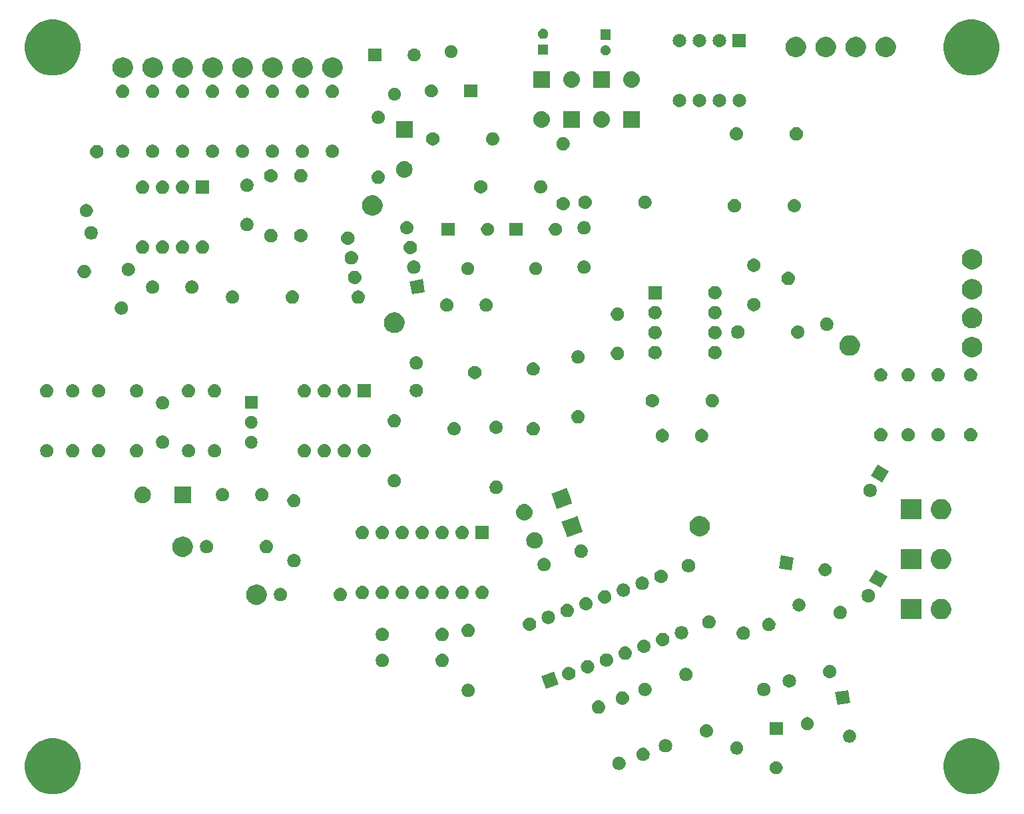
<source format=gbr>
G04 #@! TF.GenerationSoftware,KiCad,Pcbnew,(5.1.2-1)-1*
G04 #@! TF.CreationDate,2021-05-09T17:27:41-04:00*
G04 #@! TF.ProjectId,VCO - MFOS,56434f20-2d20-44d4-964f-532e6b696361,rev?*
G04 #@! TF.SameCoordinates,Original*
G04 #@! TF.FileFunction,Soldermask,Top*
G04 #@! TF.FilePolarity,Negative*
%FSLAX46Y46*%
G04 Gerber Fmt 4.6, Leading zero omitted, Abs format (unit mm)*
G04 Created by KiCad (PCBNEW (5.1.2-1)-1) date 2021-05-09 17:27:41*
%MOMM*%
%LPD*%
G04 APERTURE LIST*
%ADD10C,0.100000*%
G04 APERTURE END LIST*
D10*
G36*
X135655787Y-105805462D02*
G01*
X135845068Y-105883865D01*
X136302029Y-106073144D01*
X136883631Y-106461758D01*
X137378242Y-106956369D01*
X137766856Y-107537971D01*
X137766856Y-107537972D01*
X138034538Y-108184213D01*
X138171000Y-108870256D01*
X138171000Y-109569744D01*
X138034538Y-110255787D01*
X138034537Y-110255789D01*
X137766856Y-110902029D01*
X137378242Y-111483631D01*
X136883631Y-111978242D01*
X136302029Y-112366856D01*
X135845068Y-112556135D01*
X135655787Y-112634538D01*
X134969744Y-112771000D01*
X134270256Y-112771000D01*
X133584213Y-112634538D01*
X133394932Y-112556135D01*
X132937971Y-112366856D01*
X132356369Y-111978242D01*
X131861758Y-111483631D01*
X131473144Y-110902029D01*
X131205463Y-110255789D01*
X131205462Y-110255787D01*
X131069000Y-109569744D01*
X131069000Y-108870256D01*
X131205462Y-108184213D01*
X131473144Y-107537972D01*
X131473144Y-107537971D01*
X131861758Y-106956369D01*
X132356369Y-106461758D01*
X132937971Y-106073144D01*
X133394932Y-105883865D01*
X133584213Y-105805462D01*
X134270256Y-105669000D01*
X134969744Y-105669000D01*
X135655787Y-105805462D01*
X135655787Y-105805462D01*
G37*
G36*
X18815787Y-105805462D02*
G01*
X19005068Y-105883865D01*
X19462029Y-106073144D01*
X20043631Y-106461758D01*
X20538242Y-106956369D01*
X20926856Y-107537971D01*
X20926856Y-107537972D01*
X21194538Y-108184213D01*
X21331000Y-108870256D01*
X21331000Y-109569744D01*
X21194538Y-110255787D01*
X21194537Y-110255789D01*
X20926856Y-110902029D01*
X20538242Y-111483631D01*
X20043631Y-111978242D01*
X19462029Y-112366856D01*
X19005068Y-112556135D01*
X18815787Y-112634538D01*
X18129744Y-112771000D01*
X17430256Y-112771000D01*
X16744213Y-112634538D01*
X16554932Y-112556135D01*
X16097971Y-112366856D01*
X15516369Y-111978242D01*
X15021758Y-111483631D01*
X14633144Y-110902029D01*
X14365463Y-110255789D01*
X14365462Y-110255787D01*
X14229000Y-109569744D01*
X14229000Y-108870256D01*
X14365462Y-108184213D01*
X14633144Y-107537972D01*
X14633144Y-107537971D01*
X15021758Y-106956369D01*
X15516369Y-106461758D01*
X16097971Y-106073144D01*
X16554932Y-105883865D01*
X16744213Y-105805462D01*
X17430256Y-105669000D01*
X18129744Y-105669000D01*
X18815787Y-105805462D01*
X18815787Y-105805462D01*
G37*
G36*
X110019735Y-108599742D02*
G01*
X110170058Y-108662008D01*
X110305345Y-108752404D01*
X110420396Y-108867455D01*
X110510792Y-109002742D01*
X110573058Y-109153065D01*
X110604800Y-109312646D01*
X110604800Y-109475354D01*
X110573058Y-109634935D01*
X110510792Y-109785258D01*
X110420396Y-109920545D01*
X110305345Y-110035596D01*
X110170058Y-110125992D01*
X110019735Y-110188258D01*
X109860154Y-110220000D01*
X109697446Y-110220000D01*
X109537865Y-110188258D01*
X109387542Y-110125992D01*
X109252255Y-110035596D01*
X109137204Y-109920545D01*
X109046808Y-109785258D01*
X108984542Y-109634935D01*
X108952800Y-109475354D01*
X108952800Y-109312646D01*
X108984542Y-109153065D01*
X109046808Y-109002742D01*
X109137204Y-108867455D01*
X109252255Y-108752404D01*
X109387542Y-108662008D01*
X109537865Y-108599742D01*
X109697446Y-108568000D01*
X109860154Y-108568000D01*
X110019735Y-108599742D01*
X110019735Y-108599742D01*
G37*
G36*
X90037228Y-108020703D02*
G01*
X90192100Y-108084853D01*
X90331481Y-108177985D01*
X90450015Y-108296519D01*
X90543147Y-108435900D01*
X90607297Y-108590772D01*
X90640000Y-108755184D01*
X90640000Y-108922816D01*
X90607297Y-109087228D01*
X90543147Y-109242100D01*
X90450015Y-109381481D01*
X90331481Y-109500015D01*
X90192100Y-109593147D01*
X90037228Y-109657297D01*
X89872816Y-109690000D01*
X89705184Y-109690000D01*
X89540772Y-109657297D01*
X89385900Y-109593147D01*
X89246519Y-109500015D01*
X89127985Y-109381481D01*
X89034853Y-109242100D01*
X88970703Y-109087228D01*
X88938000Y-108922816D01*
X88938000Y-108755184D01*
X88970703Y-108590772D01*
X89034853Y-108435900D01*
X89127985Y-108296519D01*
X89246519Y-108177985D01*
X89385900Y-108084853D01*
X89540772Y-108020703D01*
X89705184Y-107988000D01*
X89872816Y-107988000D01*
X90037228Y-108020703D01*
X90037228Y-108020703D01*
G37*
G36*
X93085228Y-106877703D02*
G01*
X93240100Y-106941853D01*
X93379481Y-107034985D01*
X93498015Y-107153519D01*
X93591147Y-107292900D01*
X93655297Y-107447772D01*
X93688000Y-107612184D01*
X93688000Y-107779816D01*
X93655297Y-107944228D01*
X93591147Y-108099100D01*
X93498015Y-108238481D01*
X93379481Y-108357015D01*
X93240100Y-108450147D01*
X93085228Y-108514297D01*
X92920816Y-108547000D01*
X92753184Y-108547000D01*
X92588772Y-108514297D01*
X92433900Y-108450147D01*
X92294519Y-108357015D01*
X92175985Y-108238481D01*
X92082853Y-108099100D01*
X92018703Y-107944228D01*
X91986000Y-107779816D01*
X91986000Y-107612184D01*
X92018703Y-107447772D01*
X92082853Y-107292900D01*
X92175985Y-107153519D01*
X92294519Y-107034985D01*
X92433900Y-106941853D01*
X92588772Y-106877703D01*
X92753184Y-106845000D01*
X92920816Y-106845000D01*
X93085228Y-106877703D01*
X93085228Y-106877703D01*
G37*
G36*
X105019735Y-106099742D02*
G01*
X105170058Y-106162008D01*
X105305345Y-106252404D01*
X105420396Y-106367455D01*
X105510792Y-106502742D01*
X105573058Y-106653065D01*
X105604800Y-106812646D01*
X105604800Y-106975354D01*
X105573058Y-107134935D01*
X105510792Y-107285258D01*
X105420396Y-107420545D01*
X105305345Y-107535596D01*
X105170058Y-107625992D01*
X105019735Y-107688258D01*
X104860154Y-107720000D01*
X104697446Y-107720000D01*
X104537865Y-107688258D01*
X104387542Y-107625992D01*
X104252255Y-107535596D01*
X104137204Y-107420545D01*
X104046808Y-107285258D01*
X103984542Y-107134935D01*
X103952800Y-106975354D01*
X103952800Y-106812646D01*
X103984542Y-106653065D01*
X104046808Y-106502742D01*
X104137204Y-106367455D01*
X104252255Y-106252404D01*
X104387542Y-106162008D01*
X104537865Y-106099742D01*
X104697446Y-106068000D01*
X104860154Y-106068000D01*
X105019735Y-106099742D01*
X105019735Y-106099742D01*
G37*
G36*
X95864016Y-105762771D02*
G01*
X95994573Y-105802375D01*
X96004752Y-105805463D01*
X96024435Y-105811434D01*
X96157099Y-105882344D01*
X96172271Y-105890454D01*
X96301852Y-105996799D01*
X96408197Y-106126380D01*
X96408198Y-106126382D01*
X96487217Y-106274216D01*
X96535880Y-106434635D01*
X96552310Y-106601458D01*
X96535880Y-106768281D01*
X96487217Y-106928700D01*
X96472427Y-106956370D01*
X96408197Y-107076536D01*
X96301852Y-107206117D01*
X96172271Y-107312462D01*
X96172269Y-107312463D01*
X96024435Y-107391482D01*
X95864016Y-107440145D01*
X95738997Y-107452458D01*
X95655389Y-107452458D01*
X95530370Y-107440145D01*
X95369951Y-107391482D01*
X95222117Y-107312463D01*
X95222115Y-107312462D01*
X95092534Y-107206117D01*
X94986189Y-107076536D01*
X94921959Y-106956370D01*
X94907169Y-106928700D01*
X94858506Y-106768281D01*
X94842076Y-106601458D01*
X94858506Y-106434635D01*
X94907169Y-106274216D01*
X94986188Y-106126382D01*
X94986189Y-106126380D01*
X95092534Y-105996799D01*
X95222115Y-105890454D01*
X95237287Y-105882344D01*
X95369951Y-105811434D01*
X95389635Y-105805463D01*
X95399813Y-105802375D01*
X95530370Y-105762771D01*
X95655389Y-105750458D01*
X95738997Y-105750458D01*
X95864016Y-105762771D01*
X95864016Y-105762771D01*
G37*
G36*
X119346176Y-104586781D02*
G01*
X119496499Y-104649047D01*
X119631786Y-104739443D01*
X119746837Y-104854494D01*
X119837233Y-104989781D01*
X119899499Y-105140104D01*
X119931241Y-105299685D01*
X119931241Y-105462393D01*
X119899499Y-105621974D01*
X119837233Y-105772297D01*
X119746837Y-105907584D01*
X119631786Y-106022635D01*
X119496499Y-106113031D01*
X119346176Y-106175297D01*
X119186595Y-106207039D01*
X119023887Y-106207039D01*
X118864306Y-106175297D01*
X118713983Y-106113031D01*
X118578696Y-106022635D01*
X118463645Y-105907584D01*
X118373249Y-105772297D01*
X118310983Y-105621974D01*
X118279241Y-105462393D01*
X118279241Y-105299685D01*
X118310983Y-105140104D01*
X118373249Y-104989781D01*
X118463645Y-104854494D01*
X118578696Y-104739443D01*
X118713983Y-104649047D01*
X118864306Y-104586781D01*
X119023887Y-104555039D01*
X119186595Y-104555039D01*
X119346176Y-104586781D01*
X119346176Y-104586781D01*
G37*
G36*
X101071016Y-103857771D02*
G01*
X101231435Y-103906434D01*
X101364099Y-103977344D01*
X101379271Y-103985454D01*
X101508852Y-104091799D01*
X101615197Y-104221380D01*
X101615198Y-104221382D01*
X101694217Y-104369216D01*
X101742880Y-104529635D01*
X101759310Y-104696458D01*
X101742880Y-104863281D01*
X101694217Y-105023700D01*
X101631998Y-105140104D01*
X101615197Y-105171536D01*
X101508852Y-105301117D01*
X101379271Y-105407462D01*
X101379269Y-105407463D01*
X101231435Y-105486482D01*
X101071016Y-105535145D01*
X100945997Y-105547458D01*
X100862389Y-105547458D01*
X100737370Y-105535145D01*
X100576951Y-105486482D01*
X100429117Y-105407463D01*
X100429115Y-105407462D01*
X100299534Y-105301117D01*
X100193189Y-105171536D01*
X100176388Y-105140104D01*
X100114169Y-105023700D01*
X100065506Y-104863281D01*
X100049076Y-104696458D01*
X100065506Y-104529635D01*
X100114169Y-104369216D01*
X100193188Y-104221382D01*
X100193189Y-104221380D01*
X100299534Y-104091799D01*
X100429115Y-103985454D01*
X100444287Y-103977344D01*
X100576951Y-103906434D01*
X100737370Y-103857771D01*
X100862389Y-103845458D01*
X100945997Y-103845458D01*
X101071016Y-103857771D01*
X101071016Y-103857771D01*
G37*
G36*
X110604800Y-105220000D02*
G01*
X108952800Y-105220000D01*
X108952800Y-103568000D01*
X110604800Y-103568000D01*
X110604800Y-105220000D01*
X110604800Y-105220000D01*
G37*
G36*
X113988017Y-102993002D02*
G01*
X114138340Y-103055268D01*
X114273627Y-103145664D01*
X114388678Y-103260715D01*
X114479074Y-103396002D01*
X114541340Y-103546325D01*
X114573082Y-103705906D01*
X114573082Y-103868614D01*
X114541340Y-104028195D01*
X114479074Y-104178518D01*
X114388678Y-104313805D01*
X114273627Y-104428856D01*
X114138340Y-104519252D01*
X113988017Y-104581518D01*
X113828436Y-104613260D01*
X113665728Y-104613260D01*
X113506147Y-104581518D01*
X113355824Y-104519252D01*
X113220537Y-104428856D01*
X113105486Y-104313805D01*
X113015090Y-104178518D01*
X112952824Y-104028195D01*
X112921082Y-103868614D01*
X112921082Y-103705906D01*
X112952824Y-103546325D01*
X113015090Y-103396002D01*
X113105486Y-103260715D01*
X113220537Y-103145664D01*
X113355824Y-103055268D01*
X113506147Y-102993002D01*
X113665728Y-102961260D01*
X113828436Y-102961260D01*
X113988017Y-102993002D01*
X113988017Y-102993002D01*
G37*
G36*
X87349630Y-100839855D02*
G01*
X87510049Y-100888518D01*
X87642713Y-100959428D01*
X87657885Y-100967538D01*
X87787466Y-101073883D01*
X87893811Y-101203464D01*
X87893812Y-101203466D01*
X87972831Y-101351300D01*
X87972832Y-101351303D01*
X87981890Y-101381162D01*
X88021494Y-101511719D01*
X88037924Y-101678542D01*
X88021494Y-101845365D01*
X87972831Y-102005784D01*
X87901921Y-102138448D01*
X87893811Y-102153620D01*
X87787466Y-102283201D01*
X87657885Y-102389546D01*
X87657883Y-102389547D01*
X87510049Y-102468566D01*
X87349630Y-102517229D01*
X87224611Y-102529542D01*
X87141003Y-102529542D01*
X87015984Y-102517229D01*
X86855565Y-102468566D01*
X86707731Y-102389547D01*
X86707729Y-102389546D01*
X86578148Y-102283201D01*
X86471803Y-102153620D01*
X86463693Y-102138448D01*
X86392783Y-102005784D01*
X86344120Y-101845365D01*
X86327690Y-101678542D01*
X86344120Y-101511719D01*
X86383724Y-101381162D01*
X86392782Y-101351303D01*
X86392783Y-101351300D01*
X86471802Y-101203466D01*
X86471803Y-101203464D01*
X86578148Y-101073883D01*
X86707729Y-100967538D01*
X86722901Y-100959428D01*
X86855565Y-100888518D01*
X87015984Y-100839855D01*
X87141003Y-100827542D01*
X87224611Y-100827542D01*
X87349630Y-100839855D01*
X87349630Y-100839855D01*
G37*
G36*
X119193885Y-101127018D02*
G01*
X117566982Y-101413885D01*
X117280115Y-99786982D01*
X118907018Y-99500115D01*
X119193885Y-101127018D01*
X119193885Y-101127018D01*
G37*
G36*
X90397630Y-99696855D02*
G01*
X90558049Y-99745518D01*
X90690338Y-99816228D01*
X90705885Y-99824538D01*
X90835466Y-99930883D01*
X90941811Y-100060464D01*
X90941812Y-100060466D01*
X91020831Y-100208300D01*
X91069494Y-100368719D01*
X91085924Y-100535542D01*
X91069494Y-100702365D01*
X91069493Y-100702367D01*
X91027787Y-100839855D01*
X91020831Y-100862784D01*
X90964839Y-100967537D01*
X90941811Y-101010620D01*
X90835466Y-101140201D01*
X90705885Y-101246546D01*
X90705883Y-101246547D01*
X90558049Y-101325566D01*
X90397630Y-101374229D01*
X90272611Y-101386542D01*
X90189003Y-101386542D01*
X90063984Y-101374229D01*
X89903565Y-101325566D01*
X89755731Y-101246547D01*
X89755729Y-101246546D01*
X89626148Y-101140201D01*
X89519803Y-101010620D01*
X89496775Y-100967537D01*
X89440783Y-100862784D01*
X89433828Y-100839855D01*
X89392121Y-100702367D01*
X89392120Y-100702365D01*
X89375690Y-100535542D01*
X89392120Y-100368719D01*
X89440783Y-100208300D01*
X89519802Y-100060466D01*
X89519803Y-100060464D01*
X89626148Y-99930883D01*
X89755729Y-99824538D01*
X89771276Y-99816228D01*
X89903565Y-99745518D01*
X90063984Y-99696855D01*
X90189003Y-99684542D01*
X90272611Y-99684542D01*
X90397630Y-99696855D01*
X90397630Y-99696855D01*
G37*
G36*
X70860228Y-98749703D02*
G01*
X71015100Y-98813853D01*
X71154481Y-98906985D01*
X71273015Y-99025519D01*
X71366147Y-99164900D01*
X71430297Y-99319772D01*
X71463000Y-99484184D01*
X71463000Y-99651816D01*
X71430297Y-99816228D01*
X71366147Y-99971100D01*
X71273015Y-100110481D01*
X71154481Y-100229015D01*
X71015100Y-100322147D01*
X70860228Y-100386297D01*
X70695816Y-100419000D01*
X70528184Y-100419000D01*
X70363772Y-100386297D01*
X70208900Y-100322147D01*
X70069519Y-100229015D01*
X69950985Y-100110481D01*
X69857853Y-99971100D01*
X69793703Y-99816228D01*
X69761000Y-99651816D01*
X69761000Y-99484184D01*
X69793703Y-99319772D01*
X69857853Y-99164900D01*
X69950985Y-99025519D01*
X70069519Y-98906985D01*
X70208900Y-98813853D01*
X70363772Y-98749703D01*
X70528184Y-98717000D01*
X70695816Y-98717000D01*
X70860228Y-98749703D01*
X70860228Y-98749703D01*
G37*
G36*
X108452228Y-98622703D02*
G01*
X108607100Y-98686853D01*
X108746481Y-98779985D01*
X108865015Y-98898519D01*
X108958147Y-99037900D01*
X109022297Y-99192772D01*
X109055000Y-99357184D01*
X109055000Y-99524816D01*
X109022297Y-99689228D01*
X108958147Y-99844100D01*
X108865015Y-99983481D01*
X108746481Y-100102015D01*
X108607100Y-100195147D01*
X108452228Y-100259297D01*
X108287816Y-100292000D01*
X108120184Y-100292000D01*
X107955772Y-100259297D01*
X107800900Y-100195147D01*
X107661519Y-100102015D01*
X107542985Y-99983481D01*
X107449853Y-99844100D01*
X107385703Y-99689228D01*
X107353000Y-99524816D01*
X107353000Y-99357184D01*
X107385703Y-99192772D01*
X107449853Y-99037900D01*
X107542985Y-98898519D01*
X107661519Y-98779985D01*
X107800900Y-98686853D01*
X107955772Y-98622703D01*
X108120184Y-98590000D01*
X108287816Y-98590000D01*
X108452228Y-98622703D01*
X108452228Y-98622703D01*
G37*
G36*
X93339228Y-98622703D02*
G01*
X93494100Y-98686853D01*
X93633481Y-98779985D01*
X93752015Y-98898519D01*
X93845147Y-99037900D01*
X93909297Y-99192772D01*
X93942000Y-99357184D01*
X93942000Y-99524816D01*
X93909297Y-99689228D01*
X93845147Y-99844100D01*
X93752015Y-99983481D01*
X93633481Y-100102015D01*
X93494100Y-100195147D01*
X93339228Y-100259297D01*
X93174816Y-100292000D01*
X93007184Y-100292000D01*
X92842772Y-100259297D01*
X92687900Y-100195147D01*
X92548519Y-100102015D01*
X92429985Y-99983481D01*
X92336853Y-99844100D01*
X92272703Y-99689228D01*
X92240000Y-99524816D01*
X92240000Y-99357184D01*
X92272703Y-99192772D01*
X92336853Y-99037900D01*
X92429985Y-98898519D01*
X92548519Y-98779985D01*
X92687900Y-98686853D01*
X92842772Y-98622703D01*
X93007184Y-98590000D01*
X93174816Y-98590000D01*
X93339228Y-98622703D01*
X93339228Y-98622703D01*
G37*
G36*
X82116738Y-98806619D02*
G01*
X80517381Y-99388738D01*
X79935262Y-97789381D01*
X81534619Y-97207262D01*
X82116738Y-98806619D01*
X82116738Y-98806619D01*
G37*
G36*
X111612016Y-97507771D02*
G01*
X111772435Y-97556434D01*
X111891012Y-97619815D01*
X111920271Y-97635454D01*
X112049852Y-97741799D01*
X112156197Y-97871380D01*
X112156198Y-97871382D01*
X112235217Y-98019216D01*
X112283880Y-98179635D01*
X112300310Y-98346458D01*
X112283880Y-98513281D01*
X112235217Y-98673700D01*
X112194591Y-98749705D01*
X112156197Y-98821536D01*
X112049852Y-98951117D01*
X111920271Y-99057462D01*
X111920269Y-99057463D01*
X111772435Y-99136482D01*
X111612016Y-99185145D01*
X111486997Y-99197458D01*
X111403389Y-99197458D01*
X111278370Y-99185145D01*
X111117951Y-99136482D01*
X110970117Y-99057463D01*
X110970115Y-99057462D01*
X110840534Y-98951117D01*
X110734189Y-98821536D01*
X110695795Y-98749705D01*
X110655169Y-98673700D01*
X110606506Y-98513281D01*
X110590076Y-98346458D01*
X110606506Y-98179635D01*
X110655169Y-98019216D01*
X110734188Y-97871382D01*
X110734189Y-97871380D01*
X110840534Y-97741799D01*
X110970115Y-97635454D01*
X110999374Y-97619815D01*
X111117951Y-97556434D01*
X111278370Y-97507771D01*
X111403389Y-97495458D01*
X111486997Y-97495458D01*
X111612016Y-97507771D01*
X111612016Y-97507771D01*
G37*
G36*
X98546228Y-96717703D02*
G01*
X98701100Y-96781853D01*
X98840481Y-96874985D01*
X98959015Y-96993519D01*
X99052147Y-97132900D01*
X99116297Y-97287772D01*
X99149000Y-97452184D01*
X99149000Y-97619816D01*
X99116297Y-97784228D01*
X99052147Y-97939100D01*
X98959015Y-98078481D01*
X98840481Y-98197015D01*
X98701100Y-98290147D01*
X98546228Y-98354297D01*
X98381816Y-98387000D01*
X98214184Y-98387000D01*
X98049772Y-98354297D01*
X97894900Y-98290147D01*
X97755519Y-98197015D01*
X97636985Y-98078481D01*
X97543853Y-97939100D01*
X97479703Y-97784228D01*
X97447000Y-97619816D01*
X97447000Y-97452184D01*
X97479703Y-97287772D01*
X97543853Y-97132900D01*
X97636985Y-96993519D01*
X97755519Y-96874985D01*
X97894900Y-96781853D01*
X98049772Y-96717703D01*
X98214184Y-96685000D01*
X98381816Y-96685000D01*
X98546228Y-96717703D01*
X98546228Y-96717703D01*
G37*
G36*
X83579642Y-96590582D02*
G01*
X83740061Y-96639245D01*
X83825662Y-96685000D01*
X83887897Y-96718265D01*
X84017478Y-96824610D01*
X84123823Y-96954191D01*
X84123824Y-96954193D01*
X84202843Y-97102027D01*
X84251506Y-97262446D01*
X84267936Y-97429269D01*
X84251506Y-97596092D01*
X84202843Y-97756511D01*
X84141444Y-97871380D01*
X84123823Y-97904347D01*
X84017478Y-98033928D01*
X83887897Y-98140273D01*
X83887895Y-98140274D01*
X83740061Y-98219293D01*
X83579642Y-98267956D01*
X83454623Y-98280269D01*
X83371015Y-98280269D01*
X83245996Y-98267956D01*
X83085577Y-98219293D01*
X82937743Y-98140274D01*
X82937741Y-98140273D01*
X82808160Y-98033928D01*
X82701815Y-97904347D01*
X82684194Y-97871380D01*
X82622795Y-97756511D01*
X82574132Y-97596092D01*
X82557702Y-97429269D01*
X82574132Y-97262446D01*
X82622795Y-97102027D01*
X82701814Y-96954193D01*
X82701815Y-96954191D01*
X82808160Y-96824610D01*
X82937741Y-96718265D01*
X82999976Y-96685000D01*
X83085577Y-96639245D01*
X83245996Y-96590582D01*
X83371015Y-96578269D01*
X83454623Y-96578269D01*
X83579642Y-96590582D01*
X83579642Y-96590582D01*
G37*
G36*
X116750424Y-96327548D02*
G01*
X116910843Y-96376211D01*
X117043507Y-96447121D01*
X117058679Y-96455231D01*
X117188260Y-96561576D01*
X117294605Y-96691157D01*
X117294606Y-96691159D01*
X117373625Y-96838993D01*
X117422288Y-96999412D01*
X117438718Y-97166235D01*
X117422288Y-97333058D01*
X117373625Y-97493477D01*
X117318776Y-97596092D01*
X117294605Y-97641313D01*
X117188260Y-97770894D01*
X117058679Y-97877239D01*
X117058677Y-97877240D01*
X116910843Y-97956259D01*
X116750424Y-98004922D01*
X116625405Y-98017235D01*
X116541797Y-98017235D01*
X116416778Y-98004922D01*
X116256359Y-97956259D01*
X116108525Y-97877240D01*
X116108523Y-97877239D01*
X115978942Y-97770894D01*
X115872597Y-97641313D01*
X115848426Y-97596092D01*
X115793577Y-97493477D01*
X115744914Y-97333058D01*
X115728484Y-97166235D01*
X115744914Y-96999412D01*
X115793577Y-96838993D01*
X115872596Y-96691159D01*
X115872597Y-96691157D01*
X115978942Y-96561576D01*
X116108523Y-96455231D01*
X116123695Y-96447121D01*
X116256359Y-96376211D01*
X116416778Y-96327548D01*
X116541797Y-96315235D01*
X116625405Y-96315235D01*
X116750424Y-96327548D01*
X116750424Y-96327548D01*
G37*
G36*
X85966462Y-95721851D02*
G01*
X86126881Y-95770514D01*
X86259545Y-95841424D01*
X86274717Y-95849534D01*
X86404298Y-95955879D01*
X86510643Y-96085460D01*
X86510644Y-96085462D01*
X86589663Y-96233296D01*
X86638326Y-96393715D01*
X86654756Y-96560538D01*
X86638326Y-96727361D01*
X86589663Y-96887780D01*
X86554164Y-96954193D01*
X86510643Y-97035616D01*
X86404298Y-97165197D01*
X86274717Y-97271542D01*
X86274715Y-97271543D01*
X86126881Y-97350562D01*
X85966462Y-97399225D01*
X85841443Y-97411538D01*
X85757835Y-97411538D01*
X85632816Y-97399225D01*
X85472397Y-97350562D01*
X85324563Y-97271543D01*
X85324561Y-97271542D01*
X85194980Y-97165197D01*
X85088635Y-97035616D01*
X85045114Y-96954193D01*
X85009615Y-96887780D01*
X84960952Y-96727361D01*
X84944522Y-96560538D01*
X84960952Y-96393715D01*
X85009615Y-96233296D01*
X85088634Y-96085462D01*
X85088635Y-96085460D01*
X85194980Y-95955879D01*
X85324561Y-95849534D01*
X85339733Y-95841424D01*
X85472397Y-95770514D01*
X85632816Y-95721851D01*
X85757835Y-95709538D01*
X85841443Y-95709538D01*
X85966462Y-95721851D01*
X85966462Y-95721851D01*
G37*
G36*
X67476823Y-94919313D02*
G01*
X67637242Y-94967976D01*
X67704361Y-95003852D01*
X67785078Y-95046996D01*
X67914659Y-95153341D01*
X68021004Y-95282922D01*
X68021005Y-95282924D01*
X68100024Y-95430758D01*
X68148687Y-95591177D01*
X68165117Y-95758000D01*
X68148687Y-95924823D01*
X68100024Y-96085242D01*
X68059477Y-96161100D01*
X68021004Y-96233078D01*
X67914659Y-96362659D01*
X67785078Y-96469004D01*
X67785076Y-96469005D01*
X67637242Y-96548024D01*
X67476823Y-96596687D01*
X67351804Y-96609000D01*
X67268196Y-96609000D01*
X67143177Y-96596687D01*
X66982758Y-96548024D01*
X66834924Y-96469005D01*
X66834922Y-96469004D01*
X66705341Y-96362659D01*
X66598996Y-96233078D01*
X66560523Y-96161100D01*
X66519976Y-96085242D01*
X66471313Y-95924823D01*
X66454883Y-95758000D01*
X66471313Y-95591177D01*
X66519976Y-95430758D01*
X66598995Y-95282924D01*
X66598996Y-95282922D01*
X66705341Y-95153341D01*
X66834922Y-95046996D01*
X66915639Y-95003852D01*
X66982758Y-94967976D01*
X67143177Y-94919313D01*
X67268196Y-94907000D01*
X67351804Y-94907000D01*
X67476823Y-94919313D01*
X67476823Y-94919313D01*
G37*
G36*
X59938228Y-94939703D02*
G01*
X60093100Y-95003853D01*
X60232481Y-95096985D01*
X60351015Y-95215519D01*
X60444147Y-95354900D01*
X60508297Y-95509772D01*
X60541000Y-95674184D01*
X60541000Y-95841816D01*
X60508297Y-96006228D01*
X60444147Y-96161100D01*
X60351015Y-96300481D01*
X60232481Y-96419015D01*
X60093100Y-96512147D01*
X59938228Y-96576297D01*
X59773816Y-96609000D01*
X59606184Y-96609000D01*
X59441772Y-96576297D01*
X59286900Y-96512147D01*
X59147519Y-96419015D01*
X59028985Y-96300481D01*
X58935853Y-96161100D01*
X58871703Y-96006228D01*
X58839000Y-95841816D01*
X58839000Y-95674184D01*
X58871703Y-95509772D01*
X58935853Y-95354900D01*
X59028985Y-95215519D01*
X59147519Y-95096985D01*
X59286900Y-95003853D01*
X59441772Y-94939703D01*
X59606184Y-94907000D01*
X59773816Y-94907000D01*
X59938228Y-94939703D01*
X59938228Y-94939703D01*
G37*
G36*
X88353281Y-94853120D02*
G01*
X88513700Y-94901783D01*
X88637536Y-94967975D01*
X88661536Y-94980803D01*
X88791117Y-95087148D01*
X88897462Y-95216729D01*
X88897463Y-95216731D01*
X88976482Y-95364565D01*
X89025145Y-95524984D01*
X89041575Y-95691807D01*
X89025145Y-95858630D01*
X88976482Y-96019049D01*
X88940983Y-96085462D01*
X88897462Y-96166885D01*
X88791117Y-96296466D01*
X88661536Y-96402811D01*
X88661534Y-96402812D01*
X88513700Y-96481831D01*
X88353281Y-96530494D01*
X88228262Y-96542807D01*
X88144654Y-96542807D01*
X88019635Y-96530494D01*
X87859216Y-96481831D01*
X87711382Y-96402812D01*
X87711380Y-96402811D01*
X87581799Y-96296466D01*
X87475454Y-96166885D01*
X87431933Y-96085462D01*
X87396434Y-96019049D01*
X87347771Y-95858630D01*
X87331341Y-95691807D01*
X87347771Y-95524984D01*
X87396434Y-95364565D01*
X87475453Y-95216731D01*
X87475454Y-95216729D01*
X87581799Y-95087148D01*
X87711380Y-94980803D01*
X87735380Y-94967975D01*
X87859216Y-94901783D01*
X88019635Y-94853120D01*
X88144654Y-94840807D01*
X88228262Y-94840807D01*
X88353281Y-94853120D01*
X88353281Y-94853120D01*
G37*
G36*
X90740100Y-93984388D02*
G01*
X90900519Y-94033051D01*
X91033183Y-94103961D01*
X91048355Y-94112071D01*
X91177936Y-94218416D01*
X91284281Y-94347997D01*
X91284282Y-94347999D01*
X91363301Y-94495833D01*
X91411964Y-94656252D01*
X91428394Y-94823075D01*
X91411964Y-94989898D01*
X91363301Y-95150317D01*
X91328449Y-95215520D01*
X91284281Y-95298153D01*
X91177936Y-95427734D01*
X91048355Y-95534079D01*
X91048353Y-95534080D01*
X90900519Y-95613099D01*
X90740100Y-95661762D01*
X90615081Y-95674075D01*
X90531473Y-95674075D01*
X90406454Y-95661762D01*
X90246035Y-95613099D01*
X90098201Y-95534080D01*
X90098199Y-95534079D01*
X89968618Y-95427734D01*
X89862273Y-95298153D01*
X89818105Y-95215520D01*
X89783253Y-95150317D01*
X89734590Y-94989898D01*
X89718160Y-94823075D01*
X89734590Y-94656252D01*
X89783253Y-94495833D01*
X89862272Y-94347999D01*
X89862273Y-94347997D01*
X89968618Y-94218416D01*
X90098199Y-94112071D01*
X90113371Y-94103961D01*
X90246035Y-94033051D01*
X90406454Y-93984388D01*
X90531473Y-93972075D01*
X90615081Y-93972075D01*
X90740100Y-93984388D01*
X90740100Y-93984388D01*
G37*
G36*
X93126919Y-93115657D02*
G01*
X93287338Y-93164320D01*
X93373074Y-93210147D01*
X93435174Y-93243340D01*
X93564755Y-93349685D01*
X93671100Y-93479266D01*
X93671101Y-93479268D01*
X93750120Y-93627102D01*
X93798783Y-93787521D01*
X93815213Y-93954344D01*
X93798783Y-94121167D01*
X93750120Y-94281586D01*
X93714621Y-94347999D01*
X93671100Y-94429422D01*
X93564755Y-94559003D01*
X93435174Y-94665348D01*
X93435172Y-94665349D01*
X93287338Y-94744368D01*
X93126919Y-94793031D01*
X93001900Y-94805344D01*
X92918292Y-94805344D01*
X92793273Y-94793031D01*
X92632854Y-94744368D01*
X92485020Y-94665349D01*
X92485018Y-94665348D01*
X92355437Y-94559003D01*
X92249092Y-94429422D01*
X92205571Y-94347999D01*
X92170072Y-94281586D01*
X92121409Y-94121167D01*
X92104979Y-93954344D01*
X92121409Y-93787521D01*
X92170072Y-93627102D01*
X92249091Y-93479268D01*
X92249092Y-93479266D01*
X92355437Y-93349685D01*
X92485018Y-93243340D01*
X92547118Y-93210147D01*
X92632854Y-93164320D01*
X92793273Y-93115657D01*
X92918292Y-93103344D01*
X93001900Y-93103344D01*
X93126919Y-93115657D01*
X93126919Y-93115657D01*
G37*
G36*
X95513739Y-92246926D02*
G01*
X95674158Y-92295589D01*
X95806822Y-92366499D01*
X95821994Y-92374609D01*
X95951575Y-92480954D01*
X96057920Y-92610535D01*
X96057921Y-92610537D01*
X96136940Y-92758371D01*
X96185603Y-92918790D01*
X96202033Y-93085613D01*
X96185603Y-93252436D01*
X96136940Y-93412855D01*
X96101441Y-93479268D01*
X96057920Y-93560691D01*
X95951575Y-93690272D01*
X95821994Y-93796617D01*
X95821992Y-93796618D01*
X95674158Y-93875637D01*
X95513739Y-93924300D01*
X95388720Y-93936613D01*
X95305112Y-93936613D01*
X95180093Y-93924300D01*
X95019674Y-93875637D01*
X94871840Y-93796618D01*
X94871838Y-93796617D01*
X94742257Y-93690272D01*
X94635912Y-93560691D01*
X94592391Y-93479268D01*
X94556892Y-93412855D01*
X94508229Y-93252436D01*
X94491799Y-93085613D01*
X94508229Y-92918790D01*
X94556892Y-92758371D01*
X94635911Y-92610537D01*
X94635912Y-92610535D01*
X94742257Y-92480954D01*
X94871838Y-92374609D01*
X94887010Y-92366499D01*
X95019674Y-92295589D01*
X95180093Y-92246926D01*
X95305112Y-92234613D01*
X95388720Y-92234613D01*
X95513739Y-92246926D01*
X95513739Y-92246926D01*
G37*
G36*
X67476823Y-91617313D02*
G01*
X67637242Y-91665976D01*
X67769906Y-91736886D01*
X67785078Y-91744996D01*
X67914659Y-91851341D01*
X68021004Y-91980922D01*
X68021005Y-91980924D01*
X68100024Y-92128758D01*
X68148687Y-92289177D01*
X68165117Y-92456000D01*
X68148687Y-92622823D01*
X68100024Y-92783242D01*
X68059477Y-92859100D01*
X68021004Y-92931078D01*
X67914659Y-93060659D01*
X67785078Y-93167004D01*
X67785076Y-93167005D01*
X67637242Y-93246024D01*
X67476823Y-93294687D01*
X67351804Y-93307000D01*
X67268196Y-93307000D01*
X67143177Y-93294687D01*
X66982758Y-93246024D01*
X66834924Y-93167005D01*
X66834922Y-93167004D01*
X66705341Y-93060659D01*
X66598996Y-92931078D01*
X66560523Y-92859100D01*
X66519976Y-92783242D01*
X66471313Y-92622823D01*
X66454883Y-92456000D01*
X66471313Y-92289177D01*
X66519976Y-92128758D01*
X66598995Y-91980924D01*
X66598996Y-91980922D01*
X66705341Y-91851341D01*
X66834922Y-91744996D01*
X66850094Y-91736886D01*
X66982758Y-91665976D01*
X67143177Y-91617313D01*
X67268196Y-91605000D01*
X67351804Y-91605000D01*
X67476823Y-91617313D01*
X67476823Y-91617313D01*
G37*
G36*
X59938228Y-91637703D02*
G01*
X60093100Y-91701853D01*
X60232481Y-91794985D01*
X60351015Y-91913519D01*
X60444147Y-92052900D01*
X60508297Y-92207772D01*
X60541000Y-92372184D01*
X60541000Y-92539816D01*
X60508297Y-92704228D01*
X60444147Y-92859100D01*
X60351015Y-92998481D01*
X60232481Y-93117015D01*
X60093100Y-93210147D01*
X59938228Y-93274297D01*
X59773816Y-93307000D01*
X59606184Y-93307000D01*
X59441772Y-93274297D01*
X59286900Y-93210147D01*
X59147519Y-93117015D01*
X59028985Y-92998481D01*
X58935853Y-92859100D01*
X58871703Y-92704228D01*
X58839000Y-92539816D01*
X58839000Y-92372184D01*
X58871703Y-92207772D01*
X58935853Y-92052900D01*
X59028985Y-91913519D01*
X59147519Y-91794985D01*
X59286900Y-91701853D01*
X59441772Y-91637703D01*
X59606184Y-91605000D01*
X59773816Y-91605000D01*
X59938228Y-91637703D01*
X59938228Y-91637703D01*
G37*
G36*
X105764630Y-91441855D02*
G01*
X105925049Y-91490518D01*
X106057713Y-91561428D01*
X106072885Y-91569538D01*
X106202466Y-91675883D01*
X106308811Y-91805464D01*
X106308812Y-91805466D01*
X106387831Y-91953300D01*
X106387832Y-91953303D01*
X106396210Y-91980922D01*
X106436494Y-92113719D01*
X106452924Y-92280542D01*
X106436494Y-92447365D01*
X106387831Y-92607784D01*
X106336280Y-92704229D01*
X106308811Y-92755620D01*
X106202466Y-92885201D01*
X106072885Y-92991546D01*
X106072883Y-92991547D01*
X105925049Y-93070566D01*
X105764630Y-93119229D01*
X105639611Y-93131542D01*
X105556003Y-93131542D01*
X105430984Y-93119229D01*
X105270565Y-93070566D01*
X105122731Y-92991547D01*
X105122729Y-92991546D01*
X104993148Y-92885201D01*
X104886803Y-92755620D01*
X104859334Y-92704229D01*
X104807783Y-92607784D01*
X104759120Y-92447365D01*
X104742690Y-92280542D01*
X104759120Y-92113719D01*
X104799404Y-91980922D01*
X104807782Y-91953303D01*
X104807783Y-91953300D01*
X104886802Y-91805466D01*
X104886803Y-91805464D01*
X104993148Y-91675883D01*
X105122729Y-91569538D01*
X105137901Y-91561428D01*
X105270565Y-91490518D01*
X105430984Y-91441855D01*
X105556003Y-91429542D01*
X105639611Y-91429542D01*
X105764630Y-91441855D01*
X105764630Y-91441855D01*
G37*
G36*
X97900558Y-91378195D02*
G01*
X98060977Y-91426858D01*
X98147160Y-91472924D01*
X98208813Y-91505878D01*
X98338394Y-91612223D01*
X98444739Y-91741804D01*
X98444740Y-91741806D01*
X98523759Y-91889640D01*
X98572422Y-92050059D01*
X98588852Y-92216882D01*
X98572422Y-92383705D01*
X98523759Y-92544124D01*
X98488260Y-92610537D01*
X98444739Y-92691960D01*
X98338394Y-92821541D01*
X98208813Y-92927886D01*
X98208811Y-92927887D01*
X98060977Y-93006906D01*
X97900558Y-93055569D01*
X97775539Y-93067882D01*
X97691931Y-93067882D01*
X97566912Y-93055569D01*
X97406493Y-93006906D01*
X97258659Y-92927887D01*
X97258657Y-92927886D01*
X97129076Y-92821541D01*
X97022731Y-92691960D01*
X96979210Y-92610537D01*
X96943711Y-92544124D01*
X96895048Y-92383705D01*
X96878618Y-92216882D01*
X96895048Y-92050059D01*
X96943711Y-91889640D01*
X97022730Y-91741806D01*
X97022731Y-91741804D01*
X97129076Y-91612223D01*
X97258657Y-91505878D01*
X97320310Y-91472924D01*
X97406493Y-91426858D01*
X97566912Y-91378195D01*
X97691931Y-91365882D01*
X97775539Y-91365882D01*
X97900558Y-91378195D01*
X97900558Y-91378195D01*
G37*
G36*
X70778823Y-91109313D02*
G01*
X70939242Y-91157976D01*
X71071906Y-91228886D01*
X71087078Y-91236996D01*
X71216659Y-91343341D01*
X71323004Y-91472922D01*
X71323005Y-91472924D01*
X71402024Y-91620758D01*
X71450687Y-91781177D01*
X71467117Y-91948000D01*
X71450687Y-92114823D01*
X71402024Y-92275242D01*
X71391148Y-92295589D01*
X71323004Y-92423078D01*
X71216659Y-92552659D01*
X71087078Y-92659004D01*
X71087076Y-92659005D01*
X70939242Y-92738024D01*
X70778823Y-92786687D01*
X70653804Y-92799000D01*
X70570196Y-92799000D01*
X70445177Y-92786687D01*
X70284758Y-92738024D01*
X70136924Y-92659005D01*
X70136922Y-92659004D01*
X70007341Y-92552659D01*
X69900996Y-92423078D01*
X69832852Y-92295589D01*
X69821976Y-92275242D01*
X69773313Y-92114823D01*
X69756883Y-91948000D01*
X69773313Y-91781177D01*
X69821976Y-91620758D01*
X69900995Y-91472924D01*
X69900996Y-91472922D01*
X70007341Y-91343341D01*
X70136922Y-91236996D01*
X70152094Y-91228886D01*
X70284758Y-91157976D01*
X70445177Y-91109313D01*
X70570196Y-91097000D01*
X70653804Y-91097000D01*
X70778823Y-91109313D01*
X70778823Y-91109313D01*
G37*
G36*
X109087228Y-90367703D02*
G01*
X109242100Y-90431853D01*
X109381481Y-90524985D01*
X109500015Y-90643519D01*
X109593147Y-90782900D01*
X109657297Y-90937772D01*
X109690000Y-91102184D01*
X109690000Y-91269816D01*
X109657297Y-91434228D01*
X109593147Y-91589100D01*
X109500015Y-91728481D01*
X109381481Y-91847015D01*
X109242100Y-91940147D01*
X109087228Y-92004297D01*
X108922816Y-92037000D01*
X108755184Y-92037000D01*
X108590772Y-92004297D01*
X108435900Y-91940147D01*
X108296519Y-91847015D01*
X108177985Y-91728481D01*
X108084853Y-91589100D01*
X108020703Y-91434228D01*
X107988000Y-91269816D01*
X107988000Y-91102184D01*
X108020703Y-90937772D01*
X108084853Y-90782900D01*
X108177985Y-90643519D01*
X108296519Y-90524985D01*
X108435900Y-90431853D01*
X108590772Y-90367703D01*
X108755184Y-90335000D01*
X108922816Y-90335000D01*
X109087228Y-90367703D01*
X109087228Y-90367703D01*
G37*
G36*
X78586630Y-90298855D02*
G01*
X78747049Y-90347518D01*
X78804791Y-90378382D01*
X78894885Y-90426538D01*
X79024466Y-90532883D01*
X79130811Y-90662464D01*
X79130812Y-90662466D01*
X79209831Y-90810300D01*
X79258494Y-90970719D01*
X79274924Y-91137542D01*
X79258494Y-91304365D01*
X79239833Y-91365882D01*
X79211854Y-91458117D01*
X79209831Y-91464784D01*
X79156552Y-91564462D01*
X79130811Y-91612620D01*
X79024466Y-91742201D01*
X78894885Y-91848546D01*
X78894883Y-91848547D01*
X78747049Y-91927566D01*
X78586630Y-91976229D01*
X78461611Y-91988542D01*
X78378003Y-91988542D01*
X78252984Y-91976229D01*
X78092565Y-91927566D01*
X77944731Y-91848547D01*
X77944729Y-91848546D01*
X77815148Y-91742201D01*
X77708803Y-91612620D01*
X77683062Y-91564462D01*
X77629783Y-91464784D01*
X77627761Y-91458117D01*
X77599781Y-91365882D01*
X77581120Y-91304365D01*
X77564690Y-91137542D01*
X77581120Y-90970719D01*
X77629783Y-90810300D01*
X77708802Y-90662466D01*
X77708803Y-90662464D01*
X77815148Y-90532883D01*
X77944729Y-90426538D01*
X78034823Y-90378382D01*
X78092565Y-90347518D01*
X78252984Y-90298855D01*
X78378003Y-90286542D01*
X78461611Y-90286542D01*
X78586630Y-90298855D01*
X78586630Y-90298855D01*
G37*
G36*
X101388516Y-90014771D02*
G01*
X101548935Y-90063434D01*
X101681599Y-90134344D01*
X101696771Y-90142454D01*
X101826352Y-90248799D01*
X101932697Y-90378380D01*
X101932698Y-90378382D01*
X102011717Y-90526216D01*
X102011718Y-90526219D01*
X102020776Y-90556078D01*
X102060380Y-90686635D01*
X102076810Y-90853458D01*
X102060380Y-91020281D01*
X102011717Y-91180700D01*
X101981626Y-91236996D01*
X101932697Y-91328536D01*
X101826352Y-91458117D01*
X101696771Y-91564462D01*
X101696769Y-91564463D01*
X101548935Y-91643482D01*
X101388516Y-91692145D01*
X101263497Y-91704458D01*
X101179889Y-91704458D01*
X101054870Y-91692145D01*
X100894451Y-91643482D01*
X100746617Y-91564463D01*
X100746615Y-91564462D01*
X100617034Y-91458117D01*
X100510689Y-91328536D01*
X100461760Y-91236996D01*
X100431669Y-91180700D01*
X100383006Y-91020281D01*
X100366576Y-90853458D01*
X100383006Y-90686635D01*
X100422610Y-90556078D01*
X100431668Y-90526219D01*
X100431669Y-90526216D01*
X100510688Y-90378382D01*
X100510689Y-90378380D01*
X100617034Y-90248799D01*
X100746615Y-90142454D01*
X100761787Y-90134344D01*
X100894451Y-90063434D01*
X101054870Y-90014771D01*
X101179889Y-90002458D01*
X101263497Y-90002458D01*
X101388516Y-90014771D01*
X101388516Y-90014771D01*
G37*
G36*
X80973449Y-89430124D02*
G01*
X81133868Y-89478787D01*
X81266532Y-89549697D01*
X81281704Y-89557807D01*
X81411285Y-89664152D01*
X81517630Y-89793733D01*
X81517631Y-89793735D01*
X81596650Y-89941569D01*
X81645313Y-90101988D01*
X81661743Y-90268811D01*
X81645313Y-90435634D01*
X81596650Y-90596053D01*
X81561151Y-90662466D01*
X81517630Y-90743889D01*
X81411285Y-90873470D01*
X81281704Y-90979815D01*
X81281702Y-90979816D01*
X81133868Y-91058835D01*
X80973449Y-91107498D01*
X80848430Y-91119811D01*
X80764822Y-91119811D01*
X80639803Y-91107498D01*
X80479384Y-91058835D01*
X80331550Y-90979816D01*
X80331548Y-90979815D01*
X80201967Y-90873470D01*
X80095622Y-90743889D01*
X80052101Y-90662466D01*
X80016602Y-90596053D01*
X79967939Y-90435634D01*
X79951509Y-90268811D01*
X79967939Y-90101988D01*
X80016602Y-89941569D01*
X80095621Y-89793735D01*
X80095622Y-89793733D01*
X80201967Y-89664152D01*
X80331548Y-89557807D01*
X80346720Y-89549697D01*
X80479384Y-89478787D01*
X80639803Y-89430124D01*
X80764822Y-89417811D01*
X80848430Y-89417811D01*
X80973449Y-89430124D01*
X80973449Y-89430124D01*
G37*
G36*
X131125893Y-87966804D02*
G01*
X131362601Y-88064852D01*
X131362603Y-88064853D01*
X131575635Y-88207196D01*
X131756804Y-88388365D01*
X131864190Y-88549080D01*
X131899148Y-88601399D01*
X131997196Y-88838107D01*
X132047180Y-89089393D01*
X132047180Y-89345607D01*
X131997196Y-89596893D01*
X131943170Y-89727322D01*
X131899147Y-89833603D01*
X131756804Y-90046635D01*
X131575635Y-90227804D01*
X131362603Y-90370147D01*
X131362602Y-90370148D01*
X131362601Y-90370148D01*
X131125893Y-90468196D01*
X130874607Y-90518180D01*
X130618393Y-90518180D01*
X130367107Y-90468196D01*
X130130399Y-90370148D01*
X130130398Y-90370148D01*
X130130397Y-90370147D01*
X129917365Y-90227804D01*
X129736196Y-90046635D01*
X129593853Y-89833603D01*
X129549830Y-89727322D01*
X129495804Y-89596893D01*
X129445820Y-89345607D01*
X129445820Y-89089393D01*
X129495804Y-88838107D01*
X129593852Y-88601399D01*
X129628810Y-88549080D01*
X129736196Y-88388365D01*
X129917365Y-88207196D01*
X130130397Y-88064853D01*
X130130399Y-88064852D01*
X130367107Y-87966804D01*
X130618393Y-87916820D01*
X130874607Y-87916820D01*
X131125893Y-87966804D01*
X131125893Y-87966804D01*
G37*
G36*
X128237180Y-90518180D02*
G01*
X125635820Y-90518180D01*
X125635820Y-87916820D01*
X128237180Y-87916820D01*
X128237180Y-90518180D01*
X128237180Y-90518180D01*
G37*
G36*
X118155028Y-88843703D02*
G01*
X118309900Y-88907853D01*
X118449281Y-89000985D01*
X118567815Y-89119519D01*
X118660947Y-89258900D01*
X118725097Y-89413772D01*
X118757800Y-89578184D01*
X118757800Y-89745816D01*
X118725097Y-89910228D01*
X118660947Y-90065100D01*
X118567815Y-90204481D01*
X118449281Y-90323015D01*
X118309900Y-90416147D01*
X118155028Y-90480297D01*
X117990616Y-90513000D01*
X117822984Y-90513000D01*
X117658572Y-90480297D01*
X117503700Y-90416147D01*
X117364319Y-90323015D01*
X117245785Y-90204481D01*
X117152653Y-90065100D01*
X117088503Y-89910228D01*
X117055800Y-89745816D01*
X117055800Y-89578184D01*
X117088503Y-89413772D01*
X117152653Y-89258900D01*
X117245785Y-89119519D01*
X117364319Y-89000985D01*
X117503700Y-88907853D01*
X117658572Y-88843703D01*
X117822984Y-88811000D01*
X117990616Y-88811000D01*
X118155028Y-88843703D01*
X118155028Y-88843703D01*
G37*
G36*
X83360268Y-88561393D02*
G01*
X83520687Y-88610056D01*
X83645332Y-88676680D01*
X83668523Y-88689076D01*
X83798104Y-88795421D01*
X83904449Y-88925002D01*
X83904450Y-88925004D01*
X83983469Y-89072838D01*
X84032132Y-89233257D01*
X84048562Y-89400080D01*
X84032132Y-89566903D01*
X83983469Y-89727322D01*
X83912559Y-89859986D01*
X83904449Y-89875158D01*
X83798104Y-90004739D01*
X83668523Y-90111084D01*
X83668521Y-90111085D01*
X83520687Y-90190104D01*
X83360268Y-90238767D01*
X83235249Y-90251080D01*
X83151641Y-90251080D01*
X83026622Y-90238767D01*
X82866203Y-90190104D01*
X82718369Y-90111085D01*
X82718367Y-90111084D01*
X82588786Y-90004739D01*
X82482441Y-89875158D01*
X82474331Y-89859986D01*
X82403421Y-89727322D01*
X82354758Y-89566903D01*
X82338328Y-89400080D01*
X82354758Y-89233257D01*
X82403421Y-89072838D01*
X82482440Y-88925004D01*
X82482441Y-88925002D01*
X82588786Y-88795421D01*
X82718367Y-88689076D01*
X82741558Y-88676680D01*
X82866203Y-88610056D01*
X83026622Y-88561393D01*
X83151641Y-88549080D01*
X83235249Y-88549080D01*
X83360268Y-88561393D01*
X83360268Y-88561393D01*
G37*
G36*
X112908913Y-87901301D02*
G01*
X113059236Y-87963567D01*
X113194523Y-88053963D01*
X113309574Y-88169014D01*
X113399970Y-88304301D01*
X113462236Y-88454624D01*
X113493978Y-88614205D01*
X113493978Y-88776913D01*
X113462236Y-88936494D01*
X113399970Y-89086817D01*
X113309574Y-89222104D01*
X113194523Y-89337155D01*
X113059236Y-89427551D01*
X112908913Y-89489817D01*
X112749332Y-89521559D01*
X112586624Y-89521559D01*
X112427043Y-89489817D01*
X112276720Y-89427551D01*
X112141433Y-89337155D01*
X112026382Y-89222104D01*
X111935986Y-89086817D01*
X111873720Y-88936494D01*
X111841978Y-88776913D01*
X111841978Y-88614205D01*
X111873720Y-88454624D01*
X111935986Y-88304301D01*
X112026382Y-88169014D01*
X112141433Y-88053963D01*
X112276720Y-87963567D01*
X112427043Y-87901301D01*
X112586624Y-87869559D01*
X112749332Y-87869559D01*
X112908913Y-87901301D01*
X112908913Y-87901301D01*
G37*
G36*
X85747087Y-87692662D02*
G01*
X85907506Y-87741325D01*
X86040170Y-87812235D01*
X86055342Y-87820345D01*
X86184923Y-87926690D01*
X86291268Y-88056271D01*
X86291269Y-88056273D01*
X86370288Y-88204107D01*
X86418951Y-88364526D01*
X86435381Y-88531349D01*
X86418951Y-88698172D01*
X86370288Y-88858591D01*
X86334789Y-88925004D01*
X86291268Y-89006427D01*
X86184923Y-89136008D01*
X86055342Y-89242353D01*
X86055340Y-89242354D01*
X85907506Y-89321373D01*
X85747087Y-89370036D01*
X85622068Y-89382349D01*
X85538460Y-89382349D01*
X85413441Y-89370036D01*
X85253022Y-89321373D01*
X85105188Y-89242354D01*
X85105186Y-89242353D01*
X84975605Y-89136008D01*
X84869260Y-89006427D01*
X84825739Y-88925004D01*
X84790240Y-88858591D01*
X84741577Y-88698172D01*
X84725147Y-88531349D01*
X84741577Y-88364526D01*
X84790240Y-88204107D01*
X84869259Y-88056273D01*
X84869260Y-88056271D01*
X84975605Y-87926690D01*
X85105186Y-87820345D01*
X85120358Y-87812235D01*
X85253022Y-87741325D01*
X85413441Y-87692662D01*
X85538460Y-87680349D01*
X85622068Y-87680349D01*
X85747087Y-87692662D01*
X85747087Y-87692662D01*
G37*
G36*
X44067393Y-86125304D02*
G01*
X44304101Y-86223352D01*
X44304103Y-86223353D01*
X44517135Y-86365696D01*
X44698304Y-86546865D01*
X44837319Y-86754917D01*
X44840648Y-86759899D01*
X44938696Y-86996607D01*
X44988680Y-87247893D01*
X44988680Y-87504107D01*
X44938696Y-87755393D01*
X44853660Y-87960687D01*
X44840647Y-87992103D01*
X44698304Y-88205135D01*
X44517135Y-88386304D01*
X44304103Y-88528647D01*
X44304102Y-88528648D01*
X44304101Y-88528648D01*
X44067393Y-88626696D01*
X43816107Y-88676680D01*
X43559893Y-88676680D01*
X43308607Y-88626696D01*
X43071899Y-88528648D01*
X43071898Y-88528648D01*
X43071897Y-88528647D01*
X42858865Y-88386304D01*
X42677696Y-88205135D01*
X42535353Y-87992103D01*
X42522340Y-87960687D01*
X42437304Y-87755393D01*
X42387320Y-87504107D01*
X42387320Y-87247893D01*
X42437304Y-86996607D01*
X42535352Y-86759899D01*
X42538681Y-86754917D01*
X42677696Y-86546865D01*
X42858865Y-86365696D01*
X43071897Y-86223353D01*
X43071899Y-86223352D01*
X43308607Y-86125304D01*
X43559893Y-86075320D01*
X43816107Y-86075320D01*
X44067393Y-86125304D01*
X44067393Y-86125304D01*
G37*
G36*
X88133907Y-86823931D02*
G01*
X88294326Y-86872594D01*
X88426990Y-86943504D01*
X88442162Y-86951614D01*
X88571743Y-87057959D01*
X88678088Y-87187540D01*
X88678089Y-87187542D01*
X88757108Y-87335376D01*
X88805771Y-87495795D01*
X88822201Y-87662618D01*
X88805771Y-87829441D01*
X88766167Y-87959998D01*
X88762223Y-87973000D01*
X88757108Y-87989860D01*
X88721609Y-88056273D01*
X88678088Y-88137696D01*
X88571743Y-88267277D01*
X88442162Y-88373622D01*
X88442160Y-88373623D01*
X88294326Y-88452642D01*
X88294323Y-88452643D01*
X88264464Y-88461701D01*
X88133907Y-88501305D01*
X88008888Y-88513618D01*
X87925280Y-88513618D01*
X87800261Y-88501305D01*
X87669704Y-88461701D01*
X87639845Y-88452643D01*
X87639842Y-88452642D01*
X87492008Y-88373623D01*
X87492006Y-88373622D01*
X87362425Y-88267277D01*
X87256080Y-88137696D01*
X87212559Y-88056273D01*
X87177060Y-87989860D01*
X87171946Y-87973000D01*
X87168001Y-87959998D01*
X87128397Y-87829441D01*
X87111967Y-87662618D01*
X87128397Y-87495795D01*
X87177060Y-87335376D01*
X87256079Y-87187542D01*
X87256080Y-87187540D01*
X87362425Y-87057959D01*
X87492006Y-86951614D01*
X87507178Y-86943504D01*
X87639842Y-86872594D01*
X87800261Y-86823931D01*
X87925280Y-86811618D01*
X88008888Y-86811618D01*
X88133907Y-86823931D01*
X88133907Y-86823931D01*
G37*
G36*
X121756428Y-86690767D02*
G01*
X121911300Y-86754917D01*
X122050681Y-86848049D01*
X122169215Y-86966583D01*
X122262347Y-87105964D01*
X122326497Y-87260836D01*
X122359200Y-87425248D01*
X122359200Y-87592880D01*
X122326497Y-87757292D01*
X122262347Y-87912164D01*
X122169215Y-88051545D01*
X122050681Y-88170079D01*
X121911300Y-88263211D01*
X121756428Y-88327361D01*
X121592016Y-88360064D01*
X121424384Y-88360064D01*
X121259972Y-88327361D01*
X121105100Y-88263211D01*
X120965719Y-88170079D01*
X120847185Y-88051545D01*
X120754053Y-87912164D01*
X120689903Y-87757292D01*
X120657200Y-87592880D01*
X120657200Y-87425248D01*
X120689903Y-87260836D01*
X120754053Y-87105964D01*
X120847185Y-86966583D01*
X120965719Y-86848049D01*
X121105100Y-86754917D01*
X121259972Y-86690767D01*
X121424384Y-86658064D01*
X121592016Y-86658064D01*
X121756428Y-86690767D01*
X121756428Y-86690767D01*
G37*
G36*
X54522823Y-86537313D02*
G01*
X54683242Y-86585976D01*
X54815906Y-86656886D01*
X54831078Y-86664996D01*
X54960659Y-86771341D01*
X55067004Y-86900922D01*
X55067005Y-86900924D01*
X55146024Y-87048758D01*
X55194687Y-87209177D01*
X55211117Y-87376000D01*
X55194687Y-87542823D01*
X55146024Y-87703242D01*
X55105477Y-87779100D01*
X55067004Y-87851078D01*
X54960659Y-87980659D01*
X54831078Y-88087004D01*
X54831076Y-88087005D01*
X54683242Y-88166024D01*
X54683239Y-88166025D01*
X54673379Y-88169016D01*
X54522823Y-88214687D01*
X54397804Y-88227000D01*
X54314196Y-88227000D01*
X54189177Y-88214687D01*
X54038621Y-88169016D01*
X54028761Y-88166025D01*
X54028758Y-88166024D01*
X53880924Y-88087005D01*
X53880922Y-88087004D01*
X53751341Y-87980659D01*
X53644996Y-87851078D01*
X53606523Y-87779100D01*
X53565976Y-87703242D01*
X53517313Y-87542823D01*
X53500883Y-87376000D01*
X53517313Y-87209177D01*
X53565976Y-87048758D01*
X53644995Y-86900924D01*
X53644996Y-86900922D01*
X53751341Y-86771341D01*
X53880922Y-86664996D01*
X53896094Y-86656886D01*
X54028758Y-86585976D01*
X54189177Y-86537313D01*
X54314196Y-86525000D01*
X54397804Y-86525000D01*
X54522823Y-86537313D01*
X54522823Y-86537313D01*
G37*
G36*
X46984228Y-86557703D02*
G01*
X47139100Y-86621853D01*
X47278481Y-86714985D01*
X47397015Y-86833519D01*
X47490147Y-86972900D01*
X47554297Y-87127772D01*
X47587000Y-87292184D01*
X47587000Y-87459816D01*
X47554297Y-87624228D01*
X47490147Y-87779100D01*
X47397015Y-87918481D01*
X47278481Y-88037015D01*
X47139100Y-88130147D01*
X46984228Y-88194297D01*
X46819816Y-88227000D01*
X46652184Y-88227000D01*
X46487772Y-88194297D01*
X46332900Y-88130147D01*
X46193519Y-88037015D01*
X46074985Y-87918481D01*
X45981853Y-87779100D01*
X45917703Y-87624228D01*
X45885000Y-87459816D01*
X45885000Y-87292184D01*
X45917703Y-87127772D01*
X45981853Y-86972900D01*
X46074985Y-86833519D01*
X46193519Y-86714985D01*
X46332900Y-86621853D01*
X46487772Y-86557703D01*
X46652184Y-86525000D01*
X46819816Y-86525000D01*
X46984228Y-86557703D01*
X46984228Y-86557703D01*
G37*
G36*
X72556823Y-86283313D02*
G01*
X72717242Y-86331976D01*
X72844938Y-86400231D01*
X72865078Y-86410996D01*
X72994659Y-86517341D01*
X73101004Y-86646922D01*
X73101005Y-86646924D01*
X73180024Y-86794758D01*
X73180025Y-86794761D01*
X73188874Y-86823931D01*
X73228687Y-86955177D01*
X73245117Y-87122000D01*
X73228687Y-87288823D01*
X73180024Y-87449242D01*
X73150698Y-87504107D01*
X73101004Y-87597078D01*
X72994659Y-87726659D01*
X72865078Y-87833004D01*
X72865076Y-87833005D01*
X72717242Y-87912024D01*
X72717239Y-87912025D01*
X72701432Y-87916820D01*
X72556823Y-87960687D01*
X72431804Y-87973000D01*
X72348196Y-87973000D01*
X72223177Y-87960687D01*
X72078568Y-87916820D01*
X72062761Y-87912025D01*
X72062758Y-87912024D01*
X71914924Y-87833005D01*
X71914922Y-87833004D01*
X71785341Y-87726659D01*
X71678996Y-87597078D01*
X71629302Y-87504107D01*
X71599976Y-87449242D01*
X71551313Y-87288823D01*
X71534883Y-87122000D01*
X71551313Y-86955177D01*
X71591126Y-86823931D01*
X71599975Y-86794761D01*
X71599976Y-86794758D01*
X71678995Y-86646924D01*
X71678996Y-86646922D01*
X71785341Y-86517341D01*
X71914922Y-86410996D01*
X71935062Y-86400231D01*
X72062758Y-86331976D01*
X72223177Y-86283313D01*
X72348196Y-86271000D01*
X72431804Y-86271000D01*
X72556823Y-86283313D01*
X72556823Y-86283313D01*
G37*
G36*
X57316823Y-86283313D02*
G01*
X57477242Y-86331976D01*
X57604938Y-86400231D01*
X57625078Y-86410996D01*
X57754659Y-86517341D01*
X57861004Y-86646922D01*
X57861005Y-86646924D01*
X57940024Y-86794758D01*
X57940025Y-86794761D01*
X57948874Y-86823931D01*
X57988687Y-86955177D01*
X58005117Y-87122000D01*
X57988687Y-87288823D01*
X57940024Y-87449242D01*
X57910698Y-87504107D01*
X57861004Y-87597078D01*
X57754659Y-87726659D01*
X57625078Y-87833004D01*
X57625076Y-87833005D01*
X57477242Y-87912024D01*
X57477239Y-87912025D01*
X57461432Y-87916820D01*
X57316823Y-87960687D01*
X57191804Y-87973000D01*
X57108196Y-87973000D01*
X56983177Y-87960687D01*
X56838568Y-87916820D01*
X56822761Y-87912025D01*
X56822758Y-87912024D01*
X56674924Y-87833005D01*
X56674922Y-87833004D01*
X56545341Y-87726659D01*
X56438996Y-87597078D01*
X56389302Y-87504107D01*
X56359976Y-87449242D01*
X56311313Y-87288823D01*
X56294883Y-87122000D01*
X56311313Y-86955177D01*
X56351126Y-86823931D01*
X56359975Y-86794761D01*
X56359976Y-86794758D01*
X56438995Y-86646924D01*
X56438996Y-86646922D01*
X56545341Y-86517341D01*
X56674922Y-86410996D01*
X56695062Y-86400231D01*
X56822758Y-86331976D01*
X56983177Y-86283313D01*
X57108196Y-86271000D01*
X57191804Y-86271000D01*
X57316823Y-86283313D01*
X57316823Y-86283313D01*
G37*
G36*
X70016823Y-86283313D02*
G01*
X70177242Y-86331976D01*
X70304938Y-86400231D01*
X70325078Y-86410996D01*
X70454659Y-86517341D01*
X70561004Y-86646922D01*
X70561005Y-86646924D01*
X70640024Y-86794758D01*
X70640025Y-86794761D01*
X70648874Y-86823931D01*
X70688687Y-86955177D01*
X70705117Y-87122000D01*
X70688687Y-87288823D01*
X70640024Y-87449242D01*
X70610698Y-87504107D01*
X70561004Y-87597078D01*
X70454659Y-87726659D01*
X70325078Y-87833004D01*
X70325076Y-87833005D01*
X70177242Y-87912024D01*
X70177239Y-87912025D01*
X70161432Y-87916820D01*
X70016823Y-87960687D01*
X69891804Y-87973000D01*
X69808196Y-87973000D01*
X69683177Y-87960687D01*
X69538568Y-87916820D01*
X69522761Y-87912025D01*
X69522758Y-87912024D01*
X69374924Y-87833005D01*
X69374922Y-87833004D01*
X69245341Y-87726659D01*
X69138996Y-87597078D01*
X69089302Y-87504107D01*
X69059976Y-87449242D01*
X69011313Y-87288823D01*
X68994883Y-87122000D01*
X69011313Y-86955177D01*
X69051126Y-86823931D01*
X69059975Y-86794761D01*
X69059976Y-86794758D01*
X69138995Y-86646924D01*
X69138996Y-86646922D01*
X69245341Y-86517341D01*
X69374922Y-86410996D01*
X69395062Y-86400231D01*
X69522758Y-86331976D01*
X69683177Y-86283313D01*
X69808196Y-86271000D01*
X69891804Y-86271000D01*
X70016823Y-86283313D01*
X70016823Y-86283313D01*
G37*
G36*
X67476823Y-86283313D02*
G01*
X67637242Y-86331976D01*
X67764938Y-86400231D01*
X67785078Y-86410996D01*
X67914659Y-86517341D01*
X68021004Y-86646922D01*
X68021005Y-86646924D01*
X68100024Y-86794758D01*
X68100025Y-86794761D01*
X68108874Y-86823931D01*
X68148687Y-86955177D01*
X68165117Y-87122000D01*
X68148687Y-87288823D01*
X68100024Y-87449242D01*
X68070698Y-87504107D01*
X68021004Y-87597078D01*
X67914659Y-87726659D01*
X67785078Y-87833004D01*
X67785076Y-87833005D01*
X67637242Y-87912024D01*
X67637239Y-87912025D01*
X67621432Y-87916820D01*
X67476823Y-87960687D01*
X67351804Y-87973000D01*
X67268196Y-87973000D01*
X67143177Y-87960687D01*
X66998568Y-87916820D01*
X66982761Y-87912025D01*
X66982758Y-87912024D01*
X66834924Y-87833005D01*
X66834922Y-87833004D01*
X66705341Y-87726659D01*
X66598996Y-87597078D01*
X66549302Y-87504107D01*
X66519976Y-87449242D01*
X66471313Y-87288823D01*
X66454883Y-87122000D01*
X66471313Y-86955177D01*
X66511126Y-86823931D01*
X66519975Y-86794761D01*
X66519976Y-86794758D01*
X66598995Y-86646924D01*
X66598996Y-86646922D01*
X66705341Y-86517341D01*
X66834922Y-86410996D01*
X66855062Y-86400231D01*
X66982758Y-86331976D01*
X67143177Y-86283313D01*
X67268196Y-86271000D01*
X67351804Y-86271000D01*
X67476823Y-86283313D01*
X67476823Y-86283313D01*
G37*
G36*
X64936823Y-86283313D02*
G01*
X65097242Y-86331976D01*
X65224938Y-86400231D01*
X65245078Y-86410996D01*
X65374659Y-86517341D01*
X65481004Y-86646922D01*
X65481005Y-86646924D01*
X65560024Y-86794758D01*
X65560025Y-86794761D01*
X65568874Y-86823931D01*
X65608687Y-86955177D01*
X65625117Y-87122000D01*
X65608687Y-87288823D01*
X65560024Y-87449242D01*
X65530698Y-87504107D01*
X65481004Y-87597078D01*
X65374659Y-87726659D01*
X65245078Y-87833004D01*
X65245076Y-87833005D01*
X65097242Y-87912024D01*
X65097239Y-87912025D01*
X65081432Y-87916820D01*
X64936823Y-87960687D01*
X64811804Y-87973000D01*
X64728196Y-87973000D01*
X64603177Y-87960687D01*
X64458568Y-87916820D01*
X64442761Y-87912025D01*
X64442758Y-87912024D01*
X64294924Y-87833005D01*
X64294922Y-87833004D01*
X64165341Y-87726659D01*
X64058996Y-87597078D01*
X64009302Y-87504107D01*
X63979976Y-87449242D01*
X63931313Y-87288823D01*
X63914883Y-87122000D01*
X63931313Y-86955177D01*
X63971126Y-86823931D01*
X63979975Y-86794761D01*
X63979976Y-86794758D01*
X64058995Y-86646924D01*
X64058996Y-86646922D01*
X64165341Y-86517341D01*
X64294922Y-86410996D01*
X64315062Y-86400231D01*
X64442758Y-86331976D01*
X64603177Y-86283313D01*
X64728196Y-86271000D01*
X64811804Y-86271000D01*
X64936823Y-86283313D01*
X64936823Y-86283313D01*
G37*
G36*
X62396823Y-86283313D02*
G01*
X62557242Y-86331976D01*
X62684938Y-86400231D01*
X62705078Y-86410996D01*
X62834659Y-86517341D01*
X62941004Y-86646922D01*
X62941005Y-86646924D01*
X63020024Y-86794758D01*
X63020025Y-86794761D01*
X63028874Y-86823931D01*
X63068687Y-86955177D01*
X63085117Y-87122000D01*
X63068687Y-87288823D01*
X63020024Y-87449242D01*
X62990698Y-87504107D01*
X62941004Y-87597078D01*
X62834659Y-87726659D01*
X62705078Y-87833004D01*
X62705076Y-87833005D01*
X62557242Y-87912024D01*
X62557239Y-87912025D01*
X62541432Y-87916820D01*
X62396823Y-87960687D01*
X62271804Y-87973000D01*
X62188196Y-87973000D01*
X62063177Y-87960687D01*
X61918568Y-87916820D01*
X61902761Y-87912025D01*
X61902758Y-87912024D01*
X61754924Y-87833005D01*
X61754922Y-87833004D01*
X61625341Y-87726659D01*
X61518996Y-87597078D01*
X61469302Y-87504107D01*
X61439976Y-87449242D01*
X61391313Y-87288823D01*
X61374883Y-87122000D01*
X61391313Y-86955177D01*
X61431126Y-86823931D01*
X61439975Y-86794761D01*
X61439976Y-86794758D01*
X61518995Y-86646924D01*
X61518996Y-86646922D01*
X61625341Y-86517341D01*
X61754922Y-86410996D01*
X61775062Y-86400231D01*
X61902758Y-86331976D01*
X62063177Y-86283313D01*
X62188196Y-86271000D01*
X62271804Y-86271000D01*
X62396823Y-86283313D01*
X62396823Y-86283313D01*
G37*
G36*
X59856823Y-86283313D02*
G01*
X60017242Y-86331976D01*
X60144938Y-86400231D01*
X60165078Y-86410996D01*
X60294659Y-86517341D01*
X60401004Y-86646922D01*
X60401005Y-86646924D01*
X60480024Y-86794758D01*
X60480025Y-86794761D01*
X60488874Y-86823931D01*
X60528687Y-86955177D01*
X60545117Y-87122000D01*
X60528687Y-87288823D01*
X60480024Y-87449242D01*
X60450698Y-87504107D01*
X60401004Y-87597078D01*
X60294659Y-87726659D01*
X60165078Y-87833004D01*
X60165076Y-87833005D01*
X60017242Y-87912024D01*
X60017239Y-87912025D01*
X60001432Y-87916820D01*
X59856823Y-87960687D01*
X59731804Y-87973000D01*
X59648196Y-87973000D01*
X59523177Y-87960687D01*
X59378568Y-87916820D01*
X59362761Y-87912025D01*
X59362758Y-87912024D01*
X59214924Y-87833005D01*
X59214922Y-87833004D01*
X59085341Y-87726659D01*
X58978996Y-87597078D01*
X58929302Y-87504107D01*
X58899976Y-87449242D01*
X58851313Y-87288823D01*
X58834883Y-87122000D01*
X58851313Y-86955177D01*
X58891126Y-86823931D01*
X58899975Y-86794761D01*
X58899976Y-86794758D01*
X58978995Y-86646924D01*
X58978996Y-86646922D01*
X59085341Y-86517341D01*
X59214922Y-86410996D01*
X59235062Y-86400231D01*
X59362758Y-86331976D01*
X59523177Y-86283313D01*
X59648196Y-86271000D01*
X59731804Y-86271000D01*
X59856823Y-86283313D01*
X59856823Y-86283313D01*
G37*
G36*
X90520726Y-85955199D02*
G01*
X90681145Y-86003862D01*
X90813809Y-86074772D01*
X90828981Y-86082882D01*
X90958562Y-86189227D01*
X91064907Y-86318808D01*
X91064908Y-86318810D01*
X91143927Y-86466644D01*
X91192590Y-86627063D01*
X91209020Y-86793886D01*
X91192590Y-86960709D01*
X91143927Y-87121128D01*
X91108429Y-87187540D01*
X91064907Y-87268964D01*
X90958562Y-87398545D01*
X90828981Y-87504890D01*
X90828979Y-87504891D01*
X90681145Y-87583910D01*
X90520726Y-87632573D01*
X90395707Y-87644886D01*
X90312099Y-87644886D01*
X90187080Y-87632573D01*
X90026661Y-87583910D01*
X89878827Y-87504891D01*
X89878825Y-87504890D01*
X89749244Y-87398545D01*
X89642899Y-87268964D01*
X89599377Y-87187540D01*
X89563879Y-87121128D01*
X89515216Y-86960709D01*
X89498786Y-86793886D01*
X89515216Y-86627063D01*
X89563879Y-86466644D01*
X89642898Y-86318810D01*
X89642899Y-86318808D01*
X89749244Y-86189227D01*
X89878825Y-86082882D01*
X89893997Y-86074772D01*
X90026661Y-86003862D01*
X90187080Y-85955199D01*
X90312099Y-85942886D01*
X90395707Y-85942886D01*
X90520726Y-85955199D01*
X90520726Y-85955199D01*
G37*
G36*
X92907545Y-85086468D02*
G01*
X93067964Y-85135131D01*
X93200628Y-85206041D01*
X93215800Y-85214151D01*
X93345381Y-85320496D01*
X93451726Y-85450077D01*
X93451727Y-85450079D01*
X93530746Y-85597913D01*
X93579409Y-85758332D01*
X93595839Y-85925155D01*
X93579409Y-86091978D01*
X93530746Y-86252397D01*
X93488210Y-86331976D01*
X93451726Y-86400233D01*
X93345381Y-86529814D01*
X93215800Y-86636159D01*
X93215798Y-86636160D01*
X93067964Y-86715179D01*
X92907545Y-86763842D01*
X92782526Y-86776155D01*
X92698918Y-86776155D01*
X92573899Y-86763842D01*
X92413480Y-86715179D01*
X92265646Y-86636160D01*
X92265644Y-86636159D01*
X92136063Y-86529814D01*
X92029718Y-86400233D01*
X91993234Y-86331976D01*
X91950698Y-86252397D01*
X91902035Y-86091978D01*
X91885605Y-85925155D01*
X91902035Y-85758332D01*
X91950698Y-85597913D01*
X92029717Y-85450079D01*
X92029718Y-85450077D01*
X92136063Y-85320496D01*
X92265644Y-85214151D01*
X92280816Y-85206041D01*
X92413480Y-85135131D01*
X92573899Y-85086468D01*
X92698918Y-85074155D01*
X92782526Y-85074155D01*
X92907545Y-85086468D01*
X92907545Y-85086468D01*
G37*
G36*
X123920688Y-85032512D02*
G01*
X123069688Y-86506488D01*
X121595712Y-85655488D01*
X122446712Y-84181512D01*
X123920688Y-85032512D01*
X123920688Y-85032512D01*
G37*
G36*
X95294364Y-84217737D02*
G01*
X95454783Y-84266400D01*
X95555336Y-84320147D01*
X95602619Y-84345420D01*
X95732200Y-84451765D01*
X95838545Y-84581346D01*
X95838546Y-84581348D01*
X95917565Y-84729182D01*
X95966228Y-84889601D01*
X95982658Y-85056424D01*
X95966228Y-85223247D01*
X95917565Y-85383666D01*
X95882066Y-85450079D01*
X95838545Y-85531502D01*
X95732200Y-85661083D01*
X95602619Y-85767428D01*
X95602617Y-85767429D01*
X95454783Y-85846448D01*
X95294364Y-85895111D01*
X95169345Y-85907424D01*
X95085737Y-85907424D01*
X94960718Y-85895111D01*
X94800299Y-85846448D01*
X94652465Y-85767429D01*
X94652463Y-85767428D01*
X94522882Y-85661083D01*
X94416537Y-85531502D01*
X94373016Y-85450079D01*
X94337517Y-85383666D01*
X94288854Y-85223247D01*
X94272424Y-85056424D01*
X94288854Y-84889601D01*
X94337517Y-84729182D01*
X94416536Y-84581348D01*
X94416537Y-84581346D01*
X94522882Y-84451765D01*
X94652463Y-84345420D01*
X94699746Y-84320147D01*
X94800299Y-84266400D01*
X94960718Y-84217737D01*
X95085737Y-84205424D01*
X95169345Y-84205424D01*
X95294364Y-84217737D01*
X95294364Y-84217737D01*
G37*
G36*
X116239174Y-83411383D02*
G01*
X116389497Y-83473649D01*
X116524784Y-83564045D01*
X116639835Y-83679096D01*
X116730231Y-83814383D01*
X116792497Y-83964706D01*
X116824239Y-84124287D01*
X116824239Y-84286995D01*
X116792497Y-84446576D01*
X116730231Y-84596899D01*
X116639835Y-84732186D01*
X116524784Y-84847237D01*
X116389497Y-84937633D01*
X116239174Y-84999899D01*
X116079593Y-85031641D01*
X115916885Y-85031641D01*
X115757304Y-84999899D01*
X115606981Y-84937633D01*
X115471694Y-84847237D01*
X115356643Y-84732186D01*
X115266247Y-84596899D01*
X115203981Y-84446576D01*
X115172239Y-84286995D01*
X115172239Y-84124287D01*
X115203981Y-83964706D01*
X115266247Y-83814383D01*
X115356643Y-83679096D01*
X115471694Y-83564045D01*
X115606981Y-83473649D01*
X115757304Y-83411383D01*
X115916885Y-83379641D01*
X116079593Y-83379641D01*
X116239174Y-83411383D01*
X116239174Y-83411383D01*
G37*
G36*
X98863728Y-82874703D02*
G01*
X99018600Y-82938853D01*
X99157981Y-83031985D01*
X99276515Y-83150519D01*
X99369647Y-83289900D01*
X99433797Y-83444772D01*
X99466500Y-83609184D01*
X99466500Y-83776816D01*
X99433797Y-83941228D01*
X99369647Y-84096100D01*
X99276515Y-84235481D01*
X99157981Y-84354015D01*
X99018600Y-84447147D01*
X98863728Y-84511297D01*
X98699316Y-84544000D01*
X98531684Y-84544000D01*
X98367272Y-84511297D01*
X98212400Y-84447147D01*
X98073019Y-84354015D01*
X97954485Y-84235481D01*
X97861353Y-84096100D01*
X97797203Y-83941228D01*
X97764500Y-83776816D01*
X97764500Y-83609184D01*
X97797203Y-83444772D01*
X97861353Y-83289900D01*
X97954485Y-83150519D01*
X98073019Y-83031985D01*
X98212400Y-82938853D01*
X98367272Y-82874703D01*
X98531684Y-82842000D01*
X98699316Y-82842000D01*
X98863728Y-82874703D01*
X98863728Y-82874703D01*
G37*
G36*
X80512228Y-82747703D02*
G01*
X80667100Y-82811853D01*
X80806481Y-82904985D01*
X80925015Y-83023519D01*
X81018147Y-83162900D01*
X81082297Y-83317772D01*
X81115000Y-83482184D01*
X81115000Y-83649816D01*
X81082297Y-83814228D01*
X81018147Y-83969100D01*
X80925015Y-84108481D01*
X80806481Y-84227015D01*
X80667100Y-84320147D01*
X80512228Y-84384297D01*
X80347816Y-84417000D01*
X80180184Y-84417000D01*
X80015772Y-84384297D01*
X79860900Y-84320147D01*
X79721519Y-84227015D01*
X79602985Y-84108481D01*
X79509853Y-83969100D01*
X79445703Y-83814228D01*
X79413000Y-83649816D01*
X79413000Y-83482184D01*
X79445703Y-83317772D01*
X79509853Y-83162900D01*
X79602985Y-83023519D01*
X79721519Y-82904985D01*
X79860900Y-82811853D01*
X80015772Y-82747703D01*
X80180184Y-82715000D01*
X80347816Y-82715000D01*
X80512228Y-82747703D01*
X80512228Y-82747703D01*
G37*
G36*
X112031085Y-82667382D02*
G01*
X111744218Y-84294285D01*
X110117315Y-84007418D01*
X110404182Y-82380515D01*
X112031085Y-82667382D01*
X112031085Y-82667382D01*
G37*
G36*
X131125893Y-81616804D02*
G01*
X131362601Y-81714852D01*
X131362603Y-81714853D01*
X131575635Y-81857196D01*
X131756804Y-82038365D01*
X131869482Y-82207000D01*
X131899148Y-82251399D01*
X131997196Y-82488107D01*
X132047180Y-82739393D01*
X132047180Y-82995607D01*
X131997196Y-83246893D01*
X131899148Y-83483601D01*
X131899147Y-83483603D01*
X131756804Y-83696635D01*
X131575635Y-83877804D01*
X131362603Y-84020147D01*
X131362602Y-84020148D01*
X131362601Y-84020148D01*
X131125893Y-84118196D01*
X130874607Y-84168180D01*
X130618393Y-84168180D01*
X130367107Y-84118196D01*
X130130399Y-84020148D01*
X130130398Y-84020148D01*
X130130397Y-84020147D01*
X129917365Y-83877804D01*
X129736196Y-83696635D01*
X129593853Y-83483603D01*
X129593852Y-83483601D01*
X129495804Y-83246893D01*
X129445820Y-82995607D01*
X129445820Y-82739393D01*
X129495804Y-82488107D01*
X129593852Y-82251399D01*
X129623518Y-82207000D01*
X129736196Y-82038365D01*
X129917365Y-81857196D01*
X130130397Y-81714853D01*
X130130399Y-81714852D01*
X130367107Y-81616804D01*
X130618393Y-81566820D01*
X130874607Y-81566820D01*
X131125893Y-81616804D01*
X131125893Y-81616804D01*
G37*
G36*
X128237180Y-84168180D02*
G01*
X125635820Y-84168180D01*
X125635820Y-81566820D01*
X128237180Y-81566820D01*
X128237180Y-84168180D01*
X128237180Y-84168180D01*
G37*
G36*
X48617323Y-82219313D02*
G01*
X48777742Y-82267976D01*
X48910406Y-82338886D01*
X48925578Y-82346996D01*
X49055159Y-82453341D01*
X49161504Y-82582922D01*
X49161505Y-82582924D01*
X49240524Y-82730758D01*
X49289187Y-82891177D01*
X49305617Y-83058000D01*
X49289187Y-83224823D01*
X49240524Y-83385242D01*
X49193269Y-83473649D01*
X49161504Y-83533078D01*
X49055159Y-83662659D01*
X48925578Y-83769004D01*
X48925576Y-83769005D01*
X48777742Y-83848024D01*
X48617323Y-83896687D01*
X48492304Y-83909000D01*
X48408696Y-83909000D01*
X48283677Y-83896687D01*
X48123258Y-83848024D01*
X47975424Y-83769005D01*
X47975422Y-83769004D01*
X47845841Y-83662659D01*
X47739496Y-83533078D01*
X47707731Y-83473649D01*
X47660476Y-83385242D01*
X47611813Y-83224823D01*
X47595383Y-83058000D01*
X47611813Y-82891177D01*
X47660476Y-82730758D01*
X47739495Y-82582924D01*
X47739496Y-82582922D01*
X47845841Y-82453341D01*
X47975422Y-82346996D01*
X47990594Y-82338886D01*
X48123258Y-82267976D01*
X48283677Y-82219313D01*
X48408696Y-82207000D01*
X48492304Y-82207000D01*
X48617323Y-82219313D01*
X48617323Y-82219313D01*
G37*
G36*
X85210691Y-81037602D02*
G01*
X85365563Y-81101752D01*
X85504944Y-81194884D01*
X85623478Y-81313418D01*
X85716610Y-81452799D01*
X85780760Y-81607671D01*
X85813463Y-81772083D01*
X85813463Y-81939715D01*
X85780760Y-82104127D01*
X85716610Y-82258999D01*
X85623478Y-82398380D01*
X85504944Y-82516914D01*
X85365563Y-82610046D01*
X85210691Y-82674196D01*
X85046279Y-82706899D01*
X84878647Y-82706899D01*
X84714235Y-82674196D01*
X84559363Y-82610046D01*
X84419982Y-82516914D01*
X84301448Y-82398380D01*
X84208316Y-82258999D01*
X84144166Y-82104127D01*
X84111463Y-81939715D01*
X84111463Y-81772083D01*
X84144166Y-81607671D01*
X84208316Y-81452799D01*
X84301448Y-81313418D01*
X84419982Y-81194884D01*
X84559363Y-81101752D01*
X84714235Y-81037602D01*
X84878647Y-81004899D01*
X85046279Y-81004899D01*
X85210691Y-81037602D01*
X85210691Y-81037602D01*
G37*
G36*
X34669393Y-80029304D02*
G01*
X34906101Y-80127352D01*
X34906103Y-80127353D01*
X35119135Y-80269696D01*
X35300304Y-80450865D01*
X35442647Y-80663897D01*
X35442648Y-80663899D01*
X35540696Y-80900607D01*
X35590680Y-81151893D01*
X35590680Y-81408107D01*
X35540696Y-81659393D01*
X35458763Y-81857196D01*
X35442647Y-81896103D01*
X35300304Y-82109135D01*
X35119135Y-82290304D01*
X34906103Y-82432647D01*
X34906102Y-82432648D01*
X34906101Y-82432648D01*
X34669393Y-82530696D01*
X34418107Y-82580680D01*
X34161893Y-82580680D01*
X33910607Y-82530696D01*
X33673899Y-82432648D01*
X33673898Y-82432648D01*
X33673897Y-82432647D01*
X33460865Y-82290304D01*
X33279696Y-82109135D01*
X33137353Y-81896103D01*
X33121237Y-81857196D01*
X33039304Y-81659393D01*
X32989320Y-81408107D01*
X32989320Y-81151893D01*
X33039304Y-80900607D01*
X33137352Y-80663899D01*
X33137353Y-80663897D01*
X33279696Y-80450865D01*
X33460865Y-80269696D01*
X33673897Y-80127353D01*
X33673899Y-80127352D01*
X33910607Y-80029304D01*
X34161893Y-79979320D01*
X34418107Y-79979320D01*
X34669393Y-80029304D01*
X34669393Y-80029304D01*
G37*
G36*
X45124823Y-80441313D02*
G01*
X45285242Y-80489976D01*
X45352361Y-80525852D01*
X45433078Y-80568996D01*
X45562659Y-80675341D01*
X45669004Y-80804922D01*
X45669005Y-80804924D01*
X45748024Y-80952758D01*
X45796687Y-81113177D01*
X45813117Y-81280000D01*
X45796687Y-81446823D01*
X45748024Y-81607242D01*
X45707477Y-81683100D01*
X45669004Y-81755078D01*
X45562659Y-81884659D01*
X45433078Y-81991004D01*
X45433076Y-81991005D01*
X45285242Y-82070024D01*
X45124823Y-82118687D01*
X44999804Y-82131000D01*
X44916196Y-82131000D01*
X44791177Y-82118687D01*
X44630758Y-82070024D01*
X44482924Y-81991005D01*
X44482922Y-81991004D01*
X44353341Y-81884659D01*
X44246996Y-81755078D01*
X44208523Y-81683100D01*
X44167976Y-81607242D01*
X44119313Y-81446823D01*
X44102883Y-81280000D01*
X44119313Y-81113177D01*
X44167976Y-80952758D01*
X44246995Y-80804924D01*
X44246996Y-80804922D01*
X44353341Y-80675341D01*
X44482922Y-80568996D01*
X44563639Y-80525852D01*
X44630758Y-80489976D01*
X44791177Y-80441313D01*
X44916196Y-80429000D01*
X44999804Y-80429000D01*
X45124823Y-80441313D01*
X45124823Y-80441313D01*
G37*
G36*
X37586228Y-80461703D02*
G01*
X37741100Y-80525853D01*
X37880481Y-80618985D01*
X37999015Y-80737519D01*
X38092147Y-80876900D01*
X38156297Y-81031772D01*
X38189000Y-81196184D01*
X38189000Y-81363816D01*
X38156297Y-81528228D01*
X38092147Y-81683100D01*
X37999015Y-81822481D01*
X37880481Y-81941015D01*
X37741100Y-82034147D01*
X37586228Y-82098297D01*
X37421816Y-82131000D01*
X37254184Y-82131000D01*
X37089772Y-82098297D01*
X36934900Y-82034147D01*
X36795519Y-81941015D01*
X36676985Y-81822481D01*
X36583853Y-81683100D01*
X36519703Y-81528228D01*
X36487000Y-81363816D01*
X36487000Y-81196184D01*
X36519703Y-81031772D01*
X36583853Y-80876900D01*
X36676985Y-80737519D01*
X36795519Y-80618985D01*
X36934900Y-80525853D01*
X37089772Y-80461703D01*
X37254184Y-80429000D01*
X37421816Y-80429000D01*
X37586228Y-80461703D01*
X37586228Y-80461703D01*
G37*
G36*
X79152289Y-79433512D02*
G01*
X79255224Y-79443650D01*
X79453338Y-79503748D01*
X79453341Y-79503749D01*
X79550167Y-79555504D01*
X79635921Y-79601340D01*
X79795957Y-79732678D01*
X79927295Y-79892714D01*
X79965654Y-79964480D01*
X80024886Y-80075294D01*
X80024887Y-80075297D01*
X80084985Y-80273411D01*
X80105277Y-80479443D01*
X80084985Y-80685475D01*
X80048750Y-80804924D01*
X80024886Y-80883592D01*
X80015791Y-80900607D01*
X79927295Y-81066172D01*
X79795957Y-81226208D01*
X79635921Y-81357546D01*
X79550167Y-81403382D01*
X79453341Y-81455137D01*
X79453338Y-81455138D01*
X79255224Y-81515236D01*
X79152289Y-81525374D01*
X79100823Y-81530443D01*
X78997561Y-81530443D01*
X78946095Y-81525374D01*
X78843160Y-81515236D01*
X78645046Y-81455138D01*
X78645043Y-81455137D01*
X78548217Y-81403382D01*
X78462463Y-81357546D01*
X78302427Y-81226208D01*
X78171089Y-81066172D01*
X78082593Y-80900607D01*
X78073498Y-80883592D01*
X78049634Y-80804924D01*
X78013399Y-80685475D01*
X77993107Y-80479443D01*
X78013399Y-80273411D01*
X78073497Y-80075297D01*
X78073498Y-80075294D01*
X78132730Y-79964480D01*
X78171089Y-79892714D01*
X78302427Y-79732678D01*
X78462463Y-79601340D01*
X78548217Y-79555504D01*
X78645043Y-79503749D01*
X78645046Y-79503748D01*
X78843160Y-79443650D01*
X78946095Y-79433512D01*
X78997561Y-79428443D01*
X79100823Y-79428443D01*
X79152289Y-79433512D01*
X79152289Y-79433512D01*
G37*
G36*
X64936823Y-78663313D02*
G01*
X65097242Y-78711976D01*
X65229906Y-78782886D01*
X65245078Y-78790996D01*
X65374659Y-78897341D01*
X65481004Y-79026922D01*
X65481005Y-79026924D01*
X65560024Y-79174758D01*
X65608687Y-79335177D01*
X65625117Y-79502000D01*
X65608687Y-79668823D01*
X65560024Y-79829242D01*
X65526097Y-79892714D01*
X65481004Y-79977078D01*
X65374659Y-80106659D01*
X65245078Y-80213004D01*
X65245076Y-80213005D01*
X65097242Y-80292024D01*
X64936823Y-80340687D01*
X64811804Y-80353000D01*
X64728196Y-80353000D01*
X64603177Y-80340687D01*
X64442758Y-80292024D01*
X64294924Y-80213005D01*
X64294922Y-80213004D01*
X64165341Y-80106659D01*
X64058996Y-79977078D01*
X64013903Y-79892714D01*
X63979976Y-79829242D01*
X63931313Y-79668823D01*
X63914883Y-79502000D01*
X63931313Y-79335177D01*
X63979976Y-79174758D01*
X64058995Y-79026924D01*
X64058996Y-79026922D01*
X64165341Y-78897341D01*
X64294922Y-78790996D01*
X64310094Y-78782886D01*
X64442758Y-78711976D01*
X64603177Y-78663313D01*
X64728196Y-78651000D01*
X64811804Y-78651000D01*
X64936823Y-78663313D01*
X64936823Y-78663313D01*
G37*
G36*
X73241000Y-80353000D02*
G01*
X71539000Y-80353000D01*
X71539000Y-78651000D01*
X73241000Y-78651000D01*
X73241000Y-80353000D01*
X73241000Y-80353000D01*
G37*
G36*
X62396823Y-78663313D02*
G01*
X62557242Y-78711976D01*
X62689906Y-78782886D01*
X62705078Y-78790996D01*
X62834659Y-78897341D01*
X62941004Y-79026922D01*
X62941005Y-79026924D01*
X63020024Y-79174758D01*
X63068687Y-79335177D01*
X63085117Y-79502000D01*
X63068687Y-79668823D01*
X63020024Y-79829242D01*
X62986097Y-79892714D01*
X62941004Y-79977078D01*
X62834659Y-80106659D01*
X62705078Y-80213004D01*
X62705076Y-80213005D01*
X62557242Y-80292024D01*
X62396823Y-80340687D01*
X62271804Y-80353000D01*
X62188196Y-80353000D01*
X62063177Y-80340687D01*
X61902758Y-80292024D01*
X61754924Y-80213005D01*
X61754922Y-80213004D01*
X61625341Y-80106659D01*
X61518996Y-79977078D01*
X61473903Y-79892714D01*
X61439976Y-79829242D01*
X61391313Y-79668823D01*
X61374883Y-79502000D01*
X61391313Y-79335177D01*
X61439976Y-79174758D01*
X61518995Y-79026924D01*
X61518996Y-79026922D01*
X61625341Y-78897341D01*
X61754922Y-78790996D01*
X61770094Y-78782886D01*
X61902758Y-78711976D01*
X62063177Y-78663313D01*
X62188196Y-78651000D01*
X62271804Y-78651000D01*
X62396823Y-78663313D01*
X62396823Y-78663313D01*
G37*
G36*
X59856823Y-78663313D02*
G01*
X60017242Y-78711976D01*
X60149906Y-78782886D01*
X60165078Y-78790996D01*
X60294659Y-78897341D01*
X60401004Y-79026922D01*
X60401005Y-79026924D01*
X60480024Y-79174758D01*
X60528687Y-79335177D01*
X60545117Y-79502000D01*
X60528687Y-79668823D01*
X60480024Y-79829242D01*
X60446097Y-79892714D01*
X60401004Y-79977078D01*
X60294659Y-80106659D01*
X60165078Y-80213004D01*
X60165076Y-80213005D01*
X60017242Y-80292024D01*
X59856823Y-80340687D01*
X59731804Y-80353000D01*
X59648196Y-80353000D01*
X59523177Y-80340687D01*
X59362758Y-80292024D01*
X59214924Y-80213005D01*
X59214922Y-80213004D01*
X59085341Y-80106659D01*
X58978996Y-79977078D01*
X58933903Y-79892714D01*
X58899976Y-79829242D01*
X58851313Y-79668823D01*
X58834883Y-79502000D01*
X58851313Y-79335177D01*
X58899976Y-79174758D01*
X58978995Y-79026924D01*
X58978996Y-79026922D01*
X59085341Y-78897341D01*
X59214922Y-78790996D01*
X59230094Y-78782886D01*
X59362758Y-78711976D01*
X59523177Y-78663313D01*
X59648196Y-78651000D01*
X59731804Y-78651000D01*
X59856823Y-78663313D01*
X59856823Y-78663313D01*
G37*
G36*
X70016823Y-78663313D02*
G01*
X70177242Y-78711976D01*
X70309906Y-78782886D01*
X70325078Y-78790996D01*
X70454659Y-78897341D01*
X70561004Y-79026922D01*
X70561005Y-79026924D01*
X70640024Y-79174758D01*
X70688687Y-79335177D01*
X70705117Y-79502000D01*
X70688687Y-79668823D01*
X70640024Y-79829242D01*
X70606097Y-79892714D01*
X70561004Y-79977078D01*
X70454659Y-80106659D01*
X70325078Y-80213004D01*
X70325076Y-80213005D01*
X70177242Y-80292024D01*
X70016823Y-80340687D01*
X69891804Y-80353000D01*
X69808196Y-80353000D01*
X69683177Y-80340687D01*
X69522758Y-80292024D01*
X69374924Y-80213005D01*
X69374922Y-80213004D01*
X69245341Y-80106659D01*
X69138996Y-79977078D01*
X69093903Y-79892714D01*
X69059976Y-79829242D01*
X69011313Y-79668823D01*
X68994883Y-79502000D01*
X69011313Y-79335177D01*
X69059976Y-79174758D01*
X69138995Y-79026924D01*
X69138996Y-79026922D01*
X69245341Y-78897341D01*
X69374922Y-78790996D01*
X69390094Y-78782886D01*
X69522758Y-78711976D01*
X69683177Y-78663313D01*
X69808196Y-78651000D01*
X69891804Y-78651000D01*
X70016823Y-78663313D01*
X70016823Y-78663313D01*
G37*
G36*
X67476823Y-78663313D02*
G01*
X67637242Y-78711976D01*
X67769906Y-78782886D01*
X67785078Y-78790996D01*
X67914659Y-78897341D01*
X68021004Y-79026922D01*
X68021005Y-79026924D01*
X68100024Y-79174758D01*
X68148687Y-79335177D01*
X68165117Y-79502000D01*
X68148687Y-79668823D01*
X68100024Y-79829242D01*
X68066097Y-79892714D01*
X68021004Y-79977078D01*
X67914659Y-80106659D01*
X67785078Y-80213004D01*
X67785076Y-80213005D01*
X67637242Y-80292024D01*
X67476823Y-80340687D01*
X67351804Y-80353000D01*
X67268196Y-80353000D01*
X67143177Y-80340687D01*
X66982758Y-80292024D01*
X66834924Y-80213005D01*
X66834922Y-80213004D01*
X66705341Y-80106659D01*
X66598996Y-79977078D01*
X66553903Y-79892714D01*
X66519976Y-79829242D01*
X66471313Y-79668823D01*
X66454883Y-79502000D01*
X66471313Y-79335177D01*
X66519976Y-79174758D01*
X66598995Y-79026924D01*
X66598996Y-79026922D01*
X66705341Y-78897341D01*
X66834922Y-78790996D01*
X66850094Y-78782886D01*
X66982758Y-78711976D01*
X67143177Y-78663313D01*
X67268196Y-78651000D01*
X67351804Y-78651000D01*
X67476823Y-78663313D01*
X67476823Y-78663313D01*
G37*
G36*
X57316823Y-78663313D02*
G01*
X57477242Y-78711976D01*
X57609906Y-78782886D01*
X57625078Y-78790996D01*
X57754659Y-78897341D01*
X57861004Y-79026922D01*
X57861005Y-79026924D01*
X57940024Y-79174758D01*
X57988687Y-79335177D01*
X58005117Y-79502000D01*
X57988687Y-79668823D01*
X57940024Y-79829242D01*
X57906097Y-79892714D01*
X57861004Y-79977078D01*
X57754659Y-80106659D01*
X57625078Y-80213004D01*
X57625076Y-80213005D01*
X57477242Y-80292024D01*
X57316823Y-80340687D01*
X57191804Y-80353000D01*
X57108196Y-80353000D01*
X56983177Y-80340687D01*
X56822758Y-80292024D01*
X56674924Y-80213005D01*
X56674922Y-80213004D01*
X56545341Y-80106659D01*
X56438996Y-79977078D01*
X56393903Y-79892714D01*
X56359976Y-79829242D01*
X56311313Y-79668823D01*
X56294883Y-79502000D01*
X56311313Y-79335177D01*
X56359976Y-79174758D01*
X56438995Y-79026924D01*
X56438996Y-79026922D01*
X56545341Y-78897341D01*
X56674922Y-78790996D01*
X56690094Y-78782886D01*
X56822758Y-78711976D01*
X56983177Y-78663313D01*
X57108196Y-78651000D01*
X57191804Y-78651000D01*
X57316823Y-78663313D01*
X57316823Y-78663313D01*
G37*
G36*
X84866199Y-78535693D02*
G01*
X85157188Y-79335177D01*
X85169911Y-79370135D01*
X83943678Y-79816447D01*
X83194678Y-80089061D01*
X83194677Y-80089061D01*
X82537837Y-78284407D01*
X82475751Y-78113828D01*
X82475751Y-78113827D01*
X84131585Y-77511153D01*
X84450984Y-77394901D01*
X84450985Y-77394901D01*
X84866199Y-78535693D01*
X84866199Y-78535693D01*
G37*
G36*
X100429993Y-77413104D02*
G01*
X100605841Y-77485943D01*
X100666703Y-77511153D01*
X100879735Y-77653496D01*
X101060904Y-77834665D01*
X101127950Y-77935007D01*
X101203248Y-78047699D01*
X101301296Y-78284407D01*
X101351280Y-78535693D01*
X101351280Y-78791907D01*
X101301296Y-79043193D01*
X101203248Y-79279901D01*
X101203247Y-79279903D01*
X101060904Y-79492935D01*
X100879735Y-79674104D01*
X100666703Y-79816447D01*
X100666702Y-79816448D01*
X100666701Y-79816448D01*
X100429993Y-79914496D01*
X100178707Y-79964480D01*
X99922493Y-79964480D01*
X99671207Y-79914496D01*
X99434499Y-79816448D01*
X99434498Y-79816448D01*
X99434497Y-79816447D01*
X99221465Y-79674104D01*
X99040296Y-79492935D01*
X98897953Y-79279903D01*
X98897952Y-79279901D01*
X98799904Y-79043193D01*
X98749920Y-78791907D01*
X98749920Y-78535693D01*
X98799904Y-78284407D01*
X98897952Y-78047699D01*
X98973250Y-77935007D01*
X99040296Y-77834665D01*
X99221465Y-77653496D01*
X99434497Y-77511153D01*
X99495359Y-77485943D01*
X99671207Y-77413104D01*
X99922493Y-77363120D01*
X100178707Y-77363120D01*
X100429993Y-77413104D01*
X100429993Y-77413104D01*
G37*
G36*
X77849192Y-75853283D02*
G01*
X77952127Y-75863421D01*
X78150241Y-75923519D01*
X78150244Y-75923520D01*
X78247070Y-75975275D01*
X78332824Y-76021111D01*
X78492860Y-76152449D01*
X78624198Y-76312485D01*
X78665306Y-76389393D01*
X78721789Y-76495065D01*
X78721790Y-76495068D01*
X78781888Y-76693182D01*
X78802180Y-76899214D01*
X78781888Y-77105246D01*
X78721790Y-77303360D01*
X78721789Y-77303363D01*
X78689848Y-77363120D01*
X78624198Y-77485943D01*
X78492860Y-77645979D01*
X78332824Y-77777317D01*
X78256374Y-77818180D01*
X78150244Y-77874908D01*
X78150241Y-77874909D01*
X77952127Y-77935007D01*
X77849192Y-77945145D01*
X77797726Y-77950214D01*
X77694464Y-77950214D01*
X77642998Y-77945145D01*
X77540063Y-77935007D01*
X77341949Y-77874909D01*
X77341946Y-77874908D01*
X77235816Y-77818180D01*
X77159366Y-77777317D01*
X76999330Y-77645979D01*
X76867992Y-77485943D01*
X76802342Y-77363120D01*
X76770401Y-77303363D01*
X76770400Y-77303360D01*
X76710302Y-77105246D01*
X76690010Y-76899214D01*
X76710302Y-76693182D01*
X76770400Y-76495068D01*
X76770401Y-76495065D01*
X76826884Y-76389393D01*
X76867992Y-76312485D01*
X76999330Y-76152449D01*
X77159366Y-76021111D01*
X77245120Y-75975275D01*
X77341946Y-75923520D01*
X77341949Y-75923519D01*
X77540063Y-75863421D01*
X77642998Y-75853283D01*
X77694464Y-75848214D01*
X77797726Y-75848214D01*
X77849192Y-75853283D01*
X77849192Y-75853283D01*
G37*
G36*
X131125893Y-75266804D02*
G01*
X131362601Y-75364852D01*
X131362603Y-75364853D01*
X131575635Y-75507196D01*
X131756804Y-75688365D01*
X131824651Y-75789906D01*
X131899148Y-75901399D01*
X131997196Y-76138107D01*
X132047180Y-76389393D01*
X132047180Y-76645607D01*
X131997196Y-76896893D01*
X131910894Y-77105244D01*
X131899147Y-77133603D01*
X131756804Y-77346635D01*
X131575635Y-77527804D01*
X131362603Y-77670147D01*
X131362602Y-77670148D01*
X131362601Y-77670148D01*
X131125893Y-77768196D01*
X130874607Y-77818180D01*
X130618393Y-77818180D01*
X130367107Y-77768196D01*
X130130399Y-77670148D01*
X130130398Y-77670148D01*
X130130397Y-77670147D01*
X129917365Y-77527804D01*
X129736196Y-77346635D01*
X129593853Y-77133603D01*
X129582106Y-77105244D01*
X129495804Y-76896893D01*
X129445820Y-76645607D01*
X129445820Y-76389393D01*
X129495804Y-76138107D01*
X129593852Y-75901399D01*
X129668349Y-75789906D01*
X129736196Y-75688365D01*
X129917365Y-75507196D01*
X130130397Y-75364853D01*
X130130399Y-75364852D01*
X130367107Y-75266804D01*
X130618393Y-75216820D01*
X130874607Y-75216820D01*
X131125893Y-75266804D01*
X131125893Y-75266804D01*
G37*
G36*
X128237180Y-77818180D02*
G01*
X125635820Y-77818180D01*
X125635820Y-75216820D01*
X128237180Y-75216820D01*
X128237180Y-77818180D01*
X128237180Y-77818180D01*
G37*
G36*
X83608484Y-75080149D02*
G01*
X83838384Y-75711793D01*
X83866814Y-75789906D01*
X82495564Y-76289000D01*
X81891581Y-76508832D01*
X81891580Y-76508832D01*
X81321140Y-74941561D01*
X81172654Y-74533599D01*
X81172654Y-74533598D01*
X82716380Y-73971728D01*
X83147887Y-73814672D01*
X83147888Y-73814672D01*
X83608484Y-75080149D01*
X83608484Y-75080149D01*
G37*
G36*
X48698728Y-74619703D02*
G01*
X48853600Y-74683853D01*
X48992981Y-74776985D01*
X49111515Y-74895519D01*
X49204647Y-75034900D01*
X49268797Y-75189772D01*
X49301500Y-75354184D01*
X49301500Y-75521816D01*
X49268797Y-75686228D01*
X49204647Y-75841100D01*
X49111515Y-75980481D01*
X48992981Y-76099015D01*
X48853600Y-76192147D01*
X48698728Y-76256297D01*
X48534316Y-76289000D01*
X48366684Y-76289000D01*
X48202272Y-76256297D01*
X48047400Y-76192147D01*
X47908019Y-76099015D01*
X47789485Y-75980481D01*
X47696353Y-75841100D01*
X47632203Y-75686228D01*
X47599500Y-75521816D01*
X47599500Y-75354184D01*
X47632203Y-75189772D01*
X47696353Y-75034900D01*
X47789485Y-74895519D01*
X47908019Y-74776985D01*
X48047400Y-74683853D01*
X48202272Y-74619703D01*
X48366684Y-74587000D01*
X48534316Y-74587000D01*
X48698728Y-74619703D01*
X48698728Y-74619703D01*
G37*
G36*
X35341000Y-75727000D02*
G01*
X33239000Y-75727000D01*
X33239000Y-73625000D01*
X35341000Y-73625000D01*
X35341000Y-75727000D01*
X35341000Y-75727000D01*
G37*
G36*
X29313097Y-73630069D02*
G01*
X29416032Y-73640207D01*
X29614146Y-73700305D01*
X29614149Y-73700306D01*
X29705249Y-73749000D01*
X29796729Y-73797897D01*
X29956765Y-73929235D01*
X30088103Y-74089271D01*
X30111754Y-74133519D01*
X30185694Y-74271851D01*
X30185695Y-74271854D01*
X30245793Y-74469968D01*
X30266085Y-74676000D01*
X30245793Y-74882032D01*
X30217814Y-74974264D01*
X30185694Y-75080149D01*
X30133939Y-75176975D01*
X30088103Y-75262729D01*
X29956765Y-75422765D01*
X29796729Y-75554103D01*
X29710975Y-75599939D01*
X29614149Y-75651694D01*
X29614146Y-75651695D01*
X29416032Y-75711793D01*
X29313097Y-75721931D01*
X29261631Y-75727000D01*
X29158369Y-75727000D01*
X29106903Y-75721931D01*
X29003968Y-75711793D01*
X28805854Y-75651695D01*
X28805851Y-75651694D01*
X28709025Y-75599939D01*
X28623271Y-75554103D01*
X28463235Y-75422765D01*
X28331897Y-75262729D01*
X28286061Y-75176975D01*
X28234306Y-75080149D01*
X28202186Y-74974264D01*
X28174207Y-74882032D01*
X28153915Y-74676000D01*
X28174207Y-74469968D01*
X28234305Y-74271854D01*
X28234306Y-74271851D01*
X28308246Y-74133519D01*
X28331897Y-74089271D01*
X28463235Y-73929235D01*
X28623271Y-73797897D01*
X28714751Y-73749000D01*
X28805851Y-73700306D01*
X28805854Y-73700305D01*
X29003968Y-73640207D01*
X29106903Y-73630069D01*
X29158369Y-73625000D01*
X29261631Y-73625000D01*
X29313097Y-73630069D01*
X29313097Y-73630069D01*
G37*
G36*
X44618228Y-73857703D02*
G01*
X44773100Y-73921853D01*
X44912481Y-74014985D01*
X45031015Y-74133519D01*
X45124147Y-74272900D01*
X45188297Y-74427772D01*
X45221000Y-74592184D01*
X45221000Y-74759816D01*
X45188297Y-74924228D01*
X45124147Y-75079100D01*
X45031015Y-75218481D01*
X44912481Y-75337015D01*
X44773100Y-75430147D01*
X44618228Y-75494297D01*
X44453816Y-75527000D01*
X44286184Y-75527000D01*
X44121772Y-75494297D01*
X43966900Y-75430147D01*
X43827519Y-75337015D01*
X43708985Y-75218481D01*
X43615853Y-75079100D01*
X43551703Y-74924228D01*
X43519000Y-74759816D01*
X43519000Y-74592184D01*
X43551703Y-74427772D01*
X43615853Y-74272900D01*
X43708985Y-74133519D01*
X43827519Y-74014985D01*
X43966900Y-73921853D01*
X44121772Y-73857703D01*
X44286184Y-73825000D01*
X44453816Y-73825000D01*
X44618228Y-73857703D01*
X44618228Y-73857703D01*
G37*
G36*
X39618228Y-73857703D02*
G01*
X39773100Y-73921853D01*
X39912481Y-74014985D01*
X40031015Y-74133519D01*
X40124147Y-74272900D01*
X40188297Y-74427772D01*
X40221000Y-74592184D01*
X40221000Y-74759816D01*
X40188297Y-74924228D01*
X40124147Y-75079100D01*
X40031015Y-75218481D01*
X39912481Y-75337015D01*
X39773100Y-75430147D01*
X39618228Y-75494297D01*
X39453816Y-75527000D01*
X39286184Y-75527000D01*
X39121772Y-75494297D01*
X38966900Y-75430147D01*
X38827519Y-75337015D01*
X38708985Y-75218481D01*
X38615853Y-75079100D01*
X38551703Y-74924228D01*
X38519000Y-74759816D01*
X38519000Y-74592184D01*
X38551703Y-74427772D01*
X38615853Y-74272900D01*
X38708985Y-74133519D01*
X38827519Y-74014985D01*
X38966900Y-73921853D01*
X39121772Y-73857703D01*
X39286184Y-73825000D01*
X39453816Y-73825000D01*
X39618228Y-73857703D01*
X39618228Y-73857703D01*
G37*
G36*
X121959628Y-73304967D02*
G01*
X122114500Y-73369117D01*
X122253881Y-73462249D01*
X122372415Y-73580783D01*
X122465547Y-73720164D01*
X122529697Y-73875036D01*
X122562400Y-74039448D01*
X122562400Y-74207080D01*
X122529697Y-74371492D01*
X122465547Y-74526364D01*
X122372415Y-74665745D01*
X122253881Y-74784279D01*
X122114500Y-74877411D01*
X121959628Y-74941561D01*
X121795216Y-74974264D01*
X121627584Y-74974264D01*
X121463172Y-74941561D01*
X121308300Y-74877411D01*
X121168919Y-74784279D01*
X121050385Y-74665745D01*
X120957253Y-74526364D01*
X120893103Y-74371492D01*
X120860400Y-74207080D01*
X120860400Y-74039448D01*
X120893103Y-73875036D01*
X120957253Y-73720164D01*
X121050385Y-73580783D01*
X121168919Y-73462249D01*
X121308300Y-73369117D01*
X121463172Y-73304967D01*
X121627584Y-73272264D01*
X121795216Y-73272264D01*
X121959628Y-73304967D01*
X121959628Y-73304967D01*
G37*
G36*
X74416228Y-72905203D02*
G01*
X74571100Y-72969353D01*
X74710481Y-73062485D01*
X74829015Y-73181019D01*
X74922147Y-73320400D01*
X74986297Y-73475272D01*
X75019000Y-73639684D01*
X75019000Y-73807316D01*
X74986297Y-73971728D01*
X74922147Y-74126600D01*
X74829015Y-74265981D01*
X74710481Y-74384515D01*
X74571100Y-74477647D01*
X74416228Y-74541797D01*
X74251816Y-74574500D01*
X74084184Y-74574500D01*
X73919772Y-74541797D01*
X73764900Y-74477647D01*
X73625519Y-74384515D01*
X73506985Y-74265981D01*
X73413853Y-74126600D01*
X73349703Y-73971728D01*
X73317000Y-73807316D01*
X73317000Y-73639684D01*
X73349703Y-73475272D01*
X73413853Y-73320400D01*
X73506985Y-73181019D01*
X73625519Y-73062485D01*
X73764900Y-72969353D01*
X73919772Y-72905203D01*
X74084184Y-72872500D01*
X74251816Y-72872500D01*
X74416228Y-72905203D01*
X74416228Y-72905203D01*
G37*
G36*
X61462228Y-72079703D02*
G01*
X61617100Y-72143853D01*
X61756481Y-72236985D01*
X61875015Y-72355519D01*
X61968147Y-72494900D01*
X62032297Y-72649772D01*
X62065000Y-72814184D01*
X62065000Y-72981816D01*
X62032297Y-73146228D01*
X61968147Y-73301100D01*
X61875015Y-73440481D01*
X61756481Y-73559015D01*
X61617100Y-73652147D01*
X61462228Y-73716297D01*
X61297816Y-73749000D01*
X61130184Y-73749000D01*
X60965772Y-73716297D01*
X60810900Y-73652147D01*
X60671519Y-73559015D01*
X60552985Y-73440481D01*
X60459853Y-73301100D01*
X60395703Y-73146228D01*
X60363000Y-72981816D01*
X60363000Y-72814184D01*
X60395703Y-72649772D01*
X60459853Y-72494900D01*
X60552985Y-72355519D01*
X60671519Y-72236985D01*
X60810900Y-72143853D01*
X60965772Y-72079703D01*
X61130184Y-72047000D01*
X61297816Y-72047000D01*
X61462228Y-72079703D01*
X61462228Y-72079703D01*
G37*
G36*
X124123888Y-71646712D02*
G01*
X123272888Y-73120688D01*
X121798912Y-72269688D01*
X122649912Y-70795712D01*
X124123888Y-71646712D01*
X124123888Y-71646712D01*
G37*
G36*
X35300228Y-68269703D02*
G01*
X35455100Y-68333853D01*
X35594481Y-68426985D01*
X35713015Y-68545519D01*
X35806147Y-68684900D01*
X35870297Y-68839772D01*
X35903000Y-69004184D01*
X35903000Y-69171816D01*
X35870297Y-69336228D01*
X35806147Y-69491100D01*
X35713015Y-69630481D01*
X35594481Y-69749015D01*
X35455100Y-69842147D01*
X35300228Y-69906297D01*
X35135816Y-69939000D01*
X34968184Y-69939000D01*
X34803772Y-69906297D01*
X34648900Y-69842147D01*
X34509519Y-69749015D01*
X34390985Y-69630481D01*
X34297853Y-69491100D01*
X34233703Y-69336228D01*
X34201000Y-69171816D01*
X34201000Y-69004184D01*
X34233703Y-68839772D01*
X34297853Y-68684900D01*
X34390985Y-68545519D01*
X34509519Y-68426985D01*
X34648900Y-68333853D01*
X34803772Y-68269703D01*
X34968184Y-68237000D01*
X35135816Y-68237000D01*
X35300228Y-68269703D01*
X35300228Y-68269703D01*
G37*
G36*
X38602228Y-68269703D02*
G01*
X38757100Y-68333853D01*
X38896481Y-68426985D01*
X39015015Y-68545519D01*
X39108147Y-68684900D01*
X39172297Y-68839772D01*
X39205000Y-69004184D01*
X39205000Y-69171816D01*
X39172297Y-69336228D01*
X39108147Y-69491100D01*
X39015015Y-69630481D01*
X38896481Y-69749015D01*
X38757100Y-69842147D01*
X38602228Y-69906297D01*
X38437816Y-69939000D01*
X38270184Y-69939000D01*
X38105772Y-69906297D01*
X37950900Y-69842147D01*
X37811519Y-69749015D01*
X37692985Y-69630481D01*
X37599853Y-69491100D01*
X37535703Y-69336228D01*
X37503000Y-69171816D01*
X37503000Y-69004184D01*
X37535703Y-68839772D01*
X37599853Y-68684900D01*
X37692985Y-68545519D01*
X37811519Y-68426985D01*
X37950900Y-68333853D01*
X38105772Y-68269703D01*
X38270184Y-68237000D01*
X38437816Y-68237000D01*
X38602228Y-68269703D01*
X38602228Y-68269703D01*
G37*
G36*
X57570823Y-68249313D02*
G01*
X57731242Y-68297976D01*
X57798361Y-68333852D01*
X57879078Y-68376996D01*
X58008659Y-68483341D01*
X58115004Y-68612922D01*
X58115005Y-68612924D01*
X58194024Y-68760758D01*
X58242687Y-68921177D01*
X58259117Y-69088000D01*
X58242687Y-69254823D01*
X58194024Y-69415242D01*
X58153477Y-69491100D01*
X58115004Y-69563078D01*
X58008659Y-69692659D01*
X57879078Y-69799004D01*
X57879076Y-69799005D01*
X57731242Y-69878024D01*
X57570823Y-69926687D01*
X57445804Y-69939000D01*
X57362196Y-69939000D01*
X57237177Y-69926687D01*
X57076758Y-69878024D01*
X56928924Y-69799005D01*
X56928922Y-69799004D01*
X56799341Y-69692659D01*
X56692996Y-69563078D01*
X56654523Y-69491100D01*
X56613976Y-69415242D01*
X56565313Y-69254823D01*
X56548883Y-69088000D01*
X56565313Y-68921177D01*
X56613976Y-68760758D01*
X56692995Y-68612924D01*
X56692996Y-68612922D01*
X56799341Y-68483341D01*
X56928922Y-68376996D01*
X57009639Y-68333852D01*
X57076758Y-68297976D01*
X57237177Y-68249313D01*
X57362196Y-68237000D01*
X57445804Y-68237000D01*
X57570823Y-68249313D01*
X57570823Y-68249313D01*
G37*
G36*
X55030823Y-68249313D02*
G01*
X55191242Y-68297976D01*
X55258361Y-68333852D01*
X55339078Y-68376996D01*
X55468659Y-68483341D01*
X55575004Y-68612922D01*
X55575005Y-68612924D01*
X55654024Y-68760758D01*
X55702687Y-68921177D01*
X55719117Y-69088000D01*
X55702687Y-69254823D01*
X55654024Y-69415242D01*
X55613477Y-69491100D01*
X55575004Y-69563078D01*
X55468659Y-69692659D01*
X55339078Y-69799004D01*
X55339076Y-69799005D01*
X55191242Y-69878024D01*
X55030823Y-69926687D01*
X54905804Y-69939000D01*
X54822196Y-69939000D01*
X54697177Y-69926687D01*
X54536758Y-69878024D01*
X54388924Y-69799005D01*
X54388922Y-69799004D01*
X54259341Y-69692659D01*
X54152996Y-69563078D01*
X54114523Y-69491100D01*
X54073976Y-69415242D01*
X54025313Y-69254823D01*
X54008883Y-69088000D01*
X54025313Y-68921177D01*
X54073976Y-68760758D01*
X54152995Y-68612924D01*
X54152996Y-68612922D01*
X54259341Y-68483341D01*
X54388922Y-68376996D01*
X54469639Y-68333852D01*
X54536758Y-68297976D01*
X54697177Y-68249313D01*
X54822196Y-68237000D01*
X54905804Y-68237000D01*
X55030823Y-68249313D01*
X55030823Y-68249313D01*
G37*
G36*
X52490823Y-68249313D02*
G01*
X52651242Y-68297976D01*
X52718361Y-68333852D01*
X52799078Y-68376996D01*
X52928659Y-68483341D01*
X53035004Y-68612922D01*
X53035005Y-68612924D01*
X53114024Y-68760758D01*
X53162687Y-68921177D01*
X53179117Y-69088000D01*
X53162687Y-69254823D01*
X53114024Y-69415242D01*
X53073477Y-69491100D01*
X53035004Y-69563078D01*
X52928659Y-69692659D01*
X52799078Y-69799004D01*
X52799076Y-69799005D01*
X52651242Y-69878024D01*
X52490823Y-69926687D01*
X52365804Y-69939000D01*
X52282196Y-69939000D01*
X52157177Y-69926687D01*
X51996758Y-69878024D01*
X51848924Y-69799005D01*
X51848922Y-69799004D01*
X51719341Y-69692659D01*
X51612996Y-69563078D01*
X51574523Y-69491100D01*
X51533976Y-69415242D01*
X51485313Y-69254823D01*
X51468883Y-69088000D01*
X51485313Y-68921177D01*
X51533976Y-68760758D01*
X51612995Y-68612924D01*
X51612996Y-68612922D01*
X51719341Y-68483341D01*
X51848922Y-68376996D01*
X51929639Y-68333852D01*
X51996758Y-68297976D01*
X52157177Y-68249313D01*
X52282196Y-68237000D01*
X52365804Y-68237000D01*
X52490823Y-68249313D01*
X52490823Y-68249313D01*
G37*
G36*
X49950823Y-68249313D02*
G01*
X50111242Y-68297976D01*
X50178361Y-68333852D01*
X50259078Y-68376996D01*
X50388659Y-68483341D01*
X50495004Y-68612922D01*
X50495005Y-68612924D01*
X50574024Y-68760758D01*
X50622687Y-68921177D01*
X50639117Y-69088000D01*
X50622687Y-69254823D01*
X50574024Y-69415242D01*
X50533477Y-69491100D01*
X50495004Y-69563078D01*
X50388659Y-69692659D01*
X50259078Y-69799004D01*
X50259076Y-69799005D01*
X50111242Y-69878024D01*
X49950823Y-69926687D01*
X49825804Y-69939000D01*
X49742196Y-69939000D01*
X49617177Y-69926687D01*
X49456758Y-69878024D01*
X49308924Y-69799005D01*
X49308922Y-69799004D01*
X49179341Y-69692659D01*
X49072996Y-69563078D01*
X49034523Y-69491100D01*
X48993976Y-69415242D01*
X48945313Y-69254823D01*
X48928883Y-69088000D01*
X48945313Y-68921177D01*
X48993976Y-68760758D01*
X49072995Y-68612924D01*
X49072996Y-68612922D01*
X49179341Y-68483341D01*
X49308922Y-68376996D01*
X49389639Y-68333852D01*
X49456758Y-68297976D01*
X49617177Y-68249313D01*
X49742196Y-68237000D01*
X49825804Y-68237000D01*
X49950823Y-68249313D01*
X49950823Y-68249313D01*
G37*
G36*
X17266228Y-68269703D02*
G01*
X17421100Y-68333853D01*
X17560481Y-68426985D01*
X17679015Y-68545519D01*
X17772147Y-68684900D01*
X17836297Y-68839772D01*
X17869000Y-69004184D01*
X17869000Y-69171816D01*
X17836297Y-69336228D01*
X17772147Y-69491100D01*
X17679015Y-69630481D01*
X17560481Y-69749015D01*
X17421100Y-69842147D01*
X17266228Y-69906297D01*
X17101816Y-69939000D01*
X16934184Y-69939000D01*
X16769772Y-69906297D01*
X16614900Y-69842147D01*
X16475519Y-69749015D01*
X16356985Y-69630481D01*
X16263853Y-69491100D01*
X16199703Y-69336228D01*
X16167000Y-69171816D01*
X16167000Y-69004184D01*
X16199703Y-68839772D01*
X16263853Y-68684900D01*
X16356985Y-68545519D01*
X16475519Y-68426985D01*
X16614900Y-68333853D01*
X16769772Y-68269703D01*
X16934184Y-68237000D01*
X17101816Y-68237000D01*
X17266228Y-68269703D01*
X17266228Y-68269703D01*
G37*
G36*
X20486823Y-68249313D02*
G01*
X20647242Y-68297976D01*
X20714361Y-68333852D01*
X20795078Y-68376996D01*
X20924659Y-68483341D01*
X21031004Y-68612922D01*
X21031005Y-68612924D01*
X21110024Y-68760758D01*
X21158687Y-68921177D01*
X21175117Y-69088000D01*
X21158687Y-69254823D01*
X21110024Y-69415242D01*
X21069477Y-69491100D01*
X21031004Y-69563078D01*
X20924659Y-69692659D01*
X20795078Y-69799004D01*
X20795076Y-69799005D01*
X20647242Y-69878024D01*
X20486823Y-69926687D01*
X20361804Y-69939000D01*
X20278196Y-69939000D01*
X20153177Y-69926687D01*
X19992758Y-69878024D01*
X19844924Y-69799005D01*
X19844922Y-69799004D01*
X19715341Y-69692659D01*
X19608996Y-69563078D01*
X19570523Y-69491100D01*
X19529976Y-69415242D01*
X19481313Y-69254823D01*
X19464883Y-69088000D01*
X19481313Y-68921177D01*
X19529976Y-68760758D01*
X19608995Y-68612924D01*
X19608996Y-68612922D01*
X19715341Y-68483341D01*
X19844922Y-68376996D01*
X19925639Y-68333852D01*
X19992758Y-68297976D01*
X20153177Y-68249313D01*
X20278196Y-68237000D01*
X20361804Y-68237000D01*
X20486823Y-68249313D01*
X20486823Y-68249313D01*
G37*
G36*
X23788823Y-68249313D02*
G01*
X23949242Y-68297976D01*
X24016361Y-68333852D01*
X24097078Y-68376996D01*
X24226659Y-68483341D01*
X24333004Y-68612922D01*
X24333005Y-68612924D01*
X24412024Y-68760758D01*
X24460687Y-68921177D01*
X24477117Y-69088000D01*
X24460687Y-69254823D01*
X24412024Y-69415242D01*
X24371477Y-69491100D01*
X24333004Y-69563078D01*
X24226659Y-69692659D01*
X24097078Y-69799004D01*
X24097076Y-69799005D01*
X23949242Y-69878024D01*
X23788823Y-69926687D01*
X23663804Y-69939000D01*
X23580196Y-69939000D01*
X23455177Y-69926687D01*
X23294758Y-69878024D01*
X23146924Y-69799005D01*
X23146922Y-69799004D01*
X23017341Y-69692659D01*
X22910996Y-69563078D01*
X22872523Y-69491100D01*
X22831976Y-69415242D01*
X22783313Y-69254823D01*
X22766883Y-69088000D01*
X22783313Y-68921177D01*
X22831976Y-68760758D01*
X22910995Y-68612924D01*
X22910996Y-68612922D01*
X23017341Y-68483341D01*
X23146922Y-68376996D01*
X23227639Y-68333852D01*
X23294758Y-68297976D01*
X23455177Y-68249313D01*
X23580196Y-68237000D01*
X23663804Y-68237000D01*
X23788823Y-68249313D01*
X23788823Y-68249313D01*
G37*
G36*
X28614823Y-68249313D02*
G01*
X28775242Y-68297976D01*
X28842361Y-68333852D01*
X28923078Y-68376996D01*
X29052659Y-68483341D01*
X29159004Y-68612922D01*
X29159005Y-68612924D01*
X29238024Y-68760758D01*
X29286687Y-68921177D01*
X29303117Y-69088000D01*
X29286687Y-69254823D01*
X29238024Y-69415242D01*
X29197477Y-69491100D01*
X29159004Y-69563078D01*
X29052659Y-69692659D01*
X28923078Y-69799004D01*
X28923076Y-69799005D01*
X28775242Y-69878024D01*
X28614823Y-69926687D01*
X28489804Y-69939000D01*
X28406196Y-69939000D01*
X28281177Y-69926687D01*
X28120758Y-69878024D01*
X27972924Y-69799005D01*
X27972922Y-69799004D01*
X27843341Y-69692659D01*
X27736996Y-69563078D01*
X27698523Y-69491100D01*
X27657976Y-69415242D01*
X27609313Y-69254823D01*
X27592883Y-69088000D01*
X27609313Y-68921177D01*
X27657976Y-68760758D01*
X27736995Y-68612924D01*
X27736996Y-68612922D01*
X27843341Y-68483341D01*
X27972922Y-68376996D01*
X28053639Y-68333852D01*
X28120758Y-68297976D01*
X28281177Y-68249313D01*
X28406196Y-68237000D01*
X28489804Y-68237000D01*
X28614823Y-68249313D01*
X28614823Y-68249313D01*
G37*
G36*
X31998228Y-67173703D02*
G01*
X32153100Y-67237853D01*
X32292481Y-67330985D01*
X32411015Y-67449519D01*
X32504147Y-67588900D01*
X32568297Y-67743772D01*
X32601000Y-67908184D01*
X32601000Y-68075816D01*
X32568297Y-68240228D01*
X32504147Y-68395100D01*
X32411015Y-68534481D01*
X32292481Y-68653015D01*
X32153100Y-68746147D01*
X31998228Y-68810297D01*
X31833816Y-68843000D01*
X31666184Y-68843000D01*
X31501772Y-68810297D01*
X31346900Y-68746147D01*
X31207519Y-68653015D01*
X31088985Y-68534481D01*
X30995853Y-68395100D01*
X30931703Y-68240228D01*
X30899000Y-68075816D01*
X30899000Y-67908184D01*
X30931703Y-67743772D01*
X30995853Y-67588900D01*
X31088985Y-67449519D01*
X31207519Y-67330985D01*
X31346900Y-67237853D01*
X31501772Y-67173703D01*
X31666184Y-67141000D01*
X31833816Y-67141000D01*
X31998228Y-67173703D01*
X31998228Y-67173703D01*
G37*
G36*
X43261242Y-67225581D02*
G01*
X43407014Y-67285962D01*
X43407016Y-67285963D01*
X43538208Y-67373622D01*
X43649778Y-67485192D01*
X43737437Y-67616384D01*
X43737438Y-67616386D01*
X43797819Y-67762158D01*
X43828600Y-67916907D01*
X43828600Y-68074693D01*
X43797819Y-68229442D01*
X43754570Y-68333853D01*
X43737437Y-68375216D01*
X43649778Y-68506408D01*
X43538208Y-68617978D01*
X43407016Y-68705637D01*
X43407015Y-68705638D01*
X43407014Y-68705638D01*
X43261242Y-68766019D01*
X43106493Y-68796800D01*
X42948707Y-68796800D01*
X42793958Y-68766019D01*
X42648186Y-68705638D01*
X42648185Y-68705638D01*
X42648184Y-68705637D01*
X42516992Y-68617978D01*
X42405422Y-68506408D01*
X42317763Y-68375216D01*
X42300630Y-68333853D01*
X42257381Y-68229442D01*
X42226600Y-68074693D01*
X42226600Y-67916907D01*
X42257381Y-67762158D01*
X42317762Y-67616386D01*
X42317763Y-67616384D01*
X42405422Y-67485192D01*
X42516992Y-67373622D01*
X42648184Y-67285963D01*
X42648186Y-67285962D01*
X42793958Y-67225581D01*
X42948707Y-67194800D01*
X43106493Y-67194800D01*
X43261242Y-67225581D01*
X43261242Y-67225581D01*
G37*
G36*
X100535588Y-66334225D02*
G01*
X100690460Y-66398375D01*
X100829841Y-66491507D01*
X100948375Y-66610041D01*
X101041507Y-66749422D01*
X101105657Y-66904294D01*
X101138360Y-67068706D01*
X101138360Y-67236338D01*
X101105657Y-67400750D01*
X101041507Y-67555622D01*
X100948375Y-67695003D01*
X100829841Y-67813537D01*
X100690460Y-67906669D01*
X100535588Y-67970819D01*
X100371176Y-68003522D01*
X100203544Y-68003522D01*
X100039132Y-67970819D01*
X99884260Y-67906669D01*
X99744879Y-67813537D01*
X99626345Y-67695003D01*
X99533213Y-67555622D01*
X99469063Y-67400750D01*
X99436360Y-67236338D01*
X99436360Y-67068706D01*
X99469063Y-66904294D01*
X99533213Y-66749422D01*
X99626345Y-66610041D01*
X99744879Y-66491507D01*
X99884260Y-66398375D01*
X100039132Y-66334225D01*
X100203544Y-66301522D01*
X100371176Y-66301522D01*
X100535588Y-66334225D01*
X100535588Y-66334225D01*
G37*
G36*
X95535588Y-66334225D02*
G01*
X95690460Y-66398375D01*
X95829841Y-66491507D01*
X95948375Y-66610041D01*
X96041507Y-66749422D01*
X96105657Y-66904294D01*
X96138360Y-67068706D01*
X96138360Y-67236338D01*
X96105657Y-67400750D01*
X96041507Y-67555622D01*
X95948375Y-67695003D01*
X95829841Y-67813537D01*
X95690460Y-67906669D01*
X95535588Y-67970819D01*
X95371176Y-68003522D01*
X95203544Y-68003522D01*
X95039132Y-67970819D01*
X94884260Y-67906669D01*
X94744879Y-67813537D01*
X94626345Y-67695003D01*
X94533213Y-67555622D01*
X94469063Y-67400750D01*
X94436360Y-67236338D01*
X94436360Y-67068706D01*
X94469063Y-66904294D01*
X94533213Y-66749422D01*
X94626345Y-66610041D01*
X94744879Y-66491507D01*
X94884260Y-66398375D01*
X95039132Y-66334225D01*
X95203544Y-66301522D01*
X95371176Y-66301522D01*
X95535588Y-66334225D01*
X95535588Y-66334225D01*
G37*
G36*
X126803728Y-66237703D02*
G01*
X126958600Y-66301853D01*
X127097981Y-66394985D01*
X127216515Y-66513519D01*
X127309647Y-66652900D01*
X127373797Y-66807772D01*
X127406500Y-66972184D01*
X127406500Y-67139816D01*
X127373797Y-67304228D01*
X127309647Y-67459100D01*
X127216515Y-67598481D01*
X127097981Y-67717015D01*
X126958600Y-67810147D01*
X126803728Y-67874297D01*
X126639316Y-67907000D01*
X126471684Y-67907000D01*
X126307272Y-67874297D01*
X126152400Y-67810147D01*
X126013019Y-67717015D01*
X125894485Y-67598481D01*
X125801353Y-67459100D01*
X125737203Y-67304228D01*
X125704500Y-67139816D01*
X125704500Y-66972184D01*
X125737203Y-66807772D01*
X125801353Y-66652900D01*
X125894485Y-66513519D01*
X126013019Y-66394985D01*
X126152400Y-66301853D01*
X126307272Y-66237703D01*
X126471684Y-66205000D01*
X126639316Y-66205000D01*
X126803728Y-66237703D01*
X126803728Y-66237703D01*
G37*
G36*
X130613728Y-66237703D02*
G01*
X130768600Y-66301853D01*
X130907981Y-66394985D01*
X131026515Y-66513519D01*
X131119647Y-66652900D01*
X131183797Y-66807772D01*
X131216500Y-66972184D01*
X131216500Y-67139816D01*
X131183797Y-67304228D01*
X131119647Y-67459100D01*
X131026515Y-67598481D01*
X130907981Y-67717015D01*
X130768600Y-67810147D01*
X130613728Y-67874297D01*
X130449316Y-67907000D01*
X130281684Y-67907000D01*
X130117272Y-67874297D01*
X129962400Y-67810147D01*
X129823019Y-67717015D01*
X129704485Y-67598481D01*
X129611353Y-67459100D01*
X129547203Y-67304228D01*
X129514500Y-67139816D01*
X129514500Y-66972184D01*
X129547203Y-66807772D01*
X129611353Y-66652900D01*
X129704485Y-66513519D01*
X129823019Y-66394985D01*
X129962400Y-66301853D01*
X130117272Y-66237703D01*
X130281684Y-66205000D01*
X130449316Y-66205000D01*
X130613728Y-66237703D01*
X130613728Y-66237703D01*
G37*
G36*
X123229823Y-66217313D02*
G01*
X123390242Y-66265976D01*
X123522906Y-66336886D01*
X123538078Y-66344996D01*
X123667659Y-66451341D01*
X123774004Y-66580922D01*
X123774005Y-66580924D01*
X123853024Y-66728758D01*
X123901687Y-66889177D01*
X123918117Y-67056000D01*
X123901687Y-67222823D01*
X123853024Y-67383242D01*
X123798530Y-67485193D01*
X123774004Y-67531078D01*
X123667659Y-67660659D01*
X123538078Y-67767004D01*
X123538076Y-67767005D01*
X123390242Y-67846024D01*
X123229823Y-67894687D01*
X123104804Y-67907000D01*
X123021196Y-67907000D01*
X122896177Y-67894687D01*
X122735758Y-67846024D01*
X122587924Y-67767005D01*
X122587922Y-67767004D01*
X122458341Y-67660659D01*
X122351996Y-67531078D01*
X122327470Y-67485193D01*
X122272976Y-67383242D01*
X122224313Y-67222823D01*
X122207883Y-67056000D01*
X122224313Y-66889177D01*
X122272976Y-66728758D01*
X122351995Y-66580924D01*
X122351996Y-66580922D01*
X122458341Y-66451341D01*
X122587922Y-66344996D01*
X122603094Y-66336886D01*
X122735758Y-66265976D01*
X122896177Y-66217313D01*
X123021196Y-66205000D01*
X123104804Y-66205000D01*
X123229823Y-66217313D01*
X123229823Y-66217313D01*
G37*
G36*
X134659823Y-66217313D02*
G01*
X134820242Y-66265976D01*
X134952906Y-66336886D01*
X134968078Y-66344996D01*
X135097659Y-66451341D01*
X135204004Y-66580922D01*
X135204005Y-66580924D01*
X135283024Y-66728758D01*
X135331687Y-66889177D01*
X135348117Y-67056000D01*
X135331687Y-67222823D01*
X135283024Y-67383242D01*
X135228530Y-67485193D01*
X135204004Y-67531078D01*
X135097659Y-67660659D01*
X134968078Y-67767004D01*
X134968076Y-67767005D01*
X134820242Y-67846024D01*
X134659823Y-67894687D01*
X134534804Y-67907000D01*
X134451196Y-67907000D01*
X134326177Y-67894687D01*
X134165758Y-67846024D01*
X134017924Y-67767005D01*
X134017922Y-67767004D01*
X133888341Y-67660659D01*
X133781996Y-67531078D01*
X133757470Y-67485193D01*
X133702976Y-67383242D01*
X133654313Y-67222823D01*
X133637883Y-67056000D01*
X133654313Y-66889177D01*
X133702976Y-66728758D01*
X133781995Y-66580924D01*
X133781996Y-66580922D01*
X133888341Y-66451341D01*
X134017922Y-66344996D01*
X134033094Y-66336886D01*
X134165758Y-66265976D01*
X134326177Y-66217313D01*
X134451196Y-66205000D01*
X134534804Y-66205000D01*
X134659823Y-66217313D01*
X134659823Y-66217313D01*
G37*
G36*
X79033823Y-65455313D02*
G01*
X79194242Y-65503976D01*
X79251709Y-65534693D01*
X79342078Y-65582996D01*
X79471659Y-65689341D01*
X79578004Y-65818922D01*
X79578005Y-65818924D01*
X79657024Y-65966758D01*
X79705687Y-66127177D01*
X79722117Y-66294000D01*
X79705687Y-66460823D01*
X79657024Y-66621242D01*
X79610566Y-66708159D01*
X79578004Y-66769078D01*
X79471659Y-66898659D01*
X79342078Y-67005004D01*
X79342076Y-67005005D01*
X79194242Y-67084024D01*
X79033823Y-67132687D01*
X78908804Y-67145000D01*
X78825196Y-67145000D01*
X78700177Y-67132687D01*
X78539758Y-67084024D01*
X78391924Y-67005005D01*
X78391922Y-67005004D01*
X78262341Y-66898659D01*
X78155996Y-66769078D01*
X78123434Y-66708159D01*
X78076976Y-66621242D01*
X78028313Y-66460823D01*
X78011883Y-66294000D01*
X78028313Y-66127177D01*
X78076976Y-65966758D01*
X78155995Y-65818924D01*
X78155996Y-65818922D01*
X78262341Y-65689341D01*
X78391922Y-65582996D01*
X78482291Y-65534693D01*
X78539758Y-65503976D01*
X78700177Y-65455313D01*
X78825196Y-65443000D01*
X78908804Y-65443000D01*
X79033823Y-65455313D01*
X79033823Y-65455313D01*
G37*
G36*
X68998130Y-65440271D02*
G01*
X69158549Y-65488934D01*
X69244156Y-65534692D01*
X69306385Y-65567954D01*
X69435966Y-65674299D01*
X69542311Y-65803880D01*
X69542312Y-65803882D01*
X69621331Y-65951716D01*
X69669994Y-66112135D01*
X69686424Y-66278958D01*
X69669994Y-66445781D01*
X69621331Y-66606200D01*
X69566833Y-66708159D01*
X69542311Y-66754036D01*
X69435966Y-66883617D01*
X69306385Y-66989962D01*
X69306383Y-66989963D01*
X69158549Y-67068982D01*
X68998130Y-67117645D01*
X68873111Y-67129958D01*
X68789503Y-67129958D01*
X68664484Y-67117645D01*
X68504065Y-67068982D01*
X68356231Y-66989963D01*
X68356229Y-66989962D01*
X68226648Y-66883617D01*
X68120303Y-66754036D01*
X68095781Y-66708159D01*
X68041283Y-66606200D01*
X67992620Y-66445781D01*
X67976190Y-66278958D01*
X67992620Y-66112135D01*
X68041283Y-65951716D01*
X68120302Y-65803882D01*
X68120303Y-65803880D01*
X68226648Y-65674299D01*
X68356229Y-65567954D01*
X68418458Y-65534692D01*
X68504065Y-65488934D01*
X68664484Y-65440271D01*
X68789503Y-65427958D01*
X68873111Y-65427958D01*
X68998130Y-65440271D01*
X68998130Y-65440271D01*
G37*
G36*
X74334823Y-65264813D02*
G01*
X74495242Y-65313476D01*
X74609707Y-65374659D01*
X74643078Y-65392496D01*
X74772659Y-65498841D01*
X74879004Y-65628422D01*
X74879005Y-65628424D01*
X74958024Y-65776258D01*
X75006687Y-65936677D01*
X75023117Y-66103500D01*
X75006687Y-66270323D01*
X74958024Y-66430742D01*
X74913778Y-66513520D01*
X74879004Y-66578578D01*
X74772659Y-66708159D01*
X74643078Y-66814504D01*
X74643076Y-66814505D01*
X74495242Y-66893524D01*
X74334823Y-66942187D01*
X74209804Y-66954500D01*
X74126196Y-66954500D01*
X74001177Y-66942187D01*
X73840758Y-66893524D01*
X73692924Y-66814505D01*
X73692922Y-66814504D01*
X73563341Y-66708159D01*
X73456996Y-66578578D01*
X73422222Y-66513520D01*
X73377976Y-66430742D01*
X73329313Y-66270323D01*
X73312883Y-66103500D01*
X73329313Y-65936677D01*
X73377976Y-65776258D01*
X73456995Y-65628424D01*
X73456996Y-65628422D01*
X73563341Y-65498841D01*
X73692922Y-65392496D01*
X73726293Y-65374659D01*
X73840758Y-65313476D01*
X74001177Y-65264813D01*
X74126196Y-65252500D01*
X74209804Y-65252500D01*
X74334823Y-65264813D01*
X74334823Y-65264813D01*
G37*
G36*
X43261242Y-64685581D02*
G01*
X43407014Y-64745962D01*
X43407016Y-64745963D01*
X43538208Y-64833622D01*
X43649778Y-64945192D01*
X43737437Y-65076384D01*
X43737438Y-65076386D01*
X43797819Y-65222158D01*
X43828600Y-65376907D01*
X43828600Y-65534693D01*
X43797819Y-65689442D01*
X43737438Y-65835214D01*
X43737437Y-65835216D01*
X43649778Y-65966408D01*
X43538208Y-66077978D01*
X43407016Y-66165637D01*
X43407015Y-66165638D01*
X43407014Y-66165638D01*
X43261242Y-66226019D01*
X43106493Y-66256800D01*
X42948707Y-66256800D01*
X42793958Y-66226019D01*
X42648186Y-66165638D01*
X42648185Y-66165638D01*
X42648184Y-66165637D01*
X42516992Y-66077978D01*
X42405422Y-65966408D01*
X42317763Y-65835216D01*
X42317762Y-65835214D01*
X42257381Y-65689442D01*
X42226600Y-65534693D01*
X42226600Y-65376907D01*
X42257381Y-65222158D01*
X42317762Y-65076386D01*
X42317763Y-65076384D01*
X42405422Y-64945192D01*
X42516992Y-64833622D01*
X42648184Y-64745963D01*
X42648186Y-64745962D01*
X42793958Y-64685581D01*
X42948707Y-64654800D01*
X43106493Y-64654800D01*
X43261242Y-64685581D01*
X43261242Y-64685581D01*
G37*
G36*
X61380823Y-64439313D02*
G01*
X61541242Y-64487976D01*
X61673906Y-64558886D01*
X61689078Y-64566996D01*
X61818659Y-64673341D01*
X61925004Y-64802922D01*
X61925005Y-64802924D01*
X62004024Y-64950758D01*
X62052687Y-65111177D01*
X62069117Y-65278000D01*
X62052687Y-65444823D01*
X62004024Y-65605242D01*
X61933114Y-65737906D01*
X61925004Y-65753078D01*
X61818659Y-65882659D01*
X61689078Y-65989004D01*
X61689076Y-65989005D01*
X61541242Y-66068024D01*
X61380823Y-66116687D01*
X61255804Y-66129000D01*
X61172196Y-66129000D01*
X61047177Y-66116687D01*
X60886758Y-66068024D01*
X60738924Y-65989005D01*
X60738922Y-65989004D01*
X60609341Y-65882659D01*
X60502996Y-65753078D01*
X60494886Y-65737906D01*
X60423976Y-65605242D01*
X60375313Y-65444823D01*
X60358883Y-65278000D01*
X60375313Y-65111177D01*
X60423976Y-64950758D01*
X60502995Y-64802924D01*
X60502996Y-64802922D01*
X60609341Y-64673341D01*
X60738922Y-64566996D01*
X60754094Y-64558886D01*
X60886758Y-64487976D01*
X61047177Y-64439313D01*
X61172196Y-64427000D01*
X61255804Y-64427000D01*
X61380823Y-64439313D01*
X61380823Y-64439313D01*
G37*
G36*
X84748823Y-63931313D02*
G01*
X84909242Y-63979976D01*
X85041906Y-64050886D01*
X85057078Y-64058996D01*
X85186659Y-64165341D01*
X85293004Y-64294922D01*
X85293005Y-64294924D01*
X85372024Y-64442758D01*
X85420687Y-64603177D01*
X85437117Y-64770000D01*
X85420687Y-64936823D01*
X85372024Y-65097242D01*
X85305255Y-65222157D01*
X85293004Y-65245078D01*
X85186659Y-65374659D01*
X85057078Y-65481004D01*
X85057076Y-65481005D01*
X84909242Y-65560024D01*
X84748823Y-65608687D01*
X84623804Y-65621000D01*
X84540196Y-65621000D01*
X84415177Y-65608687D01*
X84254758Y-65560024D01*
X84106924Y-65481005D01*
X84106922Y-65481004D01*
X83977341Y-65374659D01*
X83870996Y-65245078D01*
X83858745Y-65222157D01*
X83791976Y-65097242D01*
X83743313Y-64936823D01*
X83726883Y-64770000D01*
X83743313Y-64603177D01*
X83791976Y-64442758D01*
X83870995Y-64294924D01*
X83870996Y-64294922D01*
X83977341Y-64165341D01*
X84106922Y-64058996D01*
X84122094Y-64050886D01*
X84254758Y-63979976D01*
X84415177Y-63931313D01*
X84540196Y-63919000D01*
X84623804Y-63919000D01*
X84748823Y-63931313D01*
X84748823Y-63931313D01*
G37*
G36*
X31998228Y-62173703D02*
G01*
X32153100Y-62237853D01*
X32292481Y-62330985D01*
X32411015Y-62449519D01*
X32504147Y-62588900D01*
X32568297Y-62743772D01*
X32601000Y-62908184D01*
X32601000Y-63075816D01*
X32568297Y-63240228D01*
X32504147Y-63395100D01*
X32411015Y-63534481D01*
X32292481Y-63653015D01*
X32153100Y-63746147D01*
X31998228Y-63810297D01*
X31833816Y-63843000D01*
X31666184Y-63843000D01*
X31501772Y-63810297D01*
X31346900Y-63746147D01*
X31207519Y-63653015D01*
X31088985Y-63534481D01*
X30995853Y-63395100D01*
X30931703Y-63240228D01*
X30899000Y-63075816D01*
X30899000Y-62908184D01*
X30931703Y-62743772D01*
X30995853Y-62588900D01*
X31088985Y-62449519D01*
X31207519Y-62330985D01*
X31346900Y-62237853D01*
X31501772Y-62173703D01*
X31666184Y-62141000D01*
X31833816Y-62141000D01*
X31998228Y-62173703D01*
X31998228Y-62173703D01*
G37*
G36*
X43828600Y-63716800D02*
G01*
X42226600Y-63716800D01*
X42226600Y-62114800D01*
X43828600Y-62114800D01*
X43828600Y-63716800D01*
X43828600Y-63716800D01*
G37*
G36*
X94184182Y-61868833D02*
G01*
X94344601Y-61917496D01*
X94477265Y-61988406D01*
X94492437Y-61996516D01*
X94622018Y-62102861D01*
X94728363Y-62232442D01*
X94728364Y-62232444D01*
X94807383Y-62380278D01*
X94856046Y-62540697D01*
X94872476Y-62707520D01*
X94856046Y-62874343D01*
X94807383Y-63034762D01*
X94766836Y-63110620D01*
X94728363Y-63182598D01*
X94622018Y-63312179D01*
X94492437Y-63418524D01*
X94492435Y-63418525D01*
X94344601Y-63497544D01*
X94184182Y-63546207D01*
X94059163Y-63558520D01*
X93975555Y-63558520D01*
X93850536Y-63546207D01*
X93690117Y-63497544D01*
X93542283Y-63418525D01*
X93542281Y-63418524D01*
X93412700Y-63312179D01*
X93306355Y-63182598D01*
X93267882Y-63110620D01*
X93227335Y-63034762D01*
X93178672Y-62874343D01*
X93162242Y-62707520D01*
X93178672Y-62540697D01*
X93227335Y-62380278D01*
X93306354Y-62232444D01*
X93306355Y-62232442D01*
X93412700Y-62102861D01*
X93542281Y-61996516D01*
X93557453Y-61988406D01*
X93690117Y-61917496D01*
X93850536Y-61868833D01*
X93975555Y-61856520D01*
X94059163Y-61856520D01*
X94184182Y-61868833D01*
X94184182Y-61868833D01*
G37*
G36*
X101885587Y-61889223D02*
G01*
X102040459Y-61953373D01*
X102179840Y-62046505D01*
X102298374Y-62165039D01*
X102391506Y-62304420D01*
X102455656Y-62459292D01*
X102488359Y-62623704D01*
X102488359Y-62791336D01*
X102455656Y-62955748D01*
X102391506Y-63110620D01*
X102298374Y-63250001D01*
X102179840Y-63368535D01*
X102040459Y-63461667D01*
X101885587Y-63525817D01*
X101721175Y-63558520D01*
X101553543Y-63558520D01*
X101389131Y-63525817D01*
X101234259Y-63461667D01*
X101094878Y-63368535D01*
X100976344Y-63250001D01*
X100883212Y-63110620D01*
X100819062Y-62955748D01*
X100786359Y-62791336D01*
X100786359Y-62623704D01*
X100819062Y-62459292D01*
X100883212Y-62304420D01*
X100976344Y-62165039D01*
X101094878Y-62046505D01*
X101234259Y-61953373D01*
X101389131Y-61889223D01*
X101553543Y-61856520D01*
X101721175Y-61856520D01*
X101885587Y-61889223D01*
X101885587Y-61889223D01*
G37*
G36*
X38520823Y-60629313D02*
G01*
X38681242Y-60677976D01*
X38748361Y-60713852D01*
X38829078Y-60756996D01*
X38958659Y-60863341D01*
X39065004Y-60992922D01*
X39065005Y-60992924D01*
X39144024Y-61140758D01*
X39192687Y-61301177D01*
X39209117Y-61468000D01*
X39192687Y-61634823D01*
X39144024Y-61795242D01*
X39103477Y-61871100D01*
X39065004Y-61943078D01*
X38958659Y-62072659D01*
X38829078Y-62179004D01*
X38829076Y-62179005D01*
X38681242Y-62258024D01*
X38681239Y-62258025D01*
X38651380Y-62267083D01*
X38520823Y-62306687D01*
X38395804Y-62319000D01*
X38312196Y-62319000D01*
X38187177Y-62306687D01*
X38056620Y-62267083D01*
X38026761Y-62258025D01*
X38026758Y-62258024D01*
X37878924Y-62179005D01*
X37878922Y-62179004D01*
X37749341Y-62072659D01*
X37642996Y-61943078D01*
X37604523Y-61871100D01*
X37563976Y-61795242D01*
X37515313Y-61634823D01*
X37498883Y-61468000D01*
X37515313Y-61301177D01*
X37563976Y-61140758D01*
X37642995Y-60992924D01*
X37642996Y-60992922D01*
X37749341Y-60863341D01*
X37878922Y-60756996D01*
X37959639Y-60713852D01*
X38026758Y-60677976D01*
X38187177Y-60629313D01*
X38312196Y-60617000D01*
X38395804Y-60617000D01*
X38520823Y-60629313D01*
X38520823Y-60629313D01*
G37*
G36*
X49950823Y-60629313D02*
G01*
X50111242Y-60677976D01*
X50178361Y-60713852D01*
X50259078Y-60756996D01*
X50388659Y-60863341D01*
X50495004Y-60992922D01*
X50495005Y-60992924D01*
X50574024Y-61140758D01*
X50622687Y-61301177D01*
X50639117Y-61468000D01*
X50622687Y-61634823D01*
X50574024Y-61795242D01*
X50533477Y-61871100D01*
X50495004Y-61943078D01*
X50388659Y-62072659D01*
X50259078Y-62179004D01*
X50259076Y-62179005D01*
X50111242Y-62258024D01*
X50111239Y-62258025D01*
X50081380Y-62267083D01*
X49950823Y-62306687D01*
X49825804Y-62319000D01*
X49742196Y-62319000D01*
X49617177Y-62306687D01*
X49486620Y-62267083D01*
X49456761Y-62258025D01*
X49456758Y-62258024D01*
X49308924Y-62179005D01*
X49308922Y-62179004D01*
X49179341Y-62072659D01*
X49072996Y-61943078D01*
X49034523Y-61871100D01*
X48993976Y-61795242D01*
X48945313Y-61634823D01*
X48928883Y-61468000D01*
X48945313Y-61301177D01*
X48993976Y-61140758D01*
X49072995Y-60992924D01*
X49072996Y-60992922D01*
X49179341Y-60863341D01*
X49308922Y-60756996D01*
X49389639Y-60713852D01*
X49456758Y-60677976D01*
X49617177Y-60629313D01*
X49742196Y-60617000D01*
X49825804Y-60617000D01*
X49950823Y-60629313D01*
X49950823Y-60629313D01*
G37*
G36*
X28696228Y-60649703D02*
G01*
X28851100Y-60713853D01*
X28990481Y-60806985D01*
X29109015Y-60925519D01*
X29202147Y-61064900D01*
X29266297Y-61219772D01*
X29299000Y-61384184D01*
X29299000Y-61551816D01*
X29266297Y-61716228D01*
X29202147Y-61871100D01*
X29109015Y-62010481D01*
X28990481Y-62129015D01*
X28851100Y-62222147D01*
X28696228Y-62286297D01*
X28531816Y-62319000D01*
X28364184Y-62319000D01*
X28199772Y-62286297D01*
X28044900Y-62222147D01*
X27905519Y-62129015D01*
X27786985Y-62010481D01*
X27693853Y-61871100D01*
X27629703Y-61716228D01*
X27597000Y-61551816D01*
X27597000Y-61384184D01*
X27629703Y-61219772D01*
X27693853Y-61064900D01*
X27786985Y-60925519D01*
X27905519Y-60806985D01*
X28044900Y-60713853D01*
X28199772Y-60649703D01*
X28364184Y-60617000D01*
X28531816Y-60617000D01*
X28696228Y-60649703D01*
X28696228Y-60649703D01*
G37*
G36*
X52490823Y-60629313D02*
G01*
X52651242Y-60677976D01*
X52718361Y-60713852D01*
X52799078Y-60756996D01*
X52928659Y-60863341D01*
X53035004Y-60992922D01*
X53035005Y-60992924D01*
X53114024Y-61140758D01*
X53162687Y-61301177D01*
X53179117Y-61468000D01*
X53162687Y-61634823D01*
X53114024Y-61795242D01*
X53073477Y-61871100D01*
X53035004Y-61943078D01*
X52928659Y-62072659D01*
X52799078Y-62179004D01*
X52799076Y-62179005D01*
X52651242Y-62258024D01*
X52651239Y-62258025D01*
X52621380Y-62267083D01*
X52490823Y-62306687D01*
X52365804Y-62319000D01*
X52282196Y-62319000D01*
X52157177Y-62306687D01*
X52026620Y-62267083D01*
X51996761Y-62258025D01*
X51996758Y-62258024D01*
X51848924Y-62179005D01*
X51848922Y-62179004D01*
X51719341Y-62072659D01*
X51612996Y-61943078D01*
X51574523Y-61871100D01*
X51533976Y-61795242D01*
X51485313Y-61634823D01*
X51468883Y-61468000D01*
X51485313Y-61301177D01*
X51533976Y-61140758D01*
X51612995Y-60992924D01*
X51612996Y-60992922D01*
X51719341Y-60863341D01*
X51848922Y-60756996D01*
X51929639Y-60713852D01*
X51996758Y-60677976D01*
X52157177Y-60629313D01*
X52282196Y-60617000D01*
X52365804Y-60617000D01*
X52490823Y-60629313D01*
X52490823Y-60629313D01*
G37*
G36*
X58255000Y-62319000D02*
G01*
X56553000Y-62319000D01*
X56553000Y-60617000D01*
X58255000Y-60617000D01*
X58255000Y-62319000D01*
X58255000Y-62319000D01*
G37*
G36*
X17184823Y-60629313D02*
G01*
X17345242Y-60677976D01*
X17412361Y-60713852D01*
X17493078Y-60756996D01*
X17622659Y-60863341D01*
X17729004Y-60992922D01*
X17729005Y-60992924D01*
X17808024Y-61140758D01*
X17856687Y-61301177D01*
X17873117Y-61468000D01*
X17856687Y-61634823D01*
X17808024Y-61795242D01*
X17767477Y-61871100D01*
X17729004Y-61943078D01*
X17622659Y-62072659D01*
X17493078Y-62179004D01*
X17493076Y-62179005D01*
X17345242Y-62258024D01*
X17345239Y-62258025D01*
X17315380Y-62267083D01*
X17184823Y-62306687D01*
X17059804Y-62319000D01*
X16976196Y-62319000D01*
X16851177Y-62306687D01*
X16720620Y-62267083D01*
X16690761Y-62258025D01*
X16690758Y-62258024D01*
X16542924Y-62179005D01*
X16542922Y-62179004D01*
X16413341Y-62072659D01*
X16306996Y-61943078D01*
X16268523Y-61871100D01*
X16227976Y-61795242D01*
X16179313Y-61634823D01*
X16162883Y-61468000D01*
X16179313Y-61301177D01*
X16227976Y-61140758D01*
X16306995Y-60992924D01*
X16306996Y-60992922D01*
X16413341Y-60863341D01*
X16542922Y-60756996D01*
X16623639Y-60713852D01*
X16690758Y-60677976D01*
X16851177Y-60629313D01*
X16976196Y-60617000D01*
X17059804Y-60617000D01*
X17184823Y-60629313D01*
X17184823Y-60629313D01*
G37*
G36*
X55030823Y-60629313D02*
G01*
X55191242Y-60677976D01*
X55258361Y-60713852D01*
X55339078Y-60756996D01*
X55468659Y-60863341D01*
X55575004Y-60992922D01*
X55575005Y-60992924D01*
X55654024Y-61140758D01*
X55702687Y-61301177D01*
X55719117Y-61468000D01*
X55702687Y-61634823D01*
X55654024Y-61795242D01*
X55613477Y-61871100D01*
X55575004Y-61943078D01*
X55468659Y-62072659D01*
X55339078Y-62179004D01*
X55339076Y-62179005D01*
X55191242Y-62258024D01*
X55191239Y-62258025D01*
X55161380Y-62267083D01*
X55030823Y-62306687D01*
X54905804Y-62319000D01*
X54822196Y-62319000D01*
X54697177Y-62306687D01*
X54566620Y-62267083D01*
X54536761Y-62258025D01*
X54536758Y-62258024D01*
X54388924Y-62179005D01*
X54388922Y-62179004D01*
X54259341Y-62072659D01*
X54152996Y-61943078D01*
X54114523Y-61871100D01*
X54073976Y-61795242D01*
X54025313Y-61634823D01*
X54008883Y-61468000D01*
X54025313Y-61301177D01*
X54073976Y-61140758D01*
X54152995Y-60992924D01*
X54152996Y-60992922D01*
X54259341Y-60863341D01*
X54388922Y-60756996D01*
X54469639Y-60713852D01*
X54536758Y-60677976D01*
X54697177Y-60629313D01*
X54822196Y-60617000D01*
X54905804Y-60617000D01*
X55030823Y-60629313D01*
X55030823Y-60629313D01*
G37*
G36*
X35218823Y-60629313D02*
G01*
X35379242Y-60677976D01*
X35446361Y-60713852D01*
X35527078Y-60756996D01*
X35656659Y-60863341D01*
X35763004Y-60992922D01*
X35763005Y-60992924D01*
X35842024Y-61140758D01*
X35890687Y-61301177D01*
X35907117Y-61468000D01*
X35890687Y-61634823D01*
X35842024Y-61795242D01*
X35801477Y-61871100D01*
X35763004Y-61943078D01*
X35656659Y-62072659D01*
X35527078Y-62179004D01*
X35527076Y-62179005D01*
X35379242Y-62258024D01*
X35379239Y-62258025D01*
X35349380Y-62267083D01*
X35218823Y-62306687D01*
X35093804Y-62319000D01*
X35010196Y-62319000D01*
X34885177Y-62306687D01*
X34754620Y-62267083D01*
X34724761Y-62258025D01*
X34724758Y-62258024D01*
X34576924Y-62179005D01*
X34576922Y-62179004D01*
X34447341Y-62072659D01*
X34340996Y-61943078D01*
X34302523Y-61871100D01*
X34261976Y-61795242D01*
X34213313Y-61634823D01*
X34196883Y-61468000D01*
X34213313Y-61301177D01*
X34261976Y-61140758D01*
X34340995Y-60992924D01*
X34340996Y-60992922D01*
X34447341Y-60863341D01*
X34576922Y-60756996D01*
X34657639Y-60713852D01*
X34724758Y-60677976D01*
X34885177Y-60629313D01*
X35010196Y-60617000D01*
X35093804Y-60617000D01*
X35218823Y-60629313D01*
X35218823Y-60629313D01*
G37*
G36*
X23870228Y-60649703D02*
G01*
X24025100Y-60713853D01*
X24164481Y-60806985D01*
X24283015Y-60925519D01*
X24376147Y-61064900D01*
X24440297Y-61219772D01*
X24473000Y-61384184D01*
X24473000Y-61551816D01*
X24440297Y-61716228D01*
X24376147Y-61871100D01*
X24283015Y-62010481D01*
X24164481Y-62129015D01*
X24025100Y-62222147D01*
X23870228Y-62286297D01*
X23705816Y-62319000D01*
X23538184Y-62319000D01*
X23373772Y-62286297D01*
X23218900Y-62222147D01*
X23079519Y-62129015D01*
X22960985Y-62010481D01*
X22867853Y-61871100D01*
X22803703Y-61716228D01*
X22771000Y-61551816D01*
X22771000Y-61384184D01*
X22803703Y-61219772D01*
X22867853Y-61064900D01*
X22960985Y-60925519D01*
X23079519Y-60806985D01*
X23218900Y-60713853D01*
X23373772Y-60649703D01*
X23538184Y-60617000D01*
X23705816Y-60617000D01*
X23870228Y-60649703D01*
X23870228Y-60649703D01*
G37*
G36*
X20568228Y-60649703D02*
G01*
X20723100Y-60713853D01*
X20862481Y-60806985D01*
X20981015Y-60925519D01*
X21074147Y-61064900D01*
X21138297Y-61219772D01*
X21171000Y-61384184D01*
X21171000Y-61551816D01*
X21138297Y-61716228D01*
X21074147Y-61871100D01*
X20981015Y-62010481D01*
X20862481Y-62129015D01*
X20723100Y-62222147D01*
X20568228Y-62286297D01*
X20403816Y-62319000D01*
X20236184Y-62319000D01*
X20071772Y-62286297D01*
X19916900Y-62222147D01*
X19777519Y-62129015D01*
X19658985Y-62010481D01*
X19565853Y-61871100D01*
X19501703Y-61716228D01*
X19469000Y-61551816D01*
X19469000Y-61384184D01*
X19501703Y-61219772D01*
X19565853Y-61064900D01*
X19658985Y-60925519D01*
X19777519Y-60806985D01*
X19916900Y-60713853D01*
X20071772Y-60649703D01*
X20236184Y-60617000D01*
X20403816Y-60617000D01*
X20568228Y-60649703D01*
X20568228Y-60649703D01*
G37*
G36*
X64256228Y-60593703D02*
G01*
X64411100Y-60657853D01*
X64550481Y-60750985D01*
X64669015Y-60869519D01*
X64762147Y-61008900D01*
X64826297Y-61163772D01*
X64859000Y-61328184D01*
X64859000Y-61495816D01*
X64826297Y-61660228D01*
X64762147Y-61815100D01*
X64669015Y-61954481D01*
X64550481Y-62073015D01*
X64411100Y-62166147D01*
X64256228Y-62230297D01*
X64091816Y-62263000D01*
X63924184Y-62263000D01*
X63759772Y-62230297D01*
X63604900Y-62166147D01*
X63465519Y-62073015D01*
X63346985Y-61954481D01*
X63253853Y-61815100D01*
X63189703Y-61660228D01*
X63157000Y-61495816D01*
X63157000Y-61328184D01*
X63189703Y-61163772D01*
X63253853Y-61008900D01*
X63346985Y-60869519D01*
X63465519Y-60750985D01*
X63604900Y-60657853D01*
X63759772Y-60593703D01*
X63924184Y-60561000D01*
X64091816Y-60561000D01*
X64256228Y-60593703D01*
X64256228Y-60593703D01*
G37*
G36*
X130532323Y-58597313D02*
G01*
X130692742Y-58645976D01*
X130759861Y-58681852D01*
X130840578Y-58724996D01*
X130970159Y-58831341D01*
X131076504Y-58960922D01*
X131076505Y-58960924D01*
X131155524Y-59108758D01*
X131204187Y-59269177D01*
X131220617Y-59436000D01*
X131204187Y-59602823D01*
X131155524Y-59763242D01*
X131114977Y-59839100D01*
X131076504Y-59911078D01*
X130970159Y-60040659D01*
X130840578Y-60147004D01*
X130840576Y-60147005D01*
X130692742Y-60226024D01*
X130532323Y-60274687D01*
X130407304Y-60287000D01*
X130323696Y-60287000D01*
X130198677Y-60274687D01*
X130038258Y-60226024D01*
X129890424Y-60147005D01*
X129890422Y-60147004D01*
X129760841Y-60040659D01*
X129654496Y-59911078D01*
X129616023Y-59839100D01*
X129575476Y-59763242D01*
X129526813Y-59602823D01*
X129510383Y-59436000D01*
X129526813Y-59269177D01*
X129575476Y-59108758D01*
X129654495Y-58960924D01*
X129654496Y-58960922D01*
X129760841Y-58831341D01*
X129890422Y-58724996D01*
X129971139Y-58681852D01*
X130038258Y-58645976D01*
X130198677Y-58597313D01*
X130323696Y-58585000D01*
X130407304Y-58585000D01*
X130532323Y-58597313D01*
X130532323Y-58597313D01*
G37*
G36*
X134741228Y-58617703D02*
G01*
X134896100Y-58681853D01*
X135035481Y-58774985D01*
X135154015Y-58893519D01*
X135247147Y-59032900D01*
X135311297Y-59187772D01*
X135344000Y-59352184D01*
X135344000Y-59519816D01*
X135311297Y-59684228D01*
X135247147Y-59839100D01*
X135154015Y-59978481D01*
X135035481Y-60097015D01*
X134896100Y-60190147D01*
X134741228Y-60254297D01*
X134576816Y-60287000D01*
X134409184Y-60287000D01*
X134244772Y-60254297D01*
X134089900Y-60190147D01*
X133950519Y-60097015D01*
X133831985Y-59978481D01*
X133738853Y-59839100D01*
X133674703Y-59684228D01*
X133642000Y-59519816D01*
X133642000Y-59352184D01*
X133674703Y-59187772D01*
X133738853Y-59032900D01*
X133831985Y-58893519D01*
X133950519Y-58774985D01*
X134089900Y-58681853D01*
X134244772Y-58617703D01*
X134409184Y-58585000D01*
X134576816Y-58585000D01*
X134741228Y-58617703D01*
X134741228Y-58617703D01*
G37*
G36*
X126722323Y-58597313D02*
G01*
X126882742Y-58645976D01*
X126949861Y-58681852D01*
X127030578Y-58724996D01*
X127160159Y-58831341D01*
X127266504Y-58960922D01*
X127266505Y-58960924D01*
X127345524Y-59108758D01*
X127394187Y-59269177D01*
X127410617Y-59436000D01*
X127394187Y-59602823D01*
X127345524Y-59763242D01*
X127304977Y-59839100D01*
X127266504Y-59911078D01*
X127160159Y-60040659D01*
X127030578Y-60147004D01*
X127030576Y-60147005D01*
X126882742Y-60226024D01*
X126722323Y-60274687D01*
X126597304Y-60287000D01*
X126513696Y-60287000D01*
X126388677Y-60274687D01*
X126228258Y-60226024D01*
X126080424Y-60147005D01*
X126080422Y-60147004D01*
X125950841Y-60040659D01*
X125844496Y-59911078D01*
X125806023Y-59839100D01*
X125765476Y-59763242D01*
X125716813Y-59602823D01*
X125700383Y-59436000D01*
X125716813Y-59269177D01*
X125765476Y-59108758D01*
X125844495Y-58960924D01*
X125844496Y-58960922D01*
X125950841Y-58831341D01*
X126080422Y-58724996D01*
X126161139Y-58681852D01*
X126228258Y-58645976D01*
X126388677Y-58597313D01*
X126513696Y-58585000D01*
X126597304Y-58585000D01*
X126722323Y-58597313D01*
X126722323Y-58597313D01*
G37*
G36*
X123311228Y-58617703D02*
G01*
X123466100Y-58681853D01*
X123605481Y-58774985D01*
X123724015Y-58893519D01*
X123817147Y-59032900D01*
X123881297Y-59187772D01*
X123914000Y-59352184D01*
X123914000Y-59519816D01*
X123881297Y-59684228D01*
X123817147Y-59839100D01*
X123724015Y-59978481D01*
X123605481Y-60097015D01*
X123466100Y-60190147D01*
X123311228Y-60254297D01*
X123146816Y-60287000D01*
X122979184Y-60287000D01*
X122814772Y-60254297D01*
X122659900Y-60190147D01*
X122520519Y-60097015D01*
X122401985Y-59978481D01*
X122308853Y-59839100D01*
X122244703Y-59684228D01*
X122212000Y-59519816D01*
X122212000Y-59352184D01*
X122244703Y-59187772D01*
X122308853Y-59032900D01*
X122401985Y-58893519D01*
X122520519Y-58774985D01*
X122659900Y-58681853D01*
X122814772Y-58617703D01*
X122979184Y-58585000D01*
X123146816Y-58585000D01*
X123311228Y-58617703D01*
X123311228Y-58617703D01*
G37*
G36*
X71685728Y-58300203D02*
G01*
X71840600Y-58364353D01*
X71979981Y-58457485D01*
X72098515Y-58576019D01*
X72191647Y-58715400D01*
X72255797Y-58870272D01*
X72288500Y-59034684D01*
X72288500Y-59202316D01*
X72255797Y-59366728D01*
X72191647Y-59521600D01*
X72098515Y-59660981D01*
X71979981Y-59779515D01*
X71840600Y-59872647D01*
X71685728Y-59936797D01*
X71521316Y-59969500D01*
X71353684Y-59969500D01*
X71189272Y-59936797D01*
X71034400Y-59872647D01*
X70895019Y-59779515D01*
X70776485Y-59660981D01*
X70683353Y-59521600D01*
X70619203Y-59366728D01*
X70586500Y-59202316D01*
X70586500Y-59034684D01*
X70619203Y-58870272D01*
X70683353Y-58715400D01*
X70776485Y-58576019D01*
X70895019Y-58457485D01*
X71034400Y-58364353D01*
X71189272Y-58300203D01*
X71353684Y-58267500D01*
X71521316Y-58267500D01*
X71685728Y-58300203D01*
X71685728Y-58300203D01*
G37*
G36*
X79115228Y-57855703D02*
G01*
X79270100Y-57919853D01*
X79409481Y-58012985D01*
X79528015Y-58131519D01*
X79621147Y-58270900D01*
X79685297Y-58425772D01*
X79718000Y-58590184D01*
X79718000Y-58757816D01*
X79685297Y-58922228D01*
X79621147Y-59077100D01*
X79528015Y-59216481D01*
X79409481Y-59335015D01*
X79270100Y-59428147D01*
X79115228Y-59492297D01*
X78950816Y-59525000D01*
X78783184Y-59525000D01*
X78618772Y-59492297D01*
X78463900Y-59428147D01*
X78324519Y-59335015D01*
X78205985Y-59216481D01*
X78112853Y-59077100D01*
X78048703Y-58922228D01*
X78016000Y-58757816D01*
X78016000Y-58590184D01*
X78048703Y-58425772D01*
X78112853Y-58270900D01*
X78205985Y-58131519D01*
X78324519Y-58012985D01*
X78463900Y-57919853D01*
X78618772Y-57855703D01*
X78783184Y-57823000D01*
X78950816Y-57823000D01*
X79115228Y-57855703D01*
X79115228Y-57855703D01*
G37*
G36*
X64256228Y-57093703D02*
G01*
X64411100Y-57157853D01*
X64550481Y-57250985D01*
X64669015Y-57369519D01*
X64762147Y-57508900D01*
X64826297Y-57663772D01*
X64859000Y-57828184D01*
X64859000Y-57995816D01*
X64826297Y-58160228D01*
X64762147Y-58315100D01*
X64669015Y-58454481D01*
X64550481Y-58573015D01*
X64411100Y-58666147D01*
X64256228Y-58730297D01*
X64091816Y-58763000D01*
X63924184Y-58763000D01*
X63759772Y-58730297D01*
X63604900Y-58666147D01*
X63465519Y-58573015D01*
X63346985Y-58454481D01*
X63253853Y-58315100D01*
X63189703Y-58160228D01*
X63157000Y-57995816D01*
X63157000Y-57828184D01*
X63189703Y-57663772D01*
X63253853Y-57508900D01*
X63346985Y-57369519D01*
X63465519Y-57250985D01*
X63604900Y-57157853D01*
X63759772Y-57093703D01*
X63924184Y-57061000D01*
X64091816Y-57061000D01*
X64256228Y-57093703D01*
X64256228Y-57093703D01*
G37*
G36*
X84830228Y-56331703D02*
G01*
X84985100Y-56395853D01*
X85124481Y-56488985D01*
X85243015Y-56607519D01*
X85336147Y-56746900D01*
X85400297Y-56901772D01*
X85433000Y-57066184D01*
X85433000Y-57233816D01*
X85400297Y-57398228D01*
X85336147Y-57553100D01*
X85243015Y-57692481D01*
X85124481Y-57811015D01*
X84985100Y-57904147D01*
X84830228Y-57968297D01*
X84665816Y-58001000D01*
X84498184Y-58001000D01*
X84333772Y-57968297D01*
X84178900Y-57904147D01*
X84039519Y-57811015D01*
X83920985Y-57692481D01*
X83827853Y-57553100D01*
X83763703Y-57398228D01*
X83731000Y-57233816D01*
X83731000Y-57066184D01*
X83763703Y-56901772D01*
X83827853Y-56746900D01*
X83920985Y-56607519D01*
X84039519Y-56488985D01*
X84178900Y-56395853D01*
X84333772Y-56331703D01*
X84498184Y-56299000D01*
X84665816Y-56299000D01*
X84830228Y-56331703D01*
X84830228Y-56331703D01*
G37*
G36*
X89846728Y-55887203D02*
G01*
X90001600Y-55951353D01*
X90140981Y-56044485D01*
X90259515Y-56163019D01*
X90352647Y-56302400D01*
X90416797Y-56457272D01*
X90449500Y-56621684D01*
X90449500Y-56789316D01*
X90416797Y-56953728D01*
X90352647Y-57108600D01*
X90259515Y-57247981D01*
X90140981Y-57366515D01*
X90001600Y-57459647D01*
X89846728Y-57523797D01*
X89682316Y-57556500D01*
X89514684Y-57556500D01*
X89350272Y-57523797D01*
X89195400Y-57459647D01*
X89056019Y-57366515D01*
X88937485Y-57247981D01*
X88844353Y-57108600D01*
X88780203Y-56953728D01*
X88747500Y-56789316D01*
X88747500Y-56621684D01*
X88780203Y-56457272D01*
X88844353Y-56302400D01*
X88937485Y-56163019D01*
X89056019Y-56044485D01*
X89195400Y-55951353D01*
X89350272Y-55887203D01*
X89514684Y-55854500D01*
X89682316Y-55854500D01*
X89846728Y-55887203D01*
X89846728Y-55887203D01*
G37*
G36*
X102147823Y-55739813D02*
G01*
X102308242Y-55788476D01*
X102431764Y-55854500D01*
X102456078Y-55867496D01*
X102585659Y-55973841D01*
X102692004Y-56103422D01*
X102692005Y-56103424D01*
X102771024Y-56251258D01*
X102819687Y-56411677D01*
X102836117Y-56578500D01*
X102819687Y-56745323D01*
X102771024Y-56905742D01*
X102759396Y-56927496D01*
X102692004Y-57053578D01*
X102585659Y-57183159D01*
X102456078Y-57289504D01*
X102456076Y-57289505D01*
X102308242Y-57368524D01*
X102147823Y-57417187D01*
X102022804Y-57429500D01*
X101939196Y-57429500D01*
X101814177Y-57417187D01*
X101653758Y-57368524D01*
X101505924Y-57289505D01*
X101505922Y-57289504D01*
X101376341Y-57183159D01*
X101269996Y-57053578D01*
X101202604Y-56927496D01*
X101190976Y-56905742D01*
X101142313Y-56745323D01*
X101125883Y-56578500D01*
X101142313Y-56411677D01*
X101190976Y-56251258D01*
X101269995Y-56103424D01*
X101269996Y-56103422D01*
X101376341Y-55973841D01*
X101505922Y-55867496D01*
X101530236Y-55854500D01*
X101653758Y-55788476D01*
X101814177Y-55739813D01*
X101939196Y-55727500D01*
X102022804Y-55727500D01*
X102147823Y-55739813D01*
X102147823Y-55739813D01*
G37*
G36*
X94527823Y-55739813D02*
G01*
X94688242Y-55788476D01*
X94811764Y-55854500D01*
X94836078Y-55867496D01*
X94965659Y-55973841D01*
X95072004Y-56103422D01*
X95072005Y-56103424D01*
X95151024Y-56251258D01*
X95199687Y-56411677D01*
X95216117Y-56578500D01*
X95199687Y-56745323D01*
X95151024Y-56905742D01*
X95139396Y-56927496D01*
X95072004Y-57053578D01*
X94965659Y-57183159D01*
X94836078Y-57289504D01*
X94836076Y-57289505D01*
X94688242Y-57368524D01*
X94527823Y-57417187D01*
X94402804Y-57429500D01*
X94319196Y-57429500D01*
X94194177Y-57417187D01*
X94033758Y-57368524D01*
X93885924Y-57289505D01*
X93885922Y-57289504D01*
X93756341Y-57183159D01*
X93649996Y-57053578D01*
X93582604Y-56927496D01*
X93570976Y-56905742D01*
X93522313Y-56745323D01*
X93505883Y-56578500D01*
X93522313Y-56411677D01*
X93570976Y-56251258D01*
X93649995Y-56103424D01*
X93649996Y-56103422D01*
X93756341Y-55973841D01*
X93885922Y-55867496D01*
X93910236Y-55854500D01*
X94033758Y-55788476D01*
X94194177Y-55739813D01*
X94319196Y-55727500D01*
X94402804Y-55727500D01*
X94527823Y-55739813D01*
X94527823Y-55739813D01*
G37*
G36*
X135062893Y-54629304D02*
G01*
X135299601Y-54727352D01*
X135299603Y-54727353D01*
X135512635Y-54869696D01*
X135693804Y-55050865D01*
X135836147Y-55263897D01*
X135836148Y-55263899D01*
X135934196Y-55500607D01*
X135984180Y-55751893D01*
X135984180Y-56008107D01*
X135934196Y-56259393D01*
X135836148Y-56496101D01*
X135836147Y-56496103D01*
X135693804Y-56709135D01*
X135512635Y-56890304D01*
X135299603Y-57032647D01*
X135299602Y-57032648D01*
X135299601Y-57032648D01*
X135062893Y-57130696D01*
X134811607Y-57180680D01*
X134555393Y-57180680D01*
X134304107Y-57130696D01*
X134067399Y-57032648D01*
X134067398Y-57032648D01*
X134067397Y-57032647D01*
X133854365Y-56890304D01*
X133673196Y-56709135D01*
X133530853Y-56496103D01*
X133530852Y-56496101D01*
X133432804Y-56259393D01*
X133382820Y-56008107D01*
X133382820Y-55751893D01*
X133432804Y-55500607D01*
X133530852Y-55263899D01*
X133530853Y-55263897D01*
X133673196Y-55050865D01*
X133854365Y-54869696D01*
X134067397Y-54727353D01*
X134067399Y-54727352D01*
X134304107Y-54629304D01*
X134555393Y-54579320D01*
X134811607Y-54579320D01*
X135062893Y-54629304D01*
X135062893Y-54629304D01*
G37*
G36*
X119505393Y-54426104D02*
G01*
X119742101Y-54524152D01*
X119742103Y-54524153D01*
X119955135Y-54666496D01*
X120136304Y-54847665D01*
X120164257Y-54889500D01*
X120278648Y-55060699D01*
X120376696Y-55297407D01*
X120426680Y-55548693D01*
X120426680Y-55804907D01*
X120376696Y-56056193D01*
X120292527Y-56259394D01*
X120278647Y-56292903D01*
X120136304Y-56505935D01*
X119955135Y-56687104D01*
X119742103Y-56829447D01*
X119742102Y-56829448D01*
X119742101Y-56829448D01*
X119505393Y-56927496D01*
X119254107Y-56977480D01*
X118997893Y-56977480D01*
X118746607Y-56927496D01*
X118509899Y-56829448D01*
X118509898Y-56829448D01*
X118509897Y-56829447D01*
X118296865Y-56687104D01*
X118115696Y-56505935D01*
X117973353Y-56292903D01*
X117959473Y-56259394D01*
X117875304Y-56056193D01*
X117825320Y-55804907D01*
X117825320Y-55548693D01*
X117875304Y-55297407D01*
X117973352Y-55060699D01*
X118087743Y-54889500D01*
X118115696Y-54847665D01*
X118296865Y-54666496D01*
X118509897Y-54524153D01*
X118509899Y-54524152D01*
X118746607Y-54426104D01*
X118997893Y-54376120D01*
X119254107Y-54376120D01*
X119505393Y-54426104D01*
X119505393Y-54426104D01*
G37*
G36*
X102147823Y-53199813D02*
G01*
X102308242Y-53248476D01*
X102430801Y-53313985D01*
X102456078Y-53327496D01*
X102585659Y-53433841D01*
X102692004Y-53563422D01*
X102692005Y-53563424D01*
X102771024Y-53711258D01*
X102819687Y-53871677D01*
X102836117Y-54038500D01*
X102819687Y-54205323D01*
X102771024Y-54365742D01*
X102738759Y-54426105D01*
X102692004Y-54513578D01*
X102585659Y-54643159D01*
X102456078Y-54749504D01*
X102456076Y-54749505D01*
X102308242Y-54828524D01*
X102147823Y-54877187D01*
X102022804Y-54889500D01*
X101939196Y-54889500D01*
X101814177Y-54877187D01*
X101653758Y-54828524D01*
X101505924Y-54749505D01*
X101505922Y-54749504D01*
X101376341Y-54643159D01*
X101269996Y-54513578D01*
X101223241Y-54426105D01*
X101190976Y-54365742D01*
X101142313Y-54205323D01*
X101125883Y-54038500D01*
X101142313Y-53871677D01*
X101190976Y-53711258D01*
X101269995Y-53563424D01*
X101269996Y-53563422D01*
X101376341Y-53433841D01*
X101505922Y-53327496D01*
X101531199Y-53313985D01*
X101653758Y-53248476D01*
X101814177Y-53199813D01*
X101939196Y-53187500D01*
X102022804Y-53187500D01*
X102147823Y-53199813D01*
X102147823Y-53199813D01*
G37*
G36*
X94527823Y-53199813D02*
G01*
X94688242Y-53248476D01*
X94810801Y-53313985D01*
X94836078Y-53327496D01*
X94965659Y-53433841D01*
X95072004Y-53563422D01*
X95072005Y-53563424D01*
X95151024Y-53711258D01*
X95199687Y-53871677D01*
X95216117Y-54038500D01*
X95199687Y-54205323D01*
X95151024Y-54365742D01*
X95118759Y-54426105D01*
X95072004Y-54513578D01*
X94965659Y-54643159D01*
X94836078Y-54749504D01*
X94836076Y-54749505D01*
X94688242Y-54828524D01*
X94527823Y-54877187D01*
X94402804Y-54889500D01*
X94319196Y-54889500D01*
X94194177Y-54877187D01*
X94033758Y-54828524D01*
X93885924Y-54749505D01*
X93885922Y-54749504D01*
X93756341Y-54643159D01*
X93649996Y-54513578D01*
X93603241Y-54426105D01*
X93570976Y-54365742D01*
X93522313Y-54205323D01*
X93505883Y-54038500D01*
X93522313Y-53871677D01*
X93570976Y-53711258D01*
X93649995Y-53563424D01*
X93649996Y-53563422D01*
X93756341Y-53433841D01*
X93885922Y-53327496D01*
X93911199Y-53313985D01*
X94033758Y-53248476D01*
X94194177Y-53199813D01*
X94319196Y-53187500D01*
X94402804Y-53187500D01*
X94527823Y-53199813D01*
X94527823Y-53199813D01*
G37*
G36*
X105150228Y-53156703D02*
G01*
X105305100Y-53220853D01*
X105444481Y-53313985D01*
X105563015Y-53432519D01*
X105656147Y-53571900D01*
X105720297Y-53726772D01*
X105753000Y-53891184D01*
X105753000Y-54058816D01*
X105720297Y-54223228D01*
X105656147Y-54378100D01*
X105563015Y-54517481D01*
X105444481Y-54636015D01*
X105305100Y-54729147D01*
X105150228Y-54793297D01*
X104985816Y-54826000D01*
X104818184Y-54826000D01*
X104653772Y-54793297D01*
X104498900Y-54729147D01*
X104359519Y-54636015D01*
X104240985Y-54517481D01*
X104147853Y-54378100D01*
X104083703Y-54223228D01*
X104051000Y-54058816D01*
X104051000Y-53891184D01*
X104083703Y-53726772D01*
X104147853Y-53571900D01*
X104240985Y-53432519D01*
X104359519Y-53313985D01*
X104498900Y-53220853D01*
X104653772Y-53156703D01*
X104818184Y-53124000D01*
X104985816Y-53124000D01*
X105150228Y-53156703D01*
X105150228Y-53156703D01*
G37*
G36*
X112688823Y-53136313D02*
G01*
X112849242Y-53184976D01*
X112938394Y-53232629D01*
X112997078Y-53263996D01*
X113126659Y-53370341D01*
X113233004Y-53499922D01*
X113233005Y-53499924D01*
X113312024Y-53647758D01*
X113360687Y-53808177D01*
X113377117Y-53975000D01*
X113360687Y-54141823D01*
X113312024Y-54302242D01*
X113271477Y-54378100D01*
X113233004Y-54450078D01*
X113126659Y-54579659D01*
X112997078Y-54686004D01*
X112997076Y-54686005D01*
X112849242Y-54765024D01*
X112688823Y-54813687D01*
X112563804Y-54826000D01*
X112480196Y-54826000D01*
X112355177Y-54813687D01*
X112194758Y-54765024D01*
X112046924Y-54686005D01*
X112046922Y-54686004D01*
X111917341Y-54579659D01*
X111810996Y-54450078D01*
X111772523Y-54378100D01*
X111731976Y-54302242D01*
X111683313Y-54141823D01*
X111666883Y-53975000D01*
X111683313Y-53808177D01*
X111731976Y-53647758D01*
X111810995Y-53499924D01*
X111810996Y-53499922D01*
X111917341Y-53370341D01*
X112046922Y-53263996D01*
X112105606Y-53232629D01*
X112194758Y-53184976D01*
X112355177Y-53136313D01*
X112480196Y-53124000D01*
X112563804Y-53124000D01*
X112688823Y-53136313D01*
X112688823Y-53136313D01*
G37*
G36*
X61593393Y-51530504D02*
G01*
X61830101Y-51628552D01*
X61830103Y-51628553D01*
X62043135Y-51770896D01*
X62224304Y-51952065D01*
X62366647Y-52165097D01*
X62366648Y-52165099D01*
X62464696Y-52401807D01*
X62514680Y-52653093D01*
X62514680Y-52909307D01*
X62464696Y-53160593D01*
X62377815Y-53370341D01*
X62366647Y-53397303D01*
X62224304Y-53610335D01*
X62043135Y-53791504D01*
X61830103Y-53933847D01*
X61830102Y-53933848D01*
X61830101Y-53933848D01*
X61593393Y-54031896D01*
X61342107Y-54081880D01*
X61085893Y-54081880D01*
X60834607Y-54031896D01*
X60597899Y-53933848D01*
X60597898Y-53933848D01*
X60597897Y-53933847D01*
X60384865Y-53791504D01*
X60203696Y-53610335D01*
X60061353Y-53397303D01*
X60050185Y-53370341D01*
X59963304Y-53160593D01*
X59913320Y-52909307D01*
X59913320Y-52653093D01*
X59963304Y-52401807D01*
X60061352Y-52165099D01*
X60061353Y-52165097D01*
X60203696Y-51952065D01*
X60384865Y-51770896D01*
X60597897Y-51628553D01*
X60597899Y-51628552D01*
X60834607Y-51530504D01*
X61085893Y-51480520D01*
X61342107Y-51480520D01*
X61593393Y-51530504D01*
X61593393Y-51530504D01*
G37*
G36*
X116453228Y-52166103D02*
G01*
X116608100Y-52230253D01*
X116747481Y-52323385D01*
X116866015Y-52441919D01*
X116959147Y-52581300D01*
X117023297Y-52736172D01*
X117056000Y-52900584D01*
X117056000Y-53068216D01*
X117023297Y-53232628D01*
X116959147Y-53387500D01*
X116866015Y-53526881D01*
X116747481Y-53645415D01*
X116608100Y-53738547D01*
X116453228Y-53802697D01*
X116288816Y-53835400D01*
X116121184Y-53835400D01*
X115956772Y-53802697D01*
X115801900Y-53738547D01*
X115662519Y-53645415D01*
X115543985Y-53526881D01*
X115450853Y-53387500D01*
X115386703Y-53232628D01*
X115354000Y-53068216D01*
X115354000Y-52900584D01*
X115386703Y-52736172D01*
X115450853Y-52581300D01*
X115543985Y-52441919D01*
X115662519Y-52323385D01*
X115801900Y-52230253D01*
X115956772Y-52166103D01*
X116121184Y-52133400D01*
X116288816Y-52133400D01*
X116453228Y-52166103D01*
X116453228Y-52166103D01*
G37*
G36*
X135062893Y-50946304D02*
G01*
X135252835Y-51024981D01*
X135299603Y-51044353D01*
X135512635Y-51186696D01*
X135693804Y-51367865D01*
X135802476Y-51530505D01*
X135836148Y-51580899D01*
X135934196Y-51817607D01*
X135984180Y-52068893D01*
X135984180Y-52325107D01*
X135934196Y-52576393D01*
X135868013Y-52736172D01*
X135836147Y-52813103D01*
X135693804Y-53026135D01*
X135512635Y-53207304D01*
X135299603Y-53349647D01*
X135299602Y-53349648D01*
X135299601Y-53349648D01*
X135062893Y-53447696D01*
X134811607Y-53497680D01*
X134555393Y-53497680D01*
X134304107Y-53447696D01*
X134067399Y-53349648D01*
X134067398Y-53349648D01*
X134067397Y-53349647D01*
X133854365Y-53207304D01*
X133673196Y-53026135D01*
X133530853Y-52813103D01*
X133498987Y-52736172D01*
X133432804Y-52576393D01*
X133382820Y-52325107D01*
X133382820Y-52068893D01*
X133432804Y-51817607D01*
X133530852Y-51580899D01*
X133564524Y-51530505D01*
X133673196Y-51367865D01*
X133854365Y-51186696D01*
X134067397Y-51044353D01*
X134114165Y-51024981D01*
X134304107Y-50946304D01*
X134555393Y-50896320D01*
X134811607Y-50896320D01*
X135062893Y-50946304D01*
X135062893Y-50946304D01*
G37*
G36*
X89846728Y-50887203D02*
G01*
X90001600Y-50951353D01*
X90140981Y-51044485D01*
X90259515Y-51163019D01*
X90352647Y-51302400D01*
X90416797Y-51457272D01*
X90449500Y-51621684D01*
X90449500Y-51789316D01*
X90416797Y-51953728D01*
X90352647Y-52108600D01*
X90259515Y-52247981D01*
X90140981Y-52366515D01*
X90001600Y-52459647D01*
X89846728Y-52523797D01*
X89682316Y-52556500D01*
X89514684Y-52556500D01*
X89350272Y-52523797D01*
X89195400Y-52459647D01*
X89056019Y-52366515D01*
X88937485Y-52247981D01*
X88844353Y-52108600D01*
X88780203Y-51953728D01*
X88747500Y-51789316D01*
X88747500Y-51621684D01*
X88780203Y-51457272D01*
X88844353Y-51302400D01*
X88937485Y-51163019D01*
X89056019Y-51044485D01*
X89195400Y-50951353D01*
X89350272Y-50887203D01*
X89514684Y-50854500D01*
X89682316Y-50854500D01*
X89846728Y-50887203D01*
X89846728Y-50887203D01*
G37*
G36*
X94527823Y-50659813D02*
G01*
X94688242Y-50708476D01*
X94729874Y-50730729D01*
X94836078Y-50787496D01*
X94965659Y-50893841D01*
X95072004Y-51023422D01*
X95072005Y-51023424D01*
X95151024Y-51171258D01*
X95199687Y-51331677D01*
X95216117Y-51498500D01*
X95199687Y-51665323D01*
X95151024Y-51825742D01*
X95083503Y-51952065D01*
X95072004Y-51973578D01*
X94965659Y-52103159D01*
X94836078Y-52209504D01*
X94836076Y-52209505D01*
X94688242Y-52288524D01*
X94527823Y-52337187D01*
X94402804Y-52349500D01*
X94319196Y-52349500D01*
X94194177Y-52337187D01*
X94033758Y-52288524D01*
X93885924Y-52209505D01*
X93885922Y-52209504D01*
X93756341Y-52103159D01*
X93649996Y-51973578D01*
X93638497Y-51952065D01*
X93570976Y-51825742D01*
X93522313Y-51665323D01*
X93505883Y-51498500D01*
X93522313Y-51331677D01*
X93570976Y-51171258D01*
X93649995Y-51023424D01*
X93649996Y-51023422D01*
X93756341Y-50893841D01*
X93885922Y-50787496D01*
X93992126Y-50730729D01*
X94033758Y-50708476D01*
X94194177Y-50659813D01*
X94319196Y-50647500D01*
X94402804Y-50647500D01*
X94527823Y-50659813D01*
X94527823Y-50659813D01*
G37*
G36*
X102147823Y-50659813D02*
G01*
X102308242Y-50708476D01*
X102349874Y-50730729D01*
X102456078Y-50787496D01*
X102585659Y-50893841D01*
X102692004Y-51023422D01*
X102692005Y-51023424D01*
X102771024Y-51171258D01*
X102819687Y-51331677D01*
X102836117Y-51498500D01*
X102819687Y-51665323D01*
X102771024Y-51825742D01*
X102703503Y-51952065D01*
X102692004Y-51973578D01*
X102585659Y-52103159D01*
X102456078Y-52209504D01*
X102456076Y-52209505D01*
X102308242Y-52288524D01*
X102147823Y-52337187D01*
X102022804Y-52349500D01*
X101939196Y-52349500D01*
X101814177Y-52337187D01*
X101653758Y-52288524D01*
X101505924Y-52209505D01*
X101505922Y-52209504D01*
X101376341Y-52103159D01*
X101269996Y-51973578D01*
X101258497Y-51952065D01*
X101190976Y-51825742D01*
X101142313Y-51665323D01*
X101125883Y-51498500D01*
X101142313Y-51331677D01*
X101190976Y-51171258D01*
X101269995Y-51023424D01*
X101269996Y-51023422D01*
X101376341Y-50893841D01*
X101505922Y-50787496D01*
X101612126Y-50730729D01*
X101653758Y-50708476D01*
X101814177Y-50659813D01*
X101939196Y-50647500D01*
X102022804Y-50647500D01*
X102147823Y-50659813D01*
X102147823Y-50659813D01*
G37*
G36*
X26765828Y-50108703D02*
G01*
X26920700Y-50172853D01*
X27060081Y-50265985D01*
X27178615Y-50384519D01*
X27271747Y-50523900D01*
X27335897Y-50678772D01*
X27368600Y-50843184D01*
X27368600Y-51010816D01*
X27335897Y-51175228D01*
X27271747Y-51330100D01*
X27178615Y-51469481D01*
X27060081Y-51588015D01*
X26920700Y-51681147D01*
X26765828Y-51745297D01*
X26601416Y-51778000D01*
X26433784Y-51778000D01*
X26269372Y-51745297D01*
X26114500Y-51681147D01*
X25975119Y-51588015D01*
X25856585Y-51469481D01*
X25763453Y-51330100D01*
X25699303Y-51175228D01*
X25666600Y-51010816D01*
X25666600Y-50843184D01*
X25699303Y-50678772D01*
X25763453Y-50523900D01*
X25856585Y-50384519D01*
X25975119Y-50265985D01*
X26114500Y-50172853D01*
X26269372Y-50108703D01*
X26433784Y-50076000D01*
X26601416Y-50076000D01*
X26765828Y-50108703D01*
X26765828Y-50108703D01*
G37*
G36*
X73146228Y-49727703D02*
G01*
X73301100Y-49791853D01*
X73440481Y-49884985D01*
X73559015Y-50003519D01*
X73652147Y-50142900D01*
X73716297Y-50297772D01*
X73749000Y-50462184D01*
X73749000Y-50629816D01*
X73716297Y-50794228D01*
X73652147Y-50949100D01*
X73559015Y-51088481D01*
X73440481Y-51207015D01*
X73301100Y-51300147D01*
X73146228Y-51364297D01*
X72981816Y-51397000D01*
X72814184Y-51397000D01*
X72649772Y-51364297D01*
X72494900Y-51300147D01*
X72355519Y-51207015D01*
X72236985Y-51088481D01*
X72143853Y-50949100D01*
X72079703Y-50794228D01*
X72047000Y-50629816D01*
X72047000Y-50462184D01*
X72079703Y-50297772D01*
X72143853Y-50142900D01*
X72236985Y-50003519D01*
X72355519Y-49884985D01*
X72494900Y-49791853D01*
X72649772Y-49727703D01*
X72814184Y-49695000D01*
X72981816Y-49695000D01*
X73146228Y-49727703D01*
X73146228Y-49727703D01*
G37*
G36*
X68146228Y-49727703D02*
G01*
X68301100Y-49791853D01*
X68440481Y-49884985D01*
X68559015Y-50003519D01*
X68652147Y-50142900D01*
X68716297Y-50297772D01*
X68749000Y-50462184D01*
X68749000Y-50629816D01*
X68716297Y-50794228D01*
X68652147Y-50949100D01*
X68559015Y-51088481D01*
X68440481Y-51207015D01*
X68301100Y-51300147D01*
X68146228Y-51364297D01*
X67981816Y-51397000D01*
X67814184Y-51397000D01*
X67649772Y-51364297D01*
X67494900Y-51300147D01*
X67355519Y-51207015D01*
X67236985Y-51088481D01*
X67143853Y-50949100D01*
X67079703Y-50794228D01*
X67047000Y-50629816D01*
X67047000Y-50462184D01*
X67079703Y-50297772D01*
X67143853Y-50142900D01*
X67236985Y-50003519D01*
X67355519Y-49884985D01*
X67494900Y-49791853D01*
X67649772Y-49727703D01*
X67814184Y-49695000D01*
X67981816Y-49695000D01*
X68146228Y-49727703D01*
X68146228Y-49727703D01*
G37*
G36*
X107182228Y-49664203D02*
G01*
X107337100Y-49728353D01*
X107476481Y-49821485D01*
X107595015Y-49940019D01*
X107688147Y-50079400D01*
X107752297Y-50234272D01*
X107785000Y-50398684D01*
X107785000Y-50566316D01*
X107752297Y-50730728D01*
X107688147Y-50885600D01*
X107595015Y-51024981D01*
X107476481Y-51143515D01*
X107337100Y-51236647D01*
X107182228Y-51300797D01*
X107017816Y-51333500D01*
X106850184Y-51333500D01*
X106685772Y-51300797D01*
X106530900Y-51236647D01*
X106391519Y-51143515D01*
X106272985Y-51024981D01*
X106179853Y-50885600D01*
X106115703Y-50730728D01*
X106083000Y-50566316D01*
X106083000Y-50398684D01*
X106115703Y-50234272D01*
X106179853Y-50079400D01*
X106272985Y-49940019D01*
X106391519Y-49821485D01*
X106530900Y-49728353D01*
X106685772Y-49664203D01*
X106850184Y-49631500D01*
X107017816Y-49631500D01*
X107182228Y-49664203D01*
X107182228Y-49664203D01*
G37*
G36*
X56797588Y-48693712D02*
G01*
X56856902Y-48711705D01*
X56950096Y-48739975D01*
X56958007Y-48742375D01*
X57050244Y-48791677D01*
X57105843Y-48821395D01*
X57235424Y-48927740D01*
X57341769Y-49057321D01*
X57341770Y-49057323D01*
X57420789Y-49205157D01*
X57469452Y-49365576D01*
X57485882Y-49532399D01*
X57469452Y-49699222D01*
X57420789Y-49859641D01*
X57407242Y-49884985D01*
X57341769Y-50007477D01*
X57235424Y-50137058D01*
X57105843Y-50243403D01*
X57105841Y-50243404D01*
X56958007Y-50322423D01*
X56797588Y-50371086D01*
X56672569Y-50383399D01*
X56588961Y-50383399D01*
X56463942Y-50371086D01*
X56303523Y-50322423D01*
X56155689Y-50243404D01*
X56155687Y-50243403D01*
X56026106Y-50137058D01*
X55919761Y-50007477D01*
X55854288Y-49884985D01*
X55840741Y-49859641D01*
X55792078Y-49699222D01*
X55775648Y-49532399D01*
X55792078Y-49365576D01*
X55840741Y-49205157D01*
X55919760Y-49057323D01*
X55919761Y-49057321D01*
X56026106Y-48927740D01*
X56155687Y-48821395D01*
X56211286Y-48791677D01*
X56303523Y-48742375D01*
X56311435Y-48739975D01*
X56404628Y-48711705D01*
X56463942Y-48693712D01*
X56588961Y-48681399D01*
X56672569Y-48681399D01*
X56797588Y-48693712D01*
X56797588Y-48693712D01*
G37*
G36*
X48426823Y-48691313D02*
G01*
X48587242Y-48739976D01*
X48719906Y-48810886D01*
X48735078Y-48818996D01*
X48864659Y-48925341D01*
X48971004Y-49054922D01*
X48971005Y-49054924D01*
X49050024Y-49202758D01*
X49098687Y-49363177D01*
X49115117Y-49530000D01*
X49098687Y-49696823D01*
X49050024Y-49857242D01*
X49005778Y-49940020D01*
X48971004Y-50005078D01*
X48864659Y-50134659D01*
X48735078Y-50241004D01*
X48735076Y-50241005D01*
X48587242Y-50320024D01*
X48587239Y-50320025D01*
X48557380Y-50329083D01*
X48426823Y-50368687D01*
X48301804Y-50381000D01*
X48218196Y-50381000D01*
X48093177Y-50368687D01*
X47962620Y-50329083D01*
X47932761Y-50320025D01*
X47932758Y-50320024D01*
X47784924Y-50241005D01*
X47784922Y-50241004D01*
X47655341Y-50134659D01*
X47548996Y-50005078D01*
X47514222Y-49940020D01*
X47469976Y-49857242D01*
X47421313Y-49696823D01*
X47404883Y-49530000D01*
X47421313Y-49363177D01*
X47469976Y-49202758D01*
X47548995Y-49054924D01*
X47548996Y-49054922D01*
X47655341Y-48925341D01*
X47784922Y-48818996D01*
X47800094Y-48810886D01*
X47932758Y-48739976D01*
X48093177Y-48691313D01*
X48218196Y-48679000D01*
X48301804Y-48679000D01*
X48426823Y-48691313D01*
X48426823Y-48691313D01*
G37*
G36*
X40888228Y-48711703D02*
G01*
X41043100Y-48775853D01*
X41182481Y-48868985D01*
X41301015Y-48987519D01*
X41394147Y-49126900D01*
X41458297Y-49281772D01*
X41491000Y-49446184D01*
X41491000Y-49613816D01*
X41458297Y-49778228D01*
X41394147Y-49933100D01*
X41301015Y-50072481D01*
X41182481Y-50191015D01*
X41043100Y-50284147D01*
X40888228Y-50348297D01*
X40723816Y-50381000D01*
X40556184Y-50381000D01*
X40391772Y-50348297D01*
X40236900Y-50284147D01*
X40097519Y-50191015D01*
X39978985Y-50072481D01*
X39885853Y-49933100D01*
X39821703Y-49778228D01*
X39789000Y-49613816D01*
X39789000Y-49446184D01*
X39821703Y-49281772D01*
X39885853Y-49126900D01*
X39978985Y-48987519D01*
X40097519Y-48868985D01*
X40236900Y-48775853D01*
X40391772Y-48711703D01*
X40556184Y-48679000D01*
X40723816Y-48679000D01*
X40888228Y-48711703D01*
X40888228Y-48711703D01*
G37*
G36*
X135062893Y-47263304D02*
G01*
X135185201Y-47313966D01*
X135299603Y-47361353D01*
X135512635Y-47503696D01*
X135693804Y-47684865D01*
X135809586Y-47858146D01*
X135836148Y-47897899D01*
X135934196Y-48134607D01*
X135984180Y-48385893D01*
X135984180Y-48642107D01*
X135934196Y-48893393D01*
X135836148Y-49130101D01*
X135836147Y-49130103D01*
X135693804Y-49343135D01*
X135512635Y-49524304D01*
X135299603Y-49666647D01*
X135299602Y-49666648D01*
X135299601Y-49666648D01*
X135062893Y-49764696D01*
X134811607Y-49814680D01*
X134555393Y-49814680D01*
X134304107Y-49764696D01*
X134067399Y-49666648D01*
X134067398Y-49666648D01*
X134067397Y-49666647D01*
X133854365Y-49524304D01*
X133673196Y-49343135D01*
X133530853Y-49130103D01*
X133530852Y-49130101D01*
X133432804Y-48893393D01*
X133382820Y-48642107D01*
X133382820Y-48385893D01*
X133432804Y-48134607D01*
X133530852Y-47897899D01*
X133557414Y-47858146D01*
X133673196Y-47684865D01*
X133854365Y-47503696D01*
X134067397Y-47361353D01*
X134181799Y-47313966D01*
X134304107Y-47263304D01*
X134555393Y-47213320D01*
X134811607Y-47213320D01*
X135062893Y-47263304D01*
X135062893Y-47263304D01*
G37*
G36*
X102147823Y-48119813D02*
G01*
X102308242Y-48168476D01*
X102440906Y-48239386D01*
X102456078Y-48247496D01*
X102585659Y-48353841D01*
X102692004Y-48483422D01*
X102692005Y-48483424D01*
X102771024Y-48631258D01*
X102819687Y-48791677D01*
X102836117Y-48958500D01*
X102819687Y-49125323D01*
X102771024Y-49285742D01*
X102729635Y-49363175D01*
X102692004Y-49433578D01*
X102585659Y-49563159D01*
X102456078Y-49669504D01*
X102456076Y-49669505D01*
X102308242Y-49748524D01*
X102147823Y-49797187D01*
X102022804Y-49809500D01*
X101939196Y-49809500D01*
X101814177Y-49797187D01*
X101653758Y-49748524D01*
X101505924Y-49669505D01*
X101505922Y-49669504D01*
X101376341Y-49563159D01*
X101269996Y-49433578D01*
X101232365Y-49363175D01*
X101190976Y-49285742D01*
X101142313Y-49125323D01*
X101125883Y-48958500D01*
X101142313Y-48791677D01*
X101190976Y-48631258D01*
X101269995Y-48483424D01*
X101269996Y-48483422D01*
X101376341Y-48353841D01*
X101505922Y-48247496D01*
X101521094Y-48239386D01*
X101653758Y-48168476D01*
X101814177Y-48119813D01*
X101939196Y-48107500D01*
X102022804Y-48107500D01*
X102147823Y-48119813D01*
X102147823Y-48119813D01*
G37*
G36*
X95212000Y-49809500D02*
G01*
X93510000Y-49809500D01*
X93510000Y-48107500D01*
X95212000Y-48107500D01*
X95212000Y-49809500D01*
X95212000Y-49809500D01*
G37*
G36*
X65120846Y-48899497D02*
G01*
X63444703Y-49195046D01*
X63149154Y-47518903D01*
X64825297Y-47223354D01*
X65120846Y-48899497D01*
X65120846Y-48899497D01*
G37*
G36*
X30728228Y-47441703D02*
G01*
X30883100Y-47505853D01*
X31022481Y-47598985D01*
X31141015Y-47717519D01*
X31234147Y-47856900D01*
X31298297Y-48011772D01*
X31331000Y-48176184D01*
X31331000Y-48343816D01*
X31298297Y-48508228D01*
X31234147Y-48663100D01*
X31141015Y-48802481D01*
X31022481Y-48921015D01*
X30883100Y-49014147D01*
X30728228Y-49078297D01*
X30563816Y-49111000D01*
X30396184Y-49111000D01*
X30231772Y-49078297D01*
X30076900Y-49014147D01*
X29937519Y-48921015D01*
X29818985Y-48802481D01*
X29725853Y-48663100D01*
X29661703Y-48508228D01*
X29629000Y-48343816D01*
X29629000Y-48176184D01*
X29661703Y-48011772D01*
X29725853Y-47856900D01*
X29818985Y-47717519D01*
X29937519Y-47598985D01*
X30076900Y-47505853D01*
X30231772Y-47441703D01*
X30396184Y-47409000D01*
X30563816Y-47409000D01*
X30728228Y-47441703D01*
X30728228Y-47441703D01*
G37*
G36*
X35728228Y-47441703D02*
G01*
X35883100Y-47505853D01*
X36022481Y-47598985D01*
X36141015Y-47717519D01*
X36234147Y-47856900D01*
X36298297Y-48011772D01*
X36331000Y-48176184D01*
X36331000Y-48343816D01*
X36298297Y-48508228D01*
X36234147Y-48663100D01*
X36141015Y-48802481D01*
X36022481Y-48921015D01*
X35883100Y-49014147D01*
X35728228Y-49078297D01*
X35563816Y-49111000D01*
X35396184Y-49111000D01*
X35231772Y-49078297D01*
X35076900Y-49014147D01*
X34937519Y-48921015D01*
X34818985Y-48802481D01*
X34725853Y-48663100D01*
X34661703Y-48508228D01*
X34629000Y-48343816D01*
X34629000Y-48176184D01*
X34661703Y-48011772D01*
X34725853Y-47856900D01*
X34818985Y-47717519D01*
X34937519Y-47598985D01*
X35076900Y-47505853D01*
X35231772Y-47441703D01*
X35396184Y-47409000D01*
X35563816Y-47409000D01*
X35728228Y-47441703D01*
X35728228Y-47441703D01*
G37*
G36*
X111473781Y-46308454D02*
G01*
X111634200Y-46357117D01*
X111752865Y-46420545D01*
X111782036Y-46436137D01*
X111911617Y-46542482D01*
X112017962Y-46672063D01*
X112017963Y-46672065D01*
X112096982Y-46819899D01*
X112145645Y-46980318D01*
X112162075Y-47147141D01*
X112145645Y-47313964D01*
X112096982Y-47474383D01*
X112030381Y-47598985D01*
X112017962Y-47622219D01*
X111911617Y-47751800D01*
X111782036Y-47858145D01*
X111782034Y-47858146D01*
X111634200Y-47937165D01*
X111473781Y-47985828D01*
X111348762Y-47998141D01*
X111265154Y-47998141D01*
X111140135Y-47985828D01*
X110979716Y-47937165D01*
X110831882Y-47858146D01*
X110831880Y-47858145D01*
X110702299Y-47751800D01*
X110595954Y-47622219D01*
X110583535Y-47598985D01*
X110516934Y-47474383D01*
X110468271Y-47313964D01*
X110451841Y-47147141D01*
X110468271Y-46980318D01*
X110516934Y-46819899D01*
X110595953Y-46672065D01*
X110595954Y-46672063D01*
X110702299Y-46542482D01*
X110831880Y-46436137D01*
X110861051Y-46420545D01*
X110979716Y-46357117D01*
X111140135Y-46308454D01*
X111265154Y-46296141D01*
X111348762Y-46296141D01*
X111473781Y-46308454D01*
X111473781Y-46308454D01*
G37*
G36*
X56356522Y-46192300D02*
G01*
X56487079Y-46231904D01*
X56502717Y-46236648D01*
X56516941Y-46240963D01*
X56649605Y-46311873D01*
X56664777Y-46319983D01*
X56794358Y-46426328D01*
X56900703Y-46555909D01*
X56900704Y-46555911D01*
X56979723Y-46703745D01*
X57028386Y-46864164D01*
X57044816Y-47030987D01*
X57028386Y-47197810D01*
X56979723Y-47358229D01*
X56978053Y-47361353D01*
X56900703Y-47506065D01*
X56794358Y-47635646D01*
X56664777Y-47741991D01*
X56664775Y-47741992D01*
X56516941Y-47821011D01*
X56356522Y-47869674D01*
X56231503Y-47881987D01*
X56147895Y-47881987D01*
X56022876Y-47869674D01*
X55862457Y-47821011D01*
X55714623Y-47741992D01*
X55714621Y-47741991D01*
X55585040Y-47635646D01*
X55478695Y-47506065D01*
X55401345Y-47361353D01*
X55399675Y-47358229D01*
X55351012Y-47197810D01*
X55334582Y-47030987D01*
X55351012Y-46864164D01*
X55399675Y-46703745D01*
X55478694Y-46555911D01*
X55478695Y-46555909D01*
X55585040Y-46426328D01*
X55714621Y-46319983D01*
X55729793Y-46311873D01*
X55862457Y-46240963D01*
X55876682Y-46236648D01*
X55892319Y-46231904D01*
X56022876Y-46192300D01*
X56147895Y-46179987D01*
X56231503Y-46179987D01*
X56356522Y-46192300D01*
X56356522Y-46192300D01*
G37*
G36*
X22036787Y-45456942D02*
G01*
X22191659Y-45521092D01*
X22331040Y-45614224D01*
X22449574Y-45732758D01*
X22542706Y-45872139D01*
X22606856Y-46027011D01*
X22639559Y-46191423D01*
X22639559Y-46359055D01*
X22606856Y-46523467D01*
X22542706Y-46678339D01*
X22449574Y-46817720D01*
X22331040Y-46936254D01*
X22191659Y-47029386D01*
X22036787Y-47093536D01*
X21872375Y-47126239D01*
X21704743Y-47126239D01*
X21540331Y-47093536D01*
X21385459Y-47029386D01*
X21246078Y-46936254D01*
X21127544Y-46817720D01*
X21034412Y-46678339D01*
X20970262Y-46523467D01*
X20937559Y-46359055D01*
X20937559Y-46191423D01*
X20970262Y-46027011D01*
X21034412Y-45872139D01*
X21127544Y-45732758D01*
X21246078Y-45614224D01*
X21385459Y-45521092D01*
X21540331Y-45456942D01*
X21704743Y-45424239D01*
X21872375Y-45424239D01*
X22036787Y-45456942D01*
X22036787Y-45456942D01*
G37*
G36*
X27634069Y-45184664D02*
G01*
X27788941Y-45248814D01*
X27928322Y-45341946D01*
X28046856Y-45460480D01*
X28139988Y-45599861D01*
X28204138Y-45754733D01*
X28236841Y-45919145D01*
X28236841Y-46086777D01*
X28204138Y-46251189D01*
X28139988Y-46406061D01*
X28046856Y-46545442D01*
X27928322Y-46663976D01*
X27788941Y-46757108D01*
X27634069Y-46821258D01*
X27469657Y-46853961D01*
X27302025Y-46853961D01*
X27137613Y-46821258D01*
X26982741Y-46757108D01*
X26843360Y-46663976D01*
X26724826Y-46545442D01*
X26631694Y-46406061D01*
X26567544Y-46251189D01*
X26534841Y-46086777D01*
X26534841Y-45919145D01*
X26567544Y-45754733D01*
X26631694Y-45599861D01*
X26724826Y-45460480D01*
X26843360Y-45341946D01*
X26982741Y-45248814D01*
X27137613Y-45184664D01*
X27302025Y-45151961D01*
X27469657Y-45151961D01*
X27634069Y-45184664D01*
X27634069Y-45184664D01*
G37*
G36*
X79448935Y-45099742D02*
G01*
X79599258Y-45162008D01*
X79734545Y-45252404D01*
X79849596Y-45367455D01*
X79939992Y-45502742D01*
X80002258Y-45653065D01*
X80034000Y-45812646D01*
X80034000Y-45975354D01*
X80002258Y-46134935D01*
X79939992Y-46285258D01*
X79849596Y-46420545D01*
X79734545Y-46535596D01*
X79599258Y-46625992D01*
X79448935Y-46688258D01*
X79289354Y-46720000D01*
X79126646Y-46720000D01*
X78967065Y-46688258D01*
X78816742Y-46625992D01*
X78681455Y-46535596D01*
X78566404Y-46420545D01*
X78476008Y-46285258D01*
X78413742Y-46134935D01*
X78382000Y-45975354D01*
X78382000Y-45812646D01*
X78413742Y-45653065D01*
X78476008Y-45502742D01*
X78566404Y-45367455D01*
X78681455Y-45252404D01*
X78816742Y-45162008D01*
X78967065Y-45099742D01*
X79126646Y-45068000D01*
X79289354Y-45068000D01*
X79448935Y-45099742D01*
X79448935Y-45099742D01*
G37*
G36*
X70812935Y-45099742D02*
G01*
X70963258Y-45162008D01*
X71098545Y-45252404D01*
X71213596Y-45367455D01*
X71303992Y-45502742D01*
X71366258Y-45653065D01*
X71398000Y-45812646D01*
X71398000Y-45975354D01*
X71366258Y-46134935D01*
X71303992Y-46285258D01*
X71213596Y-46420545D01*
X71098545Y-46535596D01*
X70963258Y-46625992D01*
X70812935Y-46688258D01*
X70653354Y-46720000D01*
X70490646Y-46720000D01*
X70331065Y-46688258D01*
X70180742Y-46625992D01*
X70045455Y-46535596D01*
X69930404Y-46420545D01*
X69840008Y-46285258D01*
X69777742Y-46134935D01*
X69746000Y-45975354D01*
X69746000Y-45812646D01*
X69777742Y-45653065D01*
X69840008Y-45502742D01*
X69930404Y-45367455D01*
X70045455Y-45252404D01*
X70180742Y-45162008D01*
X70331065Y-45099742D01*
X70490646Y-45068000D01*
X70653354Y-45068000D01*
X70812935Y-45099742D01*
X70812935Y-45099742D01*
G37*
G36*
X85592228Y-44901703D02*
G01*
X85747100Y-44965853D01*
X85886481Y-45058985D01*
X86005015Y-45177519D01*
X86098147Y-45316900D01*
X86162297Y-45471772D01*
X86195000Y-45636184D01*
X86195000Y-45803816D01*
X86162297Y-45968228D01*
X86098147Y-46123100D01*
X86005015Y-46262481D01*
X85886481Y-46381015D01*
X85747100Y-46474147D01*
X85592228Y-46538297D01*
X85427816Y-46571000D01*
X85260184Y-46571000D01*
X85095772Y-46538297D01*
X84940900Y-46474147D01*
X84801519Y-46381015D01*
X84682985Y-46262481D01*
X84589853Y-46123100D01*
X84525703Y-45968228D01*
X84493000Y-45803816D01*
X84493000Y-45636184D01*
X84525703Y-45471772D01*
X84589853Y-45316900D01*
X84682985Y-45177519D01*
X84801519Y-45058985D01*
X84940900Y-44965853D01*
X85095772Y-44901703D01*
X85260184Y-44869000D01*
X85427816Y-44869000D01*
X85592228Y-44901703D01*
X85592228Y-44901703D01*
G37*
G36*
X63860757Y-44869101D02*
G01*
X64021176Y-44917764D01*
X64111142Y-44965852D01*
X64169012Y-44996784D01*
X64298593Y-45103129D01*
X64404938Y-45232710D01*
X64404939Y-45232712D01*
X64483958Y-45380546D01*
X64532621Y-45540965D01*
X64549051Y-45707788D01*
X64532621Y-45874611D01*
X64483958Y-46035030D01*
X64413048Y-46167694D01*
X64404938Y-46182866D01*
X64298593Y-46312447D01*
X64169012Y-46418792D01*
X64169010Y-46418793D01*
X64021176Y-46497812D01*
X63860757Y-46546475D01*
X63735738Y-46558788D01*
X63652130Y-46558788D01*
X63527111Y-46546475D01*
X63366692Y-46497812D01*
X63218858Y-46418793D01*
X63218856Y-46418792D01*
X63089275Y-46312447D01*
X62982930Y-46182866D01*
X62974820Y-46167694D01*
X62903910Y-46035030D01*
X62855247Y-45874611D01*
X62838817Y-45707788D01*
X62855247Y-45540965D01*
X62903910Y-45380546D01*
X62982929Y-45232712D01*
X62982930Y-45232710D01*
X63089275Y-45103129D01*
X63218856Y-44996784D01*
X63276726Y-44965852D01*
X63366692Y-44917764D01*
X63527111Y-44869101D01*
X63652130Y-44856788D01*
X63735738Y-44856788D01*
X63860757Y-44869101D01*
X63860757Y-44869101D01*
G37*
G36*
X107182228Y-44664203D02*
G01*
X107337100Y-44728353D01*
X107476481Y-44821485D01*
X107595015Y-44940019D01*
X107688147Y-45079400D01*
X107752297Y-45234272D01*
X107785000Y-45398684D01*
X107785000Y-45566316D01*
X107752297Y-45730728D01*
X107688147Y-45885600D01*
X107595015Y-46024981D01*
X107476481Y-46143515D01*
X107337100Y-46236647D01*
X107182228Y-46300797D01*
X107017816Y-46333500D01*
X106850184Y-46333500D01*
X106685772Y-46300797D01*
X106530900Y-46236647D01*
X106391519Y-46143515D01*
X106272985Y-46024981D01*
X106179853Y-45885600D01*
X106115703Y-45730728D01*
X106083000Y-45566316D01*
X106083000Y-45398684D01*
X106115703Y-45234272D01*
X106179853Y-45079400D01*
X106272985Y-44940019D01*
X106391519Y-44821485D01*
X106530900Y-44728353D01*
X106685772Y-44664203D01*
X106850184Y-44631500D01*
X107017816Y-44631500D01*
X107182228Y-44664203D01*
X107182228Y-44664203D01*
G37*
G36*
X135062893Y-43453304D02*
G01*
X135299601Y-43551352D01*
X135299603Y-43551353D01*
X135512635Y-43693696D01*
X135693804Y-43874865D01*
X135813832Y-44054500D01*
X135836148Y-44087899D01*
X135934196Y-44324607D01*
X135984180Y-44575893D01*
X135984180Y-44832107D01*
X135934196Y-45083393D01*
X135836355Y-45319601D01*
X135836147Y-45320103D01*
X135693804Y-45533135D01*
X135512635Y-45714304D01*
X135299603Y-45856647D01*
X135299602Y-45856648D01*
X135299601Y-45856648D01*
X135062893Y-45954696D01*
X134811607Y-46004680D01*
X134555393Y-46004680D01*
X134304107Y-45954696D01*
X134067399Y-45856648D01*
X134067398Y-45856648D01*
X134067397Y-45856647D01*
X133854365Y-45714304D01*
X133673196Y-45533135D01*
X133530853Y-45320103D01*
X133530645Y-45319601D01*
X133432804Y-45083393D01*
X133382820Y-44832107D01*
X133382820Y-44575893D01*
X133432804Y-44324607D01*
X133530852Y-44087899D01*
X133553168Y-44054500D01*
X133673196Y-43874865D01*
X133854365Y-43693696D01*
X134067397Y-43551353D01*
X134067399Y-43551352D01*
X134304107Y-43453304D01*
X134555393Y-43403320D01*
X134811607Y-43403320D01*
X135062893Y-43453304D01*
X135062893Y-43453304D01*
G37*
G36*
X55915455Y-43690889D02*
G01*
X56075874Y-43739552D01*
X56160263Y-43784659D01*
X56223710Y-43818572D01*
X56353291Y-43924917D01*
X56459636Y-44054498D01*
X56459637Y-44054500D01*
X56538656Y-44202334D01*
X56587319Y-44362753D01*
X56603749Y-44529576D01*
X56587319Y-44696399D01*
X56538656Y-44856818D01*
X56467746Y-44989482D01*
X56459636Y-45004654D01*
X56353291Y-45134235D01*
X56223710Y-45240580D01*
X56223708Y-45240581D01*
X56075874Y-45319600D01*
X56075871Y-45319601D01*
X56074216Y-45320103D01*
X55915455Y-45368263D01*
X55790436Y-45380576D01*
X55706828Y-45380576D01*
X55581809Y-45368263D01*
X55423048Y-45320103D01*
X55421393Y-45319601D01*
X55421390Y-45319600D01*
X55273556Y-45240581D01*
X55273554Y-45240580D01*
X55143973Y-45134235D01*
X55037628Y-45004654D01*
X55029518Y-44989482D01*
X54958608Y-44856818D01*
X54909945Y-44696399D01*
X54893515Y-44529576D01*
X54909945Y-44362753D01*
X54958608Y-44202334D01*
X55037627Y-44054500D01*
X55037628Y-44054498D01*
X55143973Y-43924917D01*
X55273554Y-43818572D01*
X55337001Y-43784659D01*
X55421390Y-43739552D01*
X55581809Y-43690889D01*
X55706828Y-43678576D01*
X55790436Y-43678576D01*
X55915455Y-43690889D01*
X55915455Y-43690889D01*
G37*
G36*
X63419690Y-42367690D02*
G01*
X63580109Y-42416353D01*
X63663538Y-42460947D01*
X63727945Y-42495373D01*
X63857526Y-42601718D01*
X63963871Y-42731299D01*
X63963872Y-42731301D01*
X64042891Y-42879135D01*
X64091554Y-43039554D01*
X64107984Y-43206377D01*
X64091554Y-43373200D01*
X64042891Y-43533619D01*
X63977971Y-43655076D01*
X63963871Y-43681455D01*
X63857526Y-43811036D01*
X63727945Y-43917381D01*
X63727943Y-43917382D01*
X63580109Y-43996401D01*
X63419690Y-44045064D01*
X63294671Y-44057377D01*
X63211063Y-44057377D01*
X63086044Y-44045064D01*
X62925625Y-43996401D01*
X62777791Y-43917382D01*
X62777789Y-43917381D01*
X62648208Y-43811036D01*
X62541863Y-43681455D01*
X62527763Y-43655076D01*
X62462843Y-43533619D01*
X62414180Y-43373200D01*
X62397750Y-43206377D01*
X62414180Y-43039554D01*
X62462843Y-42879135D01*
X62541862Y-42731301D01*
X62541863Y-42731299D01*
X62648208Y-42601718D01*
X62777789Y-42495373D01*
X62842196Y-42460947D01*
X62925625Y-42416353D01*
X63086044Y-42367690D01*
X63211063Y-42355377D01*
X63294671Y-42355377D01*
X63419690Y-42367690D01*
X63419690Y-42367690D01*
G37*
G36*
X36996823Y-42341313D02*
G01*
X37157242Y-42389976D01*
X37209304Y-42417804D01*
X37305078Y-42468996D01*
X37434659Y-42575341D01*
X37541004Y-42704922D01*
X37541005Y-42704924D01*
X37620024Y-42852758D01*
X37668687Y-43013177D01*
X37685117Y-43180000D01*
X37668687Y-43346823D01*
X37620024Y-43507242D01*
X37596446Y-43551353D01*
X37541004Y-43655078D01*
X37434659Y-43784659D01*
X37305078Y-43891004D01*
X37305076Y-43891005D01*
X37157242Y-43970024D01*
X36996823Y-44018687D01*
X36871804Y-44031000D01*
X36788196Y-44031000D01*
X36663177Y-44018687D01*
X36502758Y-43970024D01*
X36354924Y-43891005D01*
X36354922Y-43891004D01*
X36225341Y-43784659D01*
X36118996Y-43655078D01*
X36063554Y-43551353D01*
X36039976Y-43507242D01*
X35991313Y-43346823D01*
X35974883Y-43180000D01*
X35991313Y-43013177D01*
X36039976Y-42852758D01*
X36118995Y-42704924D01*
X36118996Y-42704922D01*
X36225341Y-42575341D01*
X36354922Y-42468996D01*
X36450696Y-42417804D01*
X36502758Y-42389976D01*
X36663177Y-42341313D01*
X36788196Y-42329000D01*
X36871804Y-42329000D01*
X36996823Y-42341313D01*
X36996823Y-42341313D01*
G37*
G36*
X34456823Y-42341313D02*
G01*
X34617242Y-42389976D01*
X34669304Y-42417804D01*
X34765078Y-42468996D01*
X34894659Y-42575341D01*
X35001004Y-42704922D01*
X35001005Y-42704924D01*
X35080024Y-42852758D01*
X35128687Y-43013177D01*
X35145117Y-43180000D01*
X35128687Y-43346823D01*
X35080024Y-43507242D01*
X35056446Y-43551353D01*
X35001004Y-43655078D01*
X34894659Y-43784659D01*
X34765078Y-43891004D01*
X34765076Y-43891005D01*
X34617242Y-43970024D01*
X34456823Y-44018687D01*
X34331804Y-44031000D01*
X34248196Y-44031000D01*
X34123177Y-44018687D01*
X33962758Y-43970024D01*
X33814924Y-43891005D01*
X33814922Y-43891004D01*
X33685341Y-43784659D01*
X33578996Y-43655078D01*
X33523554Y-43551353D01*
X33499976Y-43507242D01*
X33451313Y-43346823D01*
X33434883Y-43180000D01*
X33451313Y-43013177D01*
X33499976Y-42852758D01*
X33578995Y-42704924D01*
X33578996Y-42704922D01*
X33685341Y-42575341D01*
X33814922Y-42468996D01*
X33910696Y-42417804D01*
X33962758Y-42389976D01*
X34123177Y-42341313D01*
X34248196Y-42329000D01*
X34331804Y-42329000D01*
X34456823Y-42341313D01*
X34456823Y-42341313D01*
G37*
G36*
X31916823Y-42341313D02*
G01*
X32077242Y-42389976D01*
X32129304Y-42417804D01*
X32225078Y-42468996D01*
X32354659Y-42575341D01*
X32461004Y-42704922D01*
X32461005Y-42704924D01*
X32540024Y-42852758D01*
X32588687Y-43013177D01*
X32605117Y-43180000D01*
X32588687Y-43346823D01*
X32540024Y-43507242D01*
X32516446Y-43551353D01*
X32461004Y-43655078D01*
X32354659Y-43784659D01*
X32225078Y-43891004D01*
X32225076Y-43891005D01*
X32077242Y-43970024D01*
X31916823Y-44018687D01*
X31791804Y-44031000D01*
X31708196Y-44031000D01*
X31583177Y-44018687D01*
X31422758Y-43970024D01*
X31274924Y-43891005D01*
X31274922Y-43891004D01*
X31145341Y-43784659D01*
X31038996Y-43655078D01*
X30983554Y-43551353D01*
X30959976Y-43507242D01*
X30911313Y-43346823D01*
X30894883Y-43180000D01*
X30911313Y-43013177D01*
X30959976Y-42852758D01*
X31038995Y-42704924D01*
X31038996Y-42704922D01*
X31145341Y-42575341D01*
X31274922Y-42468996D01*
X31370696Y-42417804D01*
X31422758Y-42389976D01*
X31583177Y-42341313D01*
X31708196Y-42329000D01*
X31791804Y-42329000D01*
X31916823Y-42341313D01*
X31916823Y-42341313D01*
G37*
G36*
X29376823Y-42341313D02*
G01*
X29537242Y-42389976D01*
X29589304Y-42417804D01*
X29685078Y-42468996D01*
X29814659Y-42575341D01*
X29921004Y-42704922D01*
X29921005Y-42704924D01*
X30000024Y-42852758D01*
X30048687Y-43013177D01*
X30065117Y-43180000D01*
X30048687Y-43346823D01*
X30000024Y-43507242D01*
X29976446Y-43551353D01*
X29921004Y-43655078D01*
X29814659Y-43784659D01*
X29685078Y-43891004D01*
X29685076Y-43891005D01*
X29537242Y-43970024D01*
X29376823Y-44018687D01*
X29251804Y-44031000D01*
X29168196Y-44031000D01*
X29043177Y-44018687D01*
X28882758Y-43970024D01*
X28734924Y-43891005D01*
X28734922Y-43891004D01*
X28605341Y-43784659D01*
X28498996Y-43655078D01*
X28443554Y-43551353D01*
X28419976Y-43507242D01*
X28371313Y-43346823D01*
X28354883Y-43180000D01*
X28371313Y-43013177D01*
X28419976Y-42852758D01*
X28498995Y-42704924D01*
X28498996Y-42704922D01*
X28605341Y-42575341D01*
X28734922Y-42468996D01*
X28830696Y-42417804D01*
X28882758Y-42389976D01*
X29043177Y-42341313D01*
X29168196Y-42329000D01*
X29251804Y-42329000D01*
X29376823Y-42341313D01*
X29376823Y-42341313D01*
G37*
G36*
X55474389Y-41189477D02*
G01*
X55604946Y-41229081D01*
X55613658Y-41231724D01*
X55634808Y-41238140D01*
X55722959Y-41285258D01*
X55782644Y-41317160D01*
X55912225Y-41423505D01*
X56018570Y-41553086D01*
X56018571Y-41553088D01*
X56097590Y-41700922D01*
X56146253Y-41861341D01*
X56162683Y-42028164D01*
X56146253Y-42194987D01*
X56097590Y-42355406D01*
X56036875Y-42468995D01*
X56018570Y-42503242D01*
X55912225Y-42632823D01*
X55782644Y-42739168D01*
X55782642Y-42739169D01*
X55634808Y-42818188D01*
X55474389Y-42866851D01*
X55349370Y-42879164D01*
X55265762Y-42879164D01*
X55140743Y-42866851D01*
X54980324Y-42818188D01*
X54832490Y-42739169D01*
X54832488Y-42739168D01*
X54702907Y-42632823D01*
X54596562Y-42503242D01*
X54578257Y-42468995D01*
X54517542Y-42355406D01*
X54468879Y-42194987D01*
X54452449Y-42028164D01*
X54468879Y-41861341D01*
X54517542Y-41700922D01*
X54596561Y-41553088D01*
X54596562Y-41553086D01*
X54702907Y-41423505D01*
X54832488Y-41317160D01*
X54892173Y-41285258D01*
X54980324Y-41238140D01*
X55001475Y-41231724D01*
X55010186Y-41229081D01*
X55140743Y-41189477D01*
X55265762Y-41177164D01*
X55349370Y-41177164D01*
X55474389Y-41189477D01*
X55474389Y-41189477D01*
G37*
G36*
X45765028Y-40888503D02*
G01*
X45919900Y-40952653D01*
X46059281Y-41045785D01*
X46177815Y-41164319D01*
X46270947Y-41303700D01*
X46335097Y-41458572D01*
X46367800Y-41622984D01*
X46367800Y-41790616D01*
X46335097Y-41955028D01*
X46270947Y-42109900D01*
X46177815Y-42249281D01*
X46059281Y-42367815D01*
X45919900Y-42460947D01*
X45765028Y-42525097D01*
X45600616Y-42557800D01*
X45432984Y-42557800D01*
X45268572Y-42525097D01*
X45113700Y-42460947D01*
X44974319Y-42367815D01*
X44855785Y-42249281D01*
X44762653Y-42109900D01*
X44698503Y-41955028D01*
X44665800Y-41790616D01*
X44665800Y-41622984D01*
X44698503Y-41458572D01*
X44762653Y-41303700D01*
X44855785Y-41164319D01*
X44974319Y-41045785D01*
X45113700Y-40952653D01*
X45268572Y-40888503D01*
X45432984Y-40855800D01*
X45600616Y-40855800D01*
X45765028Y-40888503D01*
X45765028Y-40888503D01*
G37*
G36*
X49493623Y-40868113D02*
G01*
X49654042Y-40916776D01*
X49786706Y-40987686D01*
X49801878Y-40995796D01*
X49931459Y-41102141D01*
X50037804Y-41231722D01*
X50037805Y-41231724D01*
X50116824Y-41379558D01*
X50165487Y-41539977D01*
X50181917Y-41706800D01*
X50165487Y-41873623D01*
X50116824Y-42034042D01*
X50076277Y-42109900D01*
X50037804Y-42181878D01*
X49931459Y-42311459D01*
X49801878Y-42417804D01*
X49801876Y-42417805D01*
X49654042Y-42496824D01*
X49654039Y-42496825D01*
X49632885Y-42503242D01*
X49493623Y-42545487D01*
X49368604Y-42557800D01*
X49284996Y-42557800D01*
X49159977Y-42545487D01*
X49020715Y-42503242D01*
X48999561Y-42496825D01*
X48999558Y-42496824D01*
X48851724Y-42417805D01*
X48851722Y-42417804D01*
X48722141Y-42311459D01*
X48615796Y-42181878D01*
X48577323Y-42109900D01*
X48536776Y-42034042D01*
X48488113Y-41873623D01*
X48471683Y-41706800D01*
X48488113Y-41539977D01*
X48536776Y-41379558D01*
X48615795Y-41231724D01*
X48615796Y-41231722D01*
X48722141Y-41102141D01*
X48851722Y-40995796D01*
X48866894Y-40987686D01*
X48999558Y-40916776D01*
X49159977Y-40868113D01*
X49284996Y-40855800D01*
X49368604Y-40855800D01*
X49493623Y-40868113D01*
X49493623Y-40868113D01*
G37*
G36*
X22905028Y-40532903D02*
G01*
X23059900Y-40597053D01*
X23199281Y-40690185D01*
X23317815Y-40808719D01*
X23410947Y-40948100D01*
X23475097Y-41102972D01*
X23507800Y-41267384D01*
X23507800Y-41435016D01*
X23475097Y-41599428D01*
X23410947Y-41754300D01*
X23317815Y-41893681D01*
X23199281Y-42012215D01*
X23059900Y-42105347D01*
X22905028Y-42169497D01*
X22740616Y-42202200D01*
X22572984Y-42202200D01*
X22408572Y-42169497D01*
X22253700Y-42105347D01*
X22114319Y-42012215D01*
X21995785Y-41893681D01*
X21902653Y-41754300D01*
X21838503Y-41599428D01*
X21805800Y-41435016D01*
X21805800Y-41267384D01*
X21838503Y-41102972D01*
X21902653Y-40948100D01*
X21995785Y-40808719D01*
X22114319Y-40690185D01*
X22253700Y-40597053D01*
X22408572Y-40532903D01*
X22572984Y-40500200D01*
X22740616Y-40500200D01*
X22905028Y-40532903D01*
X22905028Y-40532903D01*
G37*
G36*
X81948935Y-40099742D02*
G01*
X82099258Y-40162008D01*
X82234545Y-40252404D01*
X82349596Y-40367455D01*
X82439992Y-40502742D01*
X82502258Y-40653065D01*
X82534000Y-40812646D01*
X82534000Y-40975354D01*
X82502258Y-41134935D01*
X82439992Y-41285258D01*
X82349596Y-41420545D01*
X82234545Y-41535596D01*
X82099258Y-41625992D01*
X81948935Y-41688258D01*
X81789354Y-41720000D01*
X81626646Y-41720000D01*
X81467065Y-41688258D01*
X81316742Y-41625992D01*
X81181455Y-41535596D01*
X81066404Y-41420545D01*
X80976008Y-41285258D01*
X80913742Y-41134935D01*
X80882000Y-40975354D01*
X80882000Y-40812646D01*
X80913742Y-40653065D01*
X80976008Y-40502742D01*
X81066404Y-40367455D01*
X81181455Y-40252404D01*
X81316742Y-40162008D01*
X81467065Y-40099742D01*
X81626646Y-40068000D01*
X81789354Y-40068000D01*
X81948935Y-40099742D01*
X81948935Y-40099742D01*
G37*
G36*
X77534000Y-41720000D02*
G01*
X75882000Y-41720000D01*
X75882000Y-40068000D01*
X77534000Y-40068000D01*
X77534000Y-41720000D01*
X77534000Y-41720000D01*
G37*
G36*
X73312935Y-40099742D02*
G01*
X73463258Y-40162008D01*
X73598545Y-40252404D01*
X73713596Y-40367455D01*
X73803992Y-40502742D01*
X73866258Y-40653065D01*
X73898000Y-40812646D01*
X73898000Y-40975354D01*
X73866258Y-41134935D01*
X73803992Y-41285258D01*
X73713596Y-41420545D01*
X73598545Y-41535596D01*
X73463258Y-41625992D01*
X73312935Y-41688258D01*
X73153354Y-41720000D01*
X72990646Y-41720000D01*
X72831065Y-41688258D01*
X72680742Y-41625992D01*
X72545455Y-41535596D01*
X72430404Y-41420545D01*
X72340008Y-41285258D01*
X72277742Y-41134935D01*
X72246000Y-40975354D01*
X72246000Y-40812646D01*
X72277742Y-40653065D01*
X72340008Y-40502742D01*
X72430404Y-40367455D01*
X72545455Y-40252404D01*
X72680742Y-40162008D01*
X72831065Y-40099742D01*
X72990646Y-40068000D01*
X73153354Y-40068000D01*
X73312935Y-40099742D01*
X73312935Y-40099742D01*
G37*
G36*
X68898000Y-41720000D02*
G01*
X67246000Y-41720000D01*
X67246000Y-40068000D01*
X68898000Y-40068000D01*
X68898000Y-41720000D01*
X68898000Y-41720000D01*
G37*
G36*
X85592228Y-39901703D02*
G01*
X85747100Y-39965853D01*
X85886481Y-40058985D01*
X86005015Y-40177519D01*
X86098147Y-40316900D01*
X86162297Y-40471772D01*
X86195000Y-40636184D01*
X86195000Y-40803816D01*
X86162297Y-40968228D01*
X86098147Y-41123100D01*
X86005015Y-41262481D01*
X85886481Y-41381015D01*
X85747100Y-41474147D01*
X85592228Y-41538297D01*
X85427816Y-41571000D01*
X85260184Y-41571000D01*
X85095772Y-41538297D01*
X84940900Y-41474147D01*
X84801519Y-41381015D01*
X84682985Y-41262481D01*
X84589853Y-41123100D01*
X84525703Y-40968228D01*
X84493000Y-40803816D01*
X84493000Y-40636184D01*
X84525703Y-40471772D01*
X84589853Y-40316900D01*
X84682985Y-40177519D01*
X84801519Y-40058985D01*
X84940900Y-39965853D01*
X85095772Y-39901703D01*
X85260184Y-39869000D01*
X85427816Y-39869000D01*
X85592228Y-39901703D01*
X85592228Y-39901703D01*
G37*
G36*
X62978624Y-39866278D02*
G01*
X63139043Y-39914941D01*
X63271707Y-39985851D01*
X63286879Y-39993961D01*
X63416460Y-40100306D01*
X63522805Y-40229887D01*
X63522806Y-40229889D01*
X63601825Y-40377723D01*
X63650488Y-40538142D01*
X63666918Y-40704965D01*
X63650488Y-40871788D01*
X63601825Y-41032207D01*
X63552603Y-41124295D01*
X63522805Y-41180043D01*
X63416460Y-41309624D01*
X63286879Y-41415969D01*
X63286877Y-41415970D01*
X63139043Y-41494989D01*
X62978624Y-41543652D01*
X62853605Y-41555965D01*
X62769997Y-41555965D01*
X62644978Y-41543652D01*
X62484559Y-41494989D01*
X62336725Y-41415970D01*
X62336723Y-41415969D01*
X62207142Y-41309624D01*
X62100797Y-41180043D01*
X62070999Y-41124295D01*
X62021777Y-41032207D01*
X61973114Y-40871788D01*
X61956684Y-40704965D01*
X61973114Y-40538142D01*
X62021777Y-40377723D01*
X62100796Y-40229889D01*
X62100797Y-40229887D01*
X62207142Y-40100306D01*
X62336723Y-39993961D01*
X62351895Y-39985851D01*
X62484559Y-39914941D01*
X62644978Y-39866278D01*
X62769997Y-39853965D01*
X62853605Y-39853965D01*
X62978624Y-39866278D01*
X62978624Y-39866278D01*
G37*
G36*
X42717028Y-39487703D02*
G01*
X42871900Y-39551853D01*
X43011281Y-39644985D01*
X43129815Y-39763519D01*
X43222947Y-39902900D01*
X43287097Y-40057772D01*
X43319800Y-40222184D01*
X43319800Y-40389816D01*
X43287097Y-40554228D01*
X43222947Y-40709100D01*
X43129815Y-40848481D01*
X43011281Y-40967015D01*
X42871900Y-41060147D01*
X42717028Y-41124297D01*
X42552616Y-41157000D01*
X42384984Y-41157000D01*
X42220572Y-41124297D01*
X42065700Y-41060147D01*
X41926319Y-40967015D01*
X41807785Y-40848481D01*
X41714653Y-40709100D01*
X41650503Y-40554228D01*
X41617800Y-40389816D01*
X41617800Y-40222184D01*
X41650503Y-40057772D01*
X41714653Y-39902900D01*
X41807785Y-39763519D01*
X41926319Y-39644985D01*
X42065700Y-39551853D01*
X42220572Y-39487703D01*
X42384984Y-39455000D01*
X42552616Y-39455000D01*
X42717028Y-39487703D01*
X42717028Y-39487703D01*
G37*
G36*
X22295428Y-37713503D02*
G01*
X22450300Y-37777653D01*
X22589681Y-37870785D01*
X22708215Y-37989319D01*
X22801347Y-38128700D01*
X22865497Y-38283572D01*
X22898200Y-38447984D01*
X22898200Y-38615616D01*
X22865497Y-38780028D01*
X22801347Y-38934900D01*
X22708215Y-39074281D01*
X22589681Y-39192815D01*
X22450300Y-39285947D01*
X22295428Y-39350097D01*
X22131016Y-39382800D01*
X21963384Y-39382800D01*
X21798972Y-39350097D01*
X21644100Y-39285947D01*
X21504719Y-39192815D01*
X21386185Y-39074281D01*
X21293053Y-38934900D01*
X21228903Y-38780028D01*
X21196200Y-38615616D01*
X21196200Y-38447984D01*
X21228903Y-38283572D01*
X21293053Y-38128700D01*
X21386185Y-37989319D01*
X21504719Y-37870785D01*
X21644100Y-37777653D01*
X21798972Y-37713503D01*
X21963384Y-37680800D01*
X22131016Y-37680800D01*
X22295428Y-37713503D01*
X22295428Y-37713503D01*
G37*
G36*
X58799393Y-36620704D02*
G01*
X59017031Y-36710853D01*
X59036103Y-36718753D01*
X59249135Y-36861096D01*
X59430304Y-37042265D01*
X59546905Y-37216772D01*
X59572648Y-37255299D01*
X59670696Y-37492007D01*
X59720680Y-37743293D01*
X59720680Y-37999507D01*
X59670696Y-38250793D01*
X59589016Y-38447985D01*
X59572647Y-38487503D01*
X59430304Y-38700535D01*
X59249135Y-38881704D01*
X59036103Y-39024047D01*
X59036102Y-39024048D01*
X59036101Y-39024048D01*
X58799393Y-39122096D01*
X58548107Y-39172080D01*
X58291893Y-39172080D01*
X58040607Y-39122096D01*
X57803899Y-39024048D01*
X57803898Y-39024048D01*
X57803897Y-39024047D01*
X57590865Y-38881704D01*
X57409696Y-38700535D01*
X57267353Y-38487503D01*
X57250984Y-38447985D01*
X57169304Y-38250793D01*
X57119320Y-37999507D01*
X57119320Y-37743293D01*
X57169304Y-37492007D01*
X57267352Y-37255299D01*
X57293095Y-37216772D01*
X57409696Y-37042265D01*
X57590865Y-36861096D01*
X57803897Y-36718753D01*
X57822969Y-36710853D01*
X58040607Y-36620704D01*
X58291893Y-36570720D01*
X58548107Y-36570720D01*
X58799393Y-36620704D01*
X58799393Y-36620704D01*
G37*
G36*
X112244323Y-37070813D02*
G01*
X112404742Y-37119476D01*
X112537406Y-37190386D01*
X112552578Y-37198496D01*
X112682159Y-37304841D01*
X112788504Y-37434422D01*
X112788505Y-37434424D01*
X112867524Y-37582258D01*
X112916187Y-37742677D01*
X112932617Y-37909500D01*
X112916187Y-38076323D01*
X112867524Y-38236742D01*
X112798165Y-38366504D01*
X112788504Y-38384578D01*
X112682159Y-38514159D01*
X112552578Y-38620504D01*
X112552576Y-38620505D01*
X112404742Y-38699524D01*
X112244323Y-38748187D01*
X112119304Y-38760500D01*
X112035696Y-38760500D01*
X111910677Y-38748187D01*
X111750258Y-38699524D01*
X111602424Y-38620505D01*
X111602422Y-38620504D01*
X111472841Y-38514159D01*
X111366496Y-38384578D01*
X111356835Y-38366504D01*
X111287476Y-38236742D01*
X111238813Y-38076323D01*
X111222383Y-37909500D01*
X111238813Y-37742677D01*
X111287476Y-37582258D01*
X111366495Y-37434424D01*
X111366496Y-37434422D01*
X111472841Y-37304841D01*
X111602422Y-37198496D01*
X111617594Y-37190386D01*
X111750258Y-37119476D01*
X111910677Y-37070813D01*
X112035696Y-37058500D01*
X112119304Y-37058500D01*
X112244323Y-37070813D01*
X112244323Y-37070813D01*
G37*
G36*
X104705728Y-37091203D02*
G01*
X104860600Y-37155353D01*
X104999981Y-37248485D01*
X105118515Y-37367019D01*
X105211647Y-37506400D01*
X105275797Y-37661272D01*
X105308500Y-37825684D01*
X105308500Y-37993316D01*
X105275797Y-38157728D01*
X105211647Y-38312600D01*
X105118515Y-38451981D01*
X104999981Y-38570515D01*
X104860600Y-38663647D01*
X104705728Y-38727797D01*
X104541316Y-38760500D01*
X104373684Y-38760500D01*
X104209272Y-38727797D01*
X104054400Y-38663647D01*
X103915019Y-38570515D01*
X103796485Y-38451981D01*
X103703353Y-38312600D01*
X103639203Y-38157728D01*
X103606500Y-37993316D01*
X103606500Y-37825684D01*
X103639203Y-37661272D01*
X103703353Y-37506400D01*
X103796485Y-37367019D01*
X103915019Y-37248485D01*
X104054400Y-37155353D01*
X104209272Y-37091203D01*
X104373684Y-37058500D01*
X104541316Y-37058500D01*
X104705728Y-37091203D01*
X104705728Y-37091203D01*
G37*
G36*
X82843823Y-36816813D02*
G01*
X83004242Y-36865476D01*
X83136906Y-36936386D01*
X83152078Y-36944496D01*
X83281659Y-37050841D01*
X83388004Y-37180422D01*
X83388005Y-37180424D01*
X83467024Y-37328258D01*
X83515687Y-37488677D01*
X83532117Y-37655500D01*
X83515687Y-37822323D01*
X83467024Y-37982742D01*
X83420566Y-38069659D01*
X83388004Y-38130578D01*
X83281659Y-38260159D01*
X83152078Y-38366504D01*
X83152076Y-38366505D01*
X83004242Y-38445524D01*
X82843823Y-38494187D01*
X82718804Y-38506500D01*
X82635196Y-38506500D01*
X82510177Y-38494187D01*
X82349758Y-38445524D01*
X82201924Y-38366505D01*
X82201922Y-38366504D01*
X82072341Y-38260159D01*
X81965996Y-38130578D01*
X81933434Y-38069659D01*
X81886976Y-37982742D01*
X81838313Y-37822323D01*
X81821883Y-37655500D01*
X81838313Y-37488677D01*
X81886976Y-37328258D01*
X81965995Y-37180424D01*
X81965996Y-37180422D01*
X82072341Y-37050841D01*
X82201922Y-36944496D01*
X82217094Y-36936386D01*
X82349758Y-36865476D01*
X82510177Y-36816813D01*
X82635196Y-36804500D01*
X82718804Y-36804500D01*
X82843823Y-36816813D01*
X82843823Y-36816813D01*
G37*
G36*
X93339228Y-36646703D02*
G01*
X93494100Y-36710853D01*
X93633481Y-36803985D01*
X93752015Y-36922519D01*
X93845147Y-37061900D01*
X93909297Y-37216772D01*
X93942000Y-37381184D01*
X93942000Y-37548816D01*
X93909297Y-37713228D01*
X93845147Y-37868100D01*
X93752015Y-38007481D01*
X93633481Y-38126015D01*
X93494100Y-38219147D01*
X93339228Y-38283297D01*
X93174816Y-38316000D01*
X93007184Y-38316000D01*
X92842772Y-38283297D01*
X92687900Y-38219147D01*
X92548519Y-38126015D01*
X92429985Y-38007481D01*
X92336853Y-37868100D01*
X92272703Y-37713228D01*
X92240000Y-37548816D01*
X92240000Y-37381184D01*
X92272703Y-37216772D01*
X92336853Y-37061900D01*
X92429985Y-36922519D01*
X92548519Y-36803985D01*
X92687900Y-36710853D01*
X92842772Y-36646703D01*
X93007184Y-36614000D01*
X93174816Y-36614000D01*
X93339228Y-36646703D01*
X93339228Y-36646703D01*
G37*
G36*
X85637823Y-36626313D02*
G01*
X85798242Y-36674976D01*
X85930906Y-36745886D01*
X85946078Y-36753996D01*
X86075659Y-36860341D01*
X86182004Y-36989922D01*
X86182005Y-36989924D01*
X86261024Y-37137758D01*
X86309687Y-37298177D01*
X86326117Y-37465000D01*
X86309687Y-37631823D01*
X86261024Y-37792242D01*
X86220477Y-37868100D01*
X86182004Y-37940078D01*
X86075659Y-38069659D01*
X85946078Y-38176004D01*
X85946076Y-38176005D01*
X85798242Y-38255024D01*
X85637823Y-38303687D01*
X85512804Y-38316000D01*
X85429196Y-38316000D01*
X85304177Y-38303687D01*
X85143758Y-38255024D01*
X84995924Y-38176005D01*
X84995922Y-38176004D01*
X84866341Y-38069659D01*
X84759996Y-37940078D01*
X84721523Y-37868100D01*
X84680976Y-37792242D01*
X84632313Y-37631823D01*
X84615883Y-37465000D01*
X84632313Y-37298177D01*
X84680976Y-37137758D01*
X84759995Y-36989924D01*
X84759996Y-36989922D01*
X84866341Y-36860341D01*
X84995922Y-36753996D01*
X85011094Y-36745886D01*
X85143758Y-36674976D01*
X85304177Y-36626313D01*
X85429196Y-36614000D01*
X85512804Y-36614000D01*
X85637823Y-36626313D01*
X85637823Y-36626313D01*
G37*
G36*
X29376823Y-34721313D02*
G01*
X29537242Y-34769976D01*
X29589304Y-34797804D01*
X29685078Y-34848996D01*
X29814659Y-34955341D01*
X29921004Y-35084922D01*
X29921005Y-35084924D01*
X30000024Y-35232758D01*
X30048687Y-35393177D01*
X30065117Y-35560000D01*
X30048687Y-35726823D01*
X30000024Y-35887242D01*
X29957384Y-35967015D01*
X29921004Y-36035078D01*
X29814659Y-36164659D01*
X29685078Y-36271004D01*
X29685076Y-36271005D01*
X29537242Y-36350024D01*
X29376823Y-36398687D01*
X29251804Y-36411000D01*
X29168196Y-36411000D01*
X29043177Y-36398687D01*
X28882758Y-36350024D01*
X28734924Y-36271005D01*
X28734922Y-36271004D01*
X28605341Y-36164659D01*
X28498996Y-36035078D01*
X28462616Y-35967015D01*
X28419976Y-35887242D01*
X28371313Y-35726823D01*
X28354883Y-35560000D01*
X28371313Y-35393177D01*
X28419976Y-35232758D01*
X28498995Y-35084924D01*
X28498996Y-35084922D01*
X28605341Y-34955341D01*
X28734922Y-34848996D01*
X28830696Y-34797804D01*
X28882758Y-34769976D01*
X29043177Y-34721313D01*
X29168196Y-34709000D01*
X29251804Y-34709000D01*
X29376823Y-34721313D01*
X29376823Y-34721313D01*
G37*
G36*
X31916823Y-34721313D02*
G01*
X32077242Y-34769976D01*
X32129304Y-34797804D01*
X32225078Y-34848996D01*
X32354659Y-34955341D01*
X32461004Y-35084922D01*
X32461005Y-35084924D01*
X32540024Y-35232758D01*
X32588687Y-35393177D01*
X32605117Y-35560000D01*
X32588687Y-35726823D01*
X32540024Y-35887242D01*
X32497384Y-35967015D01*
X32461004Y-36035078D01*
X32354659Y-36164659D01*
X32225078Y-36271004D01*
X32225076Y-36271005D01*
X32077242Y-36350024D01*
X31916823Y-36398687D01*
X31791804Y-36411000D01*
X31708196Y-36411000D01*
X31583177Y-36398687D01*
X31422758Y-36350024D01*
X31274924Y-36271005D01*
X31274922Y-36271004D01*
X31145341Y-36164659D01*
X31038996Y-36035078D01*
X31002616Y-35967015D01*
X30959976Y-35887242D01*
X30911313Y-35726823D01*
X30894883Y-35560000D01*
X30911313Y-35393177D01*
X30959976Y-35232758D01*
X31038995Y-35084924D01*
X31038996Y-35084922D01*
X31145341Y-34955341D01*
X31274922Y-34848996D01*
X31370696Y-34797804D01*
X31422758Y-34769976D01*
X31583177Y-34721313D01*
X31708196Y-34709000D01*
X31791804Y-34709000D01*
X31916823Y-34721313D01*
X31916823Y-34721313D01*
G37*
G36*
X34456823Y-34721313D02*
G01*
X34617242Y-34769976D01*
X34669304Y-34797804D01*
X34765078Y-34848996D01*
X34894659Y-34955341D01*
X35001004Y-35084922D01*
X35001005Y-35084924D01*
X35080024Y-35232758D01*
X35128687Y-35393177D01*
X35145117Y-35560000D01*
X35128687Y-35726823D01*
X35080024Y-35887242D01*
X35037384Y-35967015D01*
X35001004Y-36035078D01*
X34894659Y-36164659D01*
X34765078Y-36271004D01*
X34765076Y-36271005D01*
X34617242Y-36350024D01*
X34456823Y-36398687D01*
X34331804Y-36411000D01*
X34248196Y-36411000D01*
X34123177Y-36398687D01*
X33962758Y-36350024D01*
X33814924Y-36271005D01*
X33814922Y-36271004D01*
X33685341Y-36164659D01*
X33578996Y-36035078D01*
X33542616Y-35967015D01*
X33499976Y-35887242D01*
X33451313Y-35726823D01*
X33434883Y-35560000D01*
X33451313Y-35393177D01*
X33499976Y-35232758D01*
X33578995Y-35084924D01*
X33578996Y-35084922D01*
X33685341Y-34955341D01*
X33814922Y-34848996D01*
X33910696Y-34797804D01*
X33962758Y-34769976D01*
X34123177Y-34721313D01*
X34248196Y-34709000D01*
X34331804Y-34709000D01*
X34456823Y-34721313D01*
X34456823Y-34721313D01*
G37*
G36*
X37681000Y-36411000D02*
G01*
X35979000Y-36411000D01*
X35979000Y-34709000D01*
X37681000Y-34709000D01*
X37681000Y-36411000D01*
X37681000Y-36411000D01*
G37*
G36*
X79986323Y-34657813D02*
G01*
X80146742Y-34706476D01*
X80265540Y-34769975D01*
X80294578Y-34785496D01*
X80424159Y-34891841D01*
X80530504Y-35021422D01*
X80530505Y-35021424D01*
X80609524Y-35169258D01*
X80658187Y-35329677D01*
X80674617Y-35496500D01*
X80658187Y-35663323D01*
X80609524Y-35823742D01*
X80568977Y-35899600D01*
X80530504Y-35971578D01*
X80424159Y-36101159D01*
X80294578Y-36207504D01*
X80294576Y-36207505D01*
X80146742Y-36286524D01*
X79986323Y-36335187D01*
X79861304Y-36347500D01*
X79777696Y-36347500D01*
X79652677Y-36335187D01*
X79492258Y-36286524D01*
X79344424Y-36207505D01*
X79344422Y-36207504D01*
X79214841Y-36101159D01*
X79108496Y-35971578D01*
X79070023Y-35899600D01*
X79029476Y-35823742D01*
X78980813Y-35663323D01*
X78964383Y-35496500D01*
X78980813Y-35329677D01*
X79029476Y-35169258D01*
X79108495Y-35021424D01*
X79108496Y-35021422D01*
X79214841Y-34891841D01*
X79344422Y-34785496D01*
X79373460Y-34769975D01*
X79492258Y-34706476D01*
X79652677Y-34657813D01*
X79777696Y-34645500D01*
X79861304Y-34645500D01*
X79986323Y-34657813D01*
X79986323Y-34657813D01*
G37*
G36*
X72447728Y-34678203D02*
G01*
X72602600Y-34742353D01*
X72741981Y-34835485D01*
X72860515Y-34954019D01*
X72953647Y-35093400D01*
X73017797Y-35248272D01*
X73050500Y-35412684D01*
X73050500Y-35580316D01*
X73017797Y-35744728D01*
X72953647Y-35899600D01*
X72860515Y-36038981D01*
X72741981Y-36157515D01*
X72602600Y-36250647D01*
X72447728Y-36314797D01*
X72283316Y-36347500D01*
X72115684Y-36347500D01*
X71951272Y-36314797D01*
X71796400Y-36250647D01*
X71657019Y-36157515D01*
X71538485Y-36038981D01*
X71445353Y-35899600D01*
X71381203Y-35744728D01*
X71348500Y-35580316D01*
X71348500Y-35412684D01*
X71381203Y-35248272D01*
X71445353Y-35093400D01*
X71538485Y-34954019D01*
X71657019Y-34835485D01*
X71796400Y-34742353D01*
X71951272Y-34678203D01*
X72115684Y-34645500D01*
X72283316Y-34645500D01*
X72447728Y-34678203D01*
X72447728Y-34678203D01*
G37*
G36*
X42717028Y-34487703D02*
G01*
X42871900Y-34551853D01*
X43011281Y-34644985D01*
X43129815Y-34763519D01*
X43222947Y-34902900D01*
X43287097Y-35057772D01*
X43319800Y-35222184D01*
X43319800Y-35389816D01*
X43287097Y-35554228D01*
X43222947Y-35709100D01*
X43129815Y-35848481D01*
X43011281Y-35967015D01*
X42871900Y-36060147D01*
X42717028Y-36124297D01*
X42552616Y-36157000D01*
X42384984Y-36157000D01*
X42220572Y-36124297D01*
X42065700Y-36060147D01*
X41926319Y-35967015D01*
X41807785Y-35848481D01*
X41714653Y-35709100D01*
X41650503Y-35554228D01*
X41617800Y-35389816D01*
X41617800Y-35222184D01*
X41650503Y-35057772D01*
X41714653Y-34902900D01*
X41807785Y-34763519D01*
X41926319Y-34644985D01*
X42065700Y-34551853D01*
X42220572Y-34487703D01*
X42384984Y-34455000D01*
X42552616Y-34455000D01*
X42717028Y-34487703D01*
X42717028Y-34487703D01*
G37*
G36*
X59348823Y-33451313D02*
G01*
X59509242Y-33499976D01*
X59641906Y-33570886D01*
X59657078Y-33578996D01*
X59786659Y-33685341D01*
X59893004Y-33814922D01*
X59893005Y-33814924D01*
X59972024Y-33962758D01*
X60020687Y-34123177D01*
X60037117Y-34290000D01*
X60020687Y-34456823D01*
X59972024Y-34617242D01*
X59932354Y-34691459D01*
X59893004Y-34765078D01*
X59786659Y-34894659D01*
X59657078Y-35001004D01*
X59657076Y-35001005D01*
X59509242Y-35080024D01*
X59348823Y-35128687D01*
X59223804Y-35141000D01*
X59140196Y-35141000D01*
X59015177Y-35128687D01*
X58854758Y-35080024D01*
X58706924Y-35001005D01*
X58706922Y-35001004D01*
X58577341Y-34894659D01*
X58470996Y-34765078D01*
X58431646Y-34691459D01*
X58391976Y-34617242D01*
X58343313Y-34456823D01*
X58326883Y-34290000D01*
X58343313Y-34123177D01*
X58391976Y-33962758D01*
X58470995Y-33814924D01*
X58470996Y-33814922D01*
X58577341Y-33685341D01*
X58706922Y-33578996D01*
X58722094Y-33570886D01*
X58854758Y-33499976D01*
X59015177Y-33451313D01*
X59140196Y-33439000D01*
X59223804Y-33439000D01*
X59348823Y-33451313D01*
X59348823Y-33451313D01*
G37*
G36*
X49575028Y-33268503D02*
G01*
X49729900Y-33332653D01*
X49869281Y-33425785D01*
X49987815Y-33544319D01*
X50080947Y-33683700D01*
X50145097Y-33838572D01*
X50177800Y-34002984D01*
X50177800Y-34170616D01*
X50145097Y-34335028D01*
X50080947Y-34489900D01*
X49987815Y-34629281D01*
X49869281Y-34747815D01*
X49729900Y-34840947D01*
X49575028Y-34905097D01*
X49410616Y-34937800D01*
X49242984Y-34937800D01*
X49078572Y-34905097D01*
X48923700Y-34840947D01*
X48784319Y-34747815D01*
X48665785Y-34629281D01*
X48572653Y-34489900D01*
X48508503Y-34335028D01*
X48475800Y-34170616D01*
X48475800Y-34002984D01*
X48508503Y-33838572D01*
X48572653Y-33683700D01*
X48665785Y-33544319D01*
X48784319Y-33425785D01*
X48923700Y-33332653D01*
X49078572Y-33268503D01*
X49242984Y-33235800D01*
X49410616Y-33235800D01*
X49575028Y-33268503D01*
X49575028Y-33268503D01*
G37*
G36*
X45683623Y-33248113D02*
G01*
X45844042Y-33296776D01*
X45911161Y-33332652D01*
X45991878Y-33375796D01*
X46121459Y-33482141D01*
X46227804Y-33611722D01*
X46227805Y-33611724D01*
X46306824Y-33759558D01*
X46355487Y-33919977D01*
X46371917Y-34086800D01*
X46355487Y-34253623D01*
X46306824Y-34414042D01*
X46266277Y-34489900D01*
X46227804Y-34561878D01*
X46121459Y-34691459D01*
X45991878Y-34797804D01*
X45991876Y-34797805D01*
X45844042Y-34876824D01*
X45683623Y-34925487D01*
X45558604Y-34937800D01*
X45474996Y-34937800D01*
X45349977Y-34925487D01*
X45189558Y-34876824D01*
X45041724Y-34797805D01*
X45041722Y-34797804D01*
X44912141Y-34691459D01*
X44805796Y-34561878D01*
X44767323Y-34489900D01*
X44726776Y-34414042D01*
X44678113Y-34253623D01*
X44661683Y-34086800D01*
X44678113Y-33919977D01*
X44726776Y-33759558D01*
X44805795Y-33611724D01*
X44805796Y-33611722D01*
X44912141Y-33482141D01*
X45041722Y-33375796D01*
X45122439Y-33332652D01*
X45189558Y-33296776D01*
X45349977Y-33248113D01*
X45474996Y-33235800D01*
X45558604Y-33235800D01*
X45683623Y-33248113D01*
X45683623Y-33248113D01*
G37*
G36*
X62587097Y-32228069D02*
G01*
X62690032Y-32238207D01*
X62888146Y-32298305D01*
X62888149Y-32298306D01*
X62984975Y-32350061D01*
X63070729Y-32395897D01*
X63230765Y-32527235D01*
X63362103Y-32687271D01*
X63407939Y-32773025D01*
X63459694Y-32869851D01*
X63459695Y-32869854D01*
X63519793Y-33067968D01*
X63540085Y-33274000D01*
X63519793Y-33480032D01*
X63479844Y-33611724D01*
X63459694Y-33678149D01*
X63416180Y-33759558D01*
X63362103Y-33860729D01*
X63230765Y-34020765D01*
X63070729Y-34152103D01*
X63036095Y-34170615D01*
X62888149Y-34249694D01*
X62888146Y-34249695D01*
X62690032Y-34309793D01*
X62587097Y-34319931D01*
X62535631Y-34325000D01*
X62432369Y-34325000D01*
X62380903Y-34319931D01*
X62277968Y-34309793D01*
X62079854Y-34249695D01*
X62079851Y-34249694D01*
X61931905Y-34170615D01*
X61897271Y-34152103D01*
X61737235Y-34020765D01*
X61605897Y-33860729D01*
X61551820Y-33759558D01*
X61508306Y-33678149D01*
X61488156Y-33611724D01*
X61448207Y-33480032D01*
X61427915Y-33274000D01*
X61448207Y-33067968D01*
X61508305Y-32869854D01*
X61508306Y-32869851D01*
X61560061Y-32773025D01*
X61605897Y-32687271D01*
X61737235Y-32527235D01*
X61897271Y-32395897D01*
X61983025Y-32350
... [59358 chars truncated]
</source>
